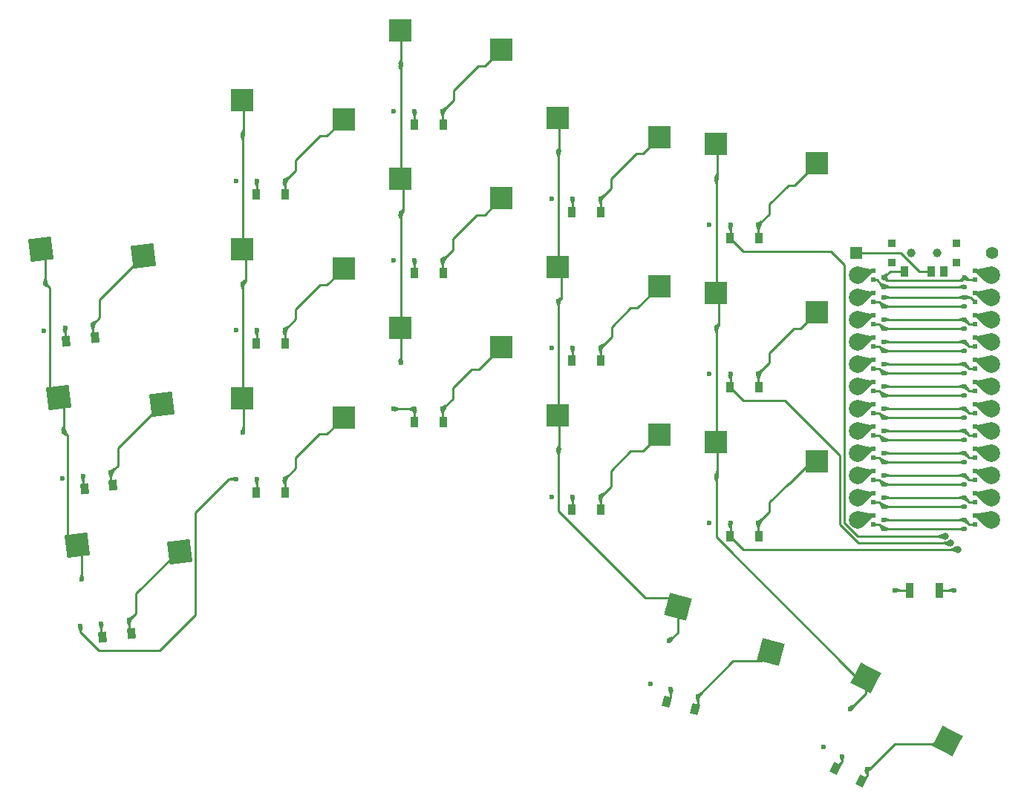
<source format=gbr>
%TF.GenerationSoftware,KiCad,Pcbnew,7.0.11*%
%TF.CreationDate,2024-03-07T19:05:48+13:00*%
%TF.ProjectId,socius-choc-v1,736f6369-7573-42d6-9368-6f632d76312e,v1.0.0*%
%TF.SameCoordinates,Original*%
%TF.FileFunction,Copper,L2,Bot*%
%TF.FilePolarity,Positive*%
%FSLAX46Y46*%
G04 Gerber Fmt 4.6, Leading zero omitted, Abs format (unit mm)*
G04 Created by KiCad (PCBNEW 7.0.11) date 2024-03-07 19:05:48*
%MOMM*%
%LPD*%
G01*
G04 APERTURE LIST*
G04 Aperture macros list*
%AMRotRect*
0 Rectangle, with rotation*
0 The origin of the aperture is its center*
0 $1 length*
0 $2 width*
0 $3 Rotation angle, in degrees counterclockwise*
0 Add horizontal line*
21,1,$1,$2,0,0,$3*%
G04 Aperture macros list end*
%TA.AperFunction,SMDPad,CuDef*%
%ADD10R,2.600000X2.600000*%
%TD*%
%TA.AperFunction,SMDPad,CuDef*%
%ADD11R,0.900000X1.700000*%
%TD*%
%TA.AperFunction,ComponentPad*%
%ADD12C,0.600000*%
%TD*%
%TA.AperFunction,SMDPad,CuDef*%
%ADD13RotRect,2.600000X2.600000X333.000000*%
%TD*%
%TA.AperFunction,SMDPad,CuDef*%
%ADD14RotRect,2.600000X2.600000X345.000000*%
%TD*%
%TA.AperFunction,SMDPad,CuDef*%
%ADD15R,0.900000X1.200000*%
%TD*%
%TA.AperFunction,SMDPad,CuDef*%
%ADD16RotRect,0.900000X1.200000X345.000000*%
%TD*%
%TA.AperFunction,SMDPad,CuDef*%
%ADD17R,0.900000X0.900000*%
%TD*%
%TA.AperFunction,WasherPad*%
%ADD18C,1.000000*%
%TD*%
%TA.AperFunction,SMDPad,CuDef*%
%ADD19R,0.900000X1.250000*%
%TD*%
%TA.AperFunction,ComponentPad*%
%ADD20C,2.000000*%
%TD*%
%TA.AperFunction,ConnectorPad*%
%ADD21R,0.600000X0.600000*%
%TD*%
%TA.AperFunction,ComponentPad*%
%ADD22R,1.400000X1.400000*%
%TD*%
%TA.AperFunction,ComponentPad*%
%ADD23C,1.400000*%
%TD*%
%TA.AperFunction,SMDPad,CuDef*%
%ADD24RotRect,0.900000X1.200000X7.000000*%
%TD*%
%TA.AperFunction,SMDPad,CuDef*%
%ADD25RotRect,2.600000X2.600000X7.000000*%
%TD*%
%TA.AperFunction,SMDPad,CuDef*%
%ADD26RotRect,0.900000X1.200000X333.000000*%
%TD*%
%TA.AperFunction,ViaPad*%
%ADD27C,0.800000*%
%TD*%
%TA.AperFunction,Conductor*%
%ADD28C,0.250000*%
%TD*%
G04 APERTURE END LIST*
D10*
%TO.P,S13,1*%
%TO.N,COL4*%
X228869752Y-142716967D03*
%TO.P,S13,2*%
%TO.N,inner_bottom*%
X240419752Y-144916967D03*
%TD*%
D11*
%TO.P,,1*%
%TO.N,GND*%
X254344752Y-159666967D03*
%TO.P,,2*%
%TO.N,RST*%
X250944752Y-159666967D03*
%TD*%
D12*
%TO.P,REF\u002A\u002A,1*%
%TO.N,GND*%
X256044752Y-159666967D03*
%TD*%
D13*
%TO.P,S17,1*%
%TO.N,COL4*%
X245970659Y-169635377D03*
%TO.P,S17,2*%
%TO.N,outer_sole*%
X255263005Y-176839182D03*
%TD*%
D12*
%TO.P,REF\u002A\u002A,1*%
%TO.N,RST*%
X249244752Y-159666967D03*
%TD*%
%TO.P,REF\u002A\u002A,1*%
%TO.N,ROW3*%
X221426946Y-170319246D03*
%TD*%
D10*
%TO.P,S10,1*%
%TO.N,COL3*%
X210869752Y-139716967D03*
%TO.P,S10,2*%
%TO.N,index_bottom*%
X222419752Y-141916967D03*
%TD*%
D12*
%TO.P,REF\u002A\u002A,1*%
%TO.N,inner_sole*%
X226836131Y-171768633D03*
%TD*%
D14*
%TO.P,S16,1*%
%TO.N,COL3*%
X224521318Y-161572076D03*
%TO.P,S16,2*%
%TO.N,inner_sole*%
X235108360Y-166686473D03*
%TD*%
D12*
%TO.P,REF\u002A\u002A,1*%
%TO.N,COL3*%
X223571428Y-165406894D03*
%TD*%
D15*
%TO.P,D13,1*%
%TO.N,ROW2*%
X230494752Y-153466967D03*
%TO.P,D13,2*%
%TO.N,inner_bottom*%
X233794752Y-153466967D03*
%TD*%
D12*
%TO.P,REF\u002A\u002A,1*%
%TO.N,COL4*%
X244244222Y-173188902D03*
%TD*%
%TO.P,REF\u002A\u002A,1*%
%TO.N,ROW3*%
X223745168Y-170940412D03*
%TD*%
D16*
%TO.P,D16,1*%
%TO.N,ROW3*%
X223308643Y-172376360D03*
%TO.P,D16,2*%
%TO.N,inner_sole*%
X226496199Y-173230462D03*
%TD*%
D10*
%TO.P,S7,1*%
%TO.N,COL2*%
X192869752Y-129716967D03*
%TO.P,S7,2*%
%TO.N,middle_bottom*%
X204419752Y-131916967D03*
%TD*%
D17*
%TO.P,T1,*%
%TO.N,*%
X248944752Y-120066967D03*
X248944752Y-122266967D03*
D18*
X251144752Y-121166967D03*
X254144752Y-121166967D03*
D17*
X256344752Y-120066967D03*
X256344752Y-122266967D03*
D19*
%TO.P,T1,1*%
%TO.N,RAW*%
X250394752Y-123241967D03*
%TO.P,T1,2*%
%TO.N,POSITIVE*%
X253394752Y-123241967D03*
%TO.P,T1,3*%
%TO.N,N/C*%
X254894752Y-123241967D03*
%TD*%
D10*
%TO.P,S6,1*%
%TO.N,COL1*%
X174869752Y-103716967D03*
%TO.P,S6,2*%
%TO.N,ring_top*%
X186419752Y-105916967D03*
%TD*%
D12*
%TO.P,REF\u002A\u002A,1*%
%TO.N,VCC*%
X248044752Y-131296967D03*
%TD*%
%TO.P,REF\u002A\u002A,1*%
%TO.N,COL4*%
X257244752Y-151616967D03*
%TD*%
%TO.P,REF\u002A\u002A,1*%
%TO.N,middle_bottom*%
X197744752Y-138966967D03*
%TD*%
D15*
%TO.P,D12,1*%
%TO.N,ROW0*%
X212494752Y-116466967D03*
%TO.P,D12,2*%
%TO.N,index_top*%
X215794752Y-116466967D03*
%TD*%
D12*
%TO.P,REF\u002A\u002A,1*%
%TO.N,SCK*%
X248044752Y-137426967D03*
%TD*%
%TO.P,REF\u002A\u002A,1*%
%TO.N,inner_home*%
X233744752Y-134966967D03*
%TD*%
%TO.P,REF\u002A\u002A,1*%
%TO.N,ring_top*%
X179744752Y-112966967D03*
%TD*%
%TO.P,REF\u002A\u002A,1*%
%TO.N,ROW2*%
X230544752Y-151966967D03*
%TD*%
%TO.P,REF\u002A\u002A,1*%
%TO.N,ROW3*%
X241125268Y-177548044D03*
%TD*%
%TO.P,REF\u002A\u002A,1*%
%TO.N,ROW2*%
X176544752Y-146966967D03*
%TD*%
%TO.P,REF\u002A\u002A,1*%
%TO.N,P0*%
X248044752Y-127266967D03*
%TD*%
%TO.P,REF\u002A\u002A,1*%
%TO.N,inner_bottom*%
X233744752Y-151966967D03*
%TD*%
%TO.P,REF\u002A\u002A,1*%
%TO.N,ROW0*%
X212544752Y-114966967D03*
%TD*%
%TO.P,REF\u002A\u002A,1*%
%TO.N,SCK*%
X257244752Y-137426967D03*
%TD*%
%TO.P,REF\u002A\u002A,1*%
%TO.N,GND*%
X257244752Y-132346967D03*
%TD*%
%TO.P,REF\u002A\u002A,1*%
%TO.N,P21*%
X248044752Y-133836967D03*
%TD*%
%TO.P,REF\u002A\u002A,1*%
%TO.N,P19*%
X257244752Y-138916967D03*
%TD*%
D15*
%TO.P,D11,1*%
%TO.N,ROW1*%
X212494752Y-133466967D03*
%TO.P,D11,2*%
%TO.N,index_home*%
X215794752Y-133466967D03*
%TD*%
D12*
%TO.P,REF\u002A\u002A,1*%
%TO.N,COL1*%
X248044752Y-143996967D03*
%TD*%
%TO.P,REF\u002A\u002A,1*%
%TO.N,ROW1*%
X156742316Y-146597109D03*
%TD*%
%TO.P,REF\u002A\u002A,1*%
%TO.N,ROW1*%
X230544752Y-134966967D03*
%TD*%
%TO.P,REF\u002A\u002A,1*%
%TO.N,pinky_top*%
X157846685Y-129333842D03*
%TD*%
%TO.P,REF\u002A\u002A,1*%
%TO.N,P20*%
X248044752Y-136376967D03*
%TD*%
%TO.P,REF\u002A\u002A,1*%
%TO.N,ROW0*%
X154670537Y-129723824D03*
%TD*%
%TO.P,REF\u002A\u002A,1*%
%TO.N,middle_top*%
X197744752Y-104966967D03*
%TD*%
D10*
%TO.P,S9,1*%
%TO.N,COL2*%
X192869752Y-95716967D03*
%TO.P,S9,2*%
%TO.N,middle_top*%
X204419752Y-97916967D03*
%TD*%
%TO.P,S11,1*%
%TO.N,COL3*%
X210869752Y-122716967D03*
%TO.P,S11,2*%
%TO.N,index_home*%
X222419752Y-124916967D03*
%TD*%
D12*
%TO.P,REF\u002A\u002A,1*%
%TO.N,COL1*%
X257244752Y-143996967D03*
%TD*%
%TO.P,REF\u002A\u002A,1*%
%TO.N,ROW2*%
X212544752Y-148966967D03*
%TD*%
%TO.P,REF\u002A\u002A,1*%
%TO.N,ring_bottom*%
X179744752Y-146966967D03*
%TD*%
%TO.P,REF\u002A\u002A,1*%
%TO.N,GND*%
X257244752Y-129806967D03*
%TD*%
%TO.P,REF\u002A\u002A,1*%
%TO.N,COL1*%
X174944752Y-107666967D03*
%TD*%
D15*
%TO.P,D4,1*%
%TO.N,ROW2*%
X176494752Y-148466967D03*
%TO.P,D4,2*%
%TO.N,ring_bottom*%
X179794752Y-148466967D03*
%TD*%
D12*
%TO.P,REF\u002A\u002A,1*%
%TO.N,middle_home*%
X197744752Y-121966967D03*
%TD*%
D20*
%TO.P,MCU1,24*%
%TO.N,ROW3*%
X245024752Y-151636967D03*
%TO.P,MCU1,23*%
%TO.N,ROW2*%
X245024752Y-149096967D03*
%TO.P,MCU1,22*%
%TO.N,ROW1*%
X245024752Y-146556967D03*
%TO.P,MCU1,21*%
%TO.N,ROW0*%
X245024752Y-144016967D03*
%TO.P,MCU1,20*%
%TO.N,P5*%
X245024752Y-141476967D03*
%TO.P,MCU1,19*%
%TO.N,P4*%
X245024752Y-138936967D03*
%TO.P,MCU1,18*%
%TO.N,SCK*%
X245024752Y-136396967D03*
%TO.P,MCU1,17*%
%TO.N,MOSI*%
X245024752Y-133856967D03*
%TO.P,MCU1,16*%
%TO.N,GND*%
X245024752Y-131316967D03*
%TO.P,MCU1,15*%
X245024752Y-128776967D03*
%TO.P,MCU1,14*%
%TO.N,P0*%
X245024752Y-126236967D03*
%TO.P,MCU1,13*%
%TO.N,CS*%
X245024752Y-123696967D03*
%TO.P,MCU1,12*%
%TO.N,COL4*%
X260264752Y-151636967D03*
%TO.P,MCU1,11*%
%TO.N,COL3*%
X260264752Y-149096967D03*
%TO.P,MCU1,10*%
%TO.N,COL2*%
X260264752Y-146556967D03*
%TO.P,MCU1,9*%
%TO.N,COL1*%
X260264752Y-144016967D03*
%TO.P,MCU1,8*%
%TO.N,COL0*%
X260264752Y-141476967D03*
%TO.P,MCU1,7*%
%TO.N,P19*%
X260264752Y-138936967D03*
%TO.P,MCU1,6*%
%TO.N,P20*%
X260264752Y-136396967D03*
%TO.P,MCU1,5*%
%TO.N,P21*%
X260264752Y-133856967D03*
%TO.P,MCU1,4*%
%TO.N,VCC*%
X260264752Y-131316967D03*
%TO.P,MCU1,3*%
%TO.N,RST*%
X260264752Y-128776967D03*
%TO.P,MCU1,2*%
%TO.N,GND*%
X260264752Y-126236967D03*
%TO.P,MCU1,1*%
%TO.N,RAW*%
X260264752Y-123696967D03*
D21*
%TO.P,MCU1,*%
%TO.N,ROW3*%
X246844752Y-152096967D03*
%TO.N,COL4*%
X258444752Y-152096967D03*
%TO.N,ROW3*%
X246844752Y-151096967D03*
%TO.N,COL4*%
X258444752Y-151096967D03*
%TO.N,ROW2*%
X246844752Y-149596967D03*
%TO.N,COL3*%
X258444752Y-149596967D03*
%TO.N,ROW2*%
X246844752Y-148596967D03*
%TO.N,COL3*%
X258444752Y-148596967D03*
%TO.N,ROW1*%
X246844752Y-147056967D03*
%TO.N,COL2*%
X258444752Y-147056967D03*
%TO.N,ROW1*%
X246844752Y-146056967D03*
%TO.N,COL2*%
X258444752Y-146056967D03*
%TO.N,ROW0*%
X246844752Y-144516967D03*
%TO.N,COL1*%
X258444752Y-144516967D03*
%TO.N,ROW0*%
X246844752Y-143516967D03*
%TO.N,COL1*%
X258444752Y-143516967D03*
%TO.N,P5*%
X246844752Y-141976967D03*
%TO.N,COL0*%
X258444752Y-141976967D03*
%TO.N,P5*%
X246844752Y-140976967D03*
%TO.N,COL0*%
X258444752Y-140976967D03*
%TO.N,P4*%
X246844752Y-139436967D03*
%TO.N,P19*%
X258444752Y-139436967D03*
%TO.N,P4*%
X246844752Y-138436967D03*
%TO.N,P19*%
X258444752Y-138436967D03*
%TO.N,SCK*%
X246844752Y-136896967D03*
%TO.N,P20*%
X258444752Y-136896967D03*
%TO.N,SCK*%
X246844752Y-135896967D03*
%TO.N,P20*%
X258444752Y-135896967D03*
%TO.N,MOSI*%
X246844752Y-134356967D03*
%TO.N,P21*%
X258444752Y-134356967D03*
%TO.N,MOSI*%
X246844752Y-133356967D03*
%TO.N,P21*%
X258444752Y-133356967D03*
%TO.N,GND*%
X246844752Y-131816967D03*
%TO.N,VCC*%
X258444752Y-131816967D03*
%TO.N,GND*%
X246844752Y-130816967D03*
%TO.N,VCC*%
X258444752Y-130816967D03*
%TO.N,GND*%
X246844752Y-129276967D03*
%TO.N,RST*%
X258444752Y-129276967D03*
%TO.N,GND*%
X246844752Y-128276967D03*
%TO.N,RST*%
X258444752Y-128276967D03*
%TO.N,P0*%
X246844752Y-126736967D03*
%TO.N,GND*%
X258444752Y-126736967D03*
%TO.N,P0*%
X246844752Y-125736967D03*
%TO.N,GND*%
X258444752Y-125736967D03*
%TO.N,CS*%
X246844752Y-124196967D03*
%TO.N,RAW*%
X258444752Y-124196967D03*
%TO.N,CS*%
X246844752Y-123196967D03*
%TO.N,RAW*%
X258444752Y-123196967D03*
%TD*%
D12*
%TO.P,REF\u002A\u002A,1*%
%TO.N,COL3*%
X210944752Y-109666967D03*
%TD*%
%TO.P,REF\u002A\u002A,1*%
%TO.N,COL3*%
X210944752Y-126666967D03*
%TD*%
%TO.P,REF\u002A\u002A,1*%
%TO.N,COL1*%
X174944752Y-124666967D03*
%TD*%
%TO.P,REF\u002A\u002A,1*%
%TO.N,COL3*%
X210944752Y-143666967D03*
%TD*%
%TO.P,REF\u002A\u002A,1*%
%TO.N,ROW2*%
X194544752Y-138966967D03*
%TD*%
D10*
%TO.P,S15,1*%
%TO.N,COL4*%
X228869752Y-108716967D03*
%TO.P,S15,2*%
%TO.N,inner_top*%
X240419752Y-110916967D03*
%TD*%
D12*
%TO.P,REF\u002A\u002A,1*%
%TO.N,COL1*%
X174944752Y-141666967D03*
%TD*%
%TO.P,REF\u002A\u002A,1*%
%TO.N,pinky_home*%
X159918464Y-146207127D03*
%TD*%
%TO.P,REF\u002A\u002A,1*%
%TO.N,ROW3*%
X248044752Y-152666967D03*
%TD*%
D15*
%TO.P,D8,1*%
%TO.N,ROW1*%
X194494752Y-123466967D03*
%TO.P,D8,2*%
%TO.N,middle_home*%
X197794752Y-123466967D03*
%TD*%
D12*
%TO.P,REF\u002A\u002A,1*%
%TO.N,COL3*%
X257244752Y-149076967D03*
%TD*%
%TO.P,REF\u002A\u002A,1*%
%TO.N,RST*%
X248044752Y-128756967D03*
%TD*%
%TO.P,REF\u002A\u002A,1*%
%TO.N,P5*%
X257244752Y-142506967D03*
%TD*%
%TO.P,REF\u002A\u002A,1*%
%TO.N,COL0*%
X248044752Y-141456967D03*
%TD*%
%TO.P,REF\u002A\u002A,1*%
%TO.N,COL4*%
X228944752Y-112666967D03*
%TD*%
%TO.P,REF\u002A\u002A,1*%
%TO.N,COL2*%
X192944752Y-133666967D03*
%TD*%
%TO.P,REF\u002A\u002A,1*%
%TO.N,COL2*%
X192944752Y-116666967D03*
%TD*%
%TO.P,REF\u002A\u002A,1*%
%TO.N,ROW0*%
X248044752Y-145046967D03*
%TD*%
%TO.P,REF\u002A\u002A,1*%
%TO.N,COL0*%
X154508335Y-141531605D03*
%TD*%
D22*
%TO.P,,1*%
%TO.N,POSITIVE*%
X244894752Y-121166967D03*
D23*
%TO.P,,2*%
%TO.N,GND*%
X260394752Y-121166967D03*
%TD*%
D12*
%TO.P,REF\u002A\u002A,1*%
%TO.N,COL4*%
X228944752Y-146666967D03*
%TD*%
%TO.P,REF\u002A\u002A,1*%
%TO.N,index_bottom*%
X215744752Y-148966967D03*
%TD*%
D10*
%TO.P,S4,1*%
%TO.N,COL1*%
X174869752Y-137716967D03*
%TO.P,S4,2*%
%TO.N,ring_bottom*%
X186419752Y-139916967D03*
%TD*%
D12*
%TO.P,REF\u002A\u002A,1*%
%TO.N,MOSI*%
X248044752Y-134886967D03*
%TD*%
D15*
%TO.P,D7,1*%
%TO.N,ROW2*%
X194494752Y-140466967D03*
%TO.P,D7,2*%
%TO.N,middle_bottom*%
X197794752Y-140466967D03*
%TD*%
D12*
%TO.P,REF\u002A\u002A,1*%
%TO.N,ROW0*%
X194544752Y-104966967D03*
%TD*%
D24*
%TO.P,D3,1*%
%TO.N,ROW0*%
X154803714Y-131218736D03*
%TO.P,D3,2*%
%TO.N,pinky_top*%
X158079116Y-130816568D03*
%TD*%
%TO.P,D1,1*%
%TO.N,ROW2*%
X158947272Y-164965306D03*
%TO.P,D1,2*%
%TO.N,pinky_bottom*%
X162222674Y-164563138D03*
%TD*%
D10*
%TO.P,S5,1*%
%TO.N,COL1*%
X174869752Y-120716967D03*
%TO.P,S5,2*%
%TO.N,ring_home*%
X186419752Y-122916967D03*
%TD*%
D12*
%TO.P,REF\u002A\u002A,1*%
%TO.N,P0*%
X257244752Y-127266967D03*
%TD*%
%TO.P,REF\u002A\u002A,1*%
%TO.N,ROW1*%
X194544752Y-121966967D03*
%TD*%
D25*
%TO.P,S1,1*%
%TO.N,COL0*%
X156024289Y-154493472D03*
%TO.P,S1,2*%
%TO.N,pinky_bottom*%
X167756309Y-155269483D03*
%TD*%
D12*
%TO.P,REF\u002A\u002A,1*%
%TO.N,P19*%
X248044752Y-138916967D03*
%TD*%
%TO.P,REF\u002A\u002A,1*%
%TO.N,ROW3*%
X243263683Y-178637622D03*
%TD*%
%TO.P,REF\u002A\u002A,1*%
%TO.N,ROW0*%
X152288427Y-130016311D03*
%TD*%
%TO.P,REF\u002A\u002A,1*%
%TO.N,pinky_bottom*%
X161990243Y-163080411D03*
%TD*%
%TO.P,REF\u002A\u002A,1*%
%TO.N,COL0*%
X156580114Y-158404890D03*
%TD*%
%TO.P,REF\u002A\u002A,1*%
%TO.N,P4*%
X248044752Y-139966967D03*
%TD*%
%TO.P,REF\u002A\u002A,1*%
%TO.N,GND*%
X248044752Y-132346967D03*
%TD*%
%TO.P,REF\u002A\u002A,1*%
%TO.N,ring_home*%
X179744752Y-129966967D03*
%TD*%
%TO.P,REF\u002A\u002A,1*%
%TO.N,COL2*%
X192944752Y-99666967D03*
%TD*%
%TO.P,REF\u002A\u002A,1*%
%TO.N,ROW1*%
X154360205Y-146889595D03*
%TD*%
%TO.P,REF\u002A\u002A,1*%
%TO.N,GND*%
X257244752Y-126216967D03*
%TD*%
%TO.P,REF\u002A\u002A,1*%
%TO.N,ROW1*%
X248044752Y-147586967D03*
%TD*%
%TO.P,REF\u002A\u002A,1*%
%TO.N,ROW0*%
X174144752Y-112966967D03*
%TD*%
%TO.P,REF\u002A\u002A,1*%
%TO.N,COL0*%
X257244752Y-141456967D03*
%TD*%
%TO.P,REF\u002A\u002A,1*%
%TO.N,ROW1*%
X176544752Y-129966967D03*
%TD*%
%TO.P,REF\u002A\u002A,1*%
%TO.N,ROW2*%
X158814095Y-163470393D03*
%TD*%
%TO.P,REF\u002A\u002A,1*%
%TO.N,P5*%
X248044752Y-142506967D03*
%TD*%
D10*
%TO.P,S12,1*%
%TO.N,COL3*%
X210869752Y-105716967D03*
%TO.P,S12,2*%
%TO.N,index_top*%
X222419752Y-107916967D03*
%TD*%
D12*
%TO.P,REF\u002A\u002A,1*%
%TO.N,ROW2*%
X174144752Y-146966967D03*
%TD*%
%TO.P,REF\u002A\u002A,1*%
%TO.N,ROW2*%
X192144752Y-138966967D03*
%TD*%
D15*
%TO.P,D6,1*%
%TO.N,ROW0*%
X176494752Y-114466967D03*
%TO.P,D6,2*%
%TO.N,ring_top*%
X179794752Y-114466967D03*
%TD*%
D12*
%TO.P,REF\u002A\u002A,1*%
%TO.N,ROW1*%
X228144752Y-134966967D03*
%TD*%
D15*
%TO.P,D14,1*%
%TO.N,ROW1*%
X230494752Y-136466967D03*
%TO.P,D14,2*%
%TO.N,inner_home*%
X233794752Y-136466967D03*
%TD*%
D12*
%TO.P,REF\u002A\u002A,1*%
%TO.N,ROW0*%
X210144752Y-114966967D03*
%TD*%
D25*
%TO.P,S3,1*%
%TO.N,COL0*%
X151880731Y-120746903D03*
%TO.P,S3,2*%
%TO.N,pinky_top*%
X163612751Y-121522914D03*
%TD*%
D12*
%TO.P,REF\u002A\u002A,1*%
%TO.N,ROW0*%
X192144752Y-104966967D03*
%TD*%
%TO.P,REF\u002A\u002A,1*%
%TO.N,P21*%
X257244752Y-133836967D03*
%TD*%
%TO.P,REF\u002A\u002A,1*%
%TO.N,ROW0*%
X176544752Y-112966967D03*
%TD*%
D24*
%TO.P,D2,1*%
%TO.N,ROW1*%
X156875493Y-148092021D03*
%TO.P,D2,2*%
%TO.N,pinky_home*%
X160150895Y-147689853D03*
%TD*%
D12*
%TO.P,REF\u002A\u002A,1*%
%TO.N,inner_top*%
X233744752Y-117966967D03*
%TD*%
D15*
%TO.P,D9,1*%
%TO.N,ROW0*%
X194494752Y-106466967D03*
%TO.P,D9,2*%
%TO.N,middle_top*%
X197794752Y-106466967D03*
%TD*%
D12*
%TO.P,REF\u002A\u002A,1*%
%TO.N,CS*%
X248044752Y-125016967D03*
%TD*%
%TO.P,REF\u002A\u002A,1*%
%TO.N,ROW0*%
X228144752Y-117966967D03*
%TD*%
%TO.P,REF\u002A\u002A,1*%
%TO.N,ROW3*%
X257244752Y-152666967D03*
%TD*%
D26*
%TO.P,D17,1*%
%TO.N,ROW3*%
X242538147Y-179951432D03*
%TO.P,D17,2*%
%TO.N,outer_sole*%
X245478469Y-181449600D03*
%TD*%
D12*
%TO.P,REF\u002A\u002A,1*%
%TO.N,ROW1*%
X212544752Y-131966967D03*
%TD*%
%TO.P,REF\u002A\u002A,1*%
%TO.N,GND*%
X248044752Y-126216967D03*
%TD*%
%TO.P,REF\u002A\u002A,1*%
%TO.N,RAW*%
X248044752Y-123966967D03*
%TD*%
%TO.P,REF\u002A\u002A,1*%
%TO.N,COL4*%
X228944752Y-129666967D03*
%TD*%
%TO.P,REF\u002A\u002A,1*%
%TO.N,GND*%
X248044752Y-129806967D03*
%TD*%
%TO.P,REF\u002A\u002A,1*%
%TO.N,RST*%
X257244752Y-128756967D03*
%TD*%
%TO.P,REF\u002A\u002A,1*%
%TO.N,COL3*%
X248044752Y-149076967D03*
%TD*%
%TO.P,REF\u002A\u002A,1*%
%TO.N,index_top*%
X215744752Y-114966967D03*
%TD*%
%TO.P,REF\u002A\u002A,1*%
%TO.N,P20*%
X257244752Y-136376967D03*
%TD*%
%TO.P,REF\u002A\u002A,1*%
%TO.N,ROW2*%
X156431984Y-163762880D03*
%TD*%
%TO.P,REF\u002A\u002A,1*%
%TO.N,VCC*%
X257244752Y-131296967D03*
%TD*%
%TO.P,REF\u002A\u002A,1*%
%TO.N,CS*%
X257244752Y-125016967D03*
%TD*%
%TO.P,REF\u002A\u002A,1*%
%TO.N,COL0*%
X152436556Y-124658320D03*
%TD*%
D15*
%TO.P,D5,1*%
%TO.N,ROW1*%
X176494752Y-131466967D03*
%TO.P,D5,2*%
%TO.N,ring_home*%
X179794752Y-131466967D03*
%TD*%
D12*
%TO.P,REF\u002A\u002A,1*%
%TO.N,COL4*%
X248044752Y-151616967D03*
%TD*%
%TO.P,REF\u002A\u002A,1*%
%TO.N,COL2*%
X257244752Y-146536967D03*
%TD*%
D15*
%TO.P,D15,1*%
%TO.N,ROW0*%
X230494752Y-119466967D03*
%TO.P,D15,2*%
%TO.N,inner_top*%
X233794752Y-119466967D03*
%TD*%
D12*
%TO.P,REF\u002A\u002A,1*%
%TO.N,ROW1*%
X257244752Y-147586967D03*
%TD*%
%TO.P,REF\u002A\u002A,1*%
%TO.N,RAW*%
X257244752Y-123966967D03*
%TD*%
D25*
%TO.P,S2,1*%
%TO.N,COL0*%
X153952510Y-137620187D03*
%TO.P,S2,2*%
%TO.N,pinky_home*%
X165684530Y-138396198D03*
%TD*%
D12*
%TO.P,REF\u002A\u002A,1*%
%TO.N,P4*%
X257244752Y-139966967D03*
%TD*%
%TO.P,REF\u002A\u002A,1*%
%TO.N,MOSI*%
X257244752Y-134886967D03*
%TD*%
D15*
%TO.P,D10,1*%
%TO.N,ROW2*%
X212494752Y-150466967D03*
%TO.P,D10,2*%
%TO.N,index_bottom*%
X215794752Y-150466967D03*
%TD*%
D10*
%TO.P,S14,1*%
%TO.N,COL4*%
X228869752Y-125716967D03*
%TO.P,S14,2*%
%TO.N,inner_home*%
X240419752Y-127916967D03*
%TD*%
D12*
%TO.P,REF\u002A\u002A,1*%
%TO.N,ROW2*%
X210144752Y-148966967D03*
%TD*%
%TO.P,REF\u002A\u002A,1*%
%TO.N,index_home*%
X215744752Y-131966967D03*
%TD*%
%TO.P,REF\u002A\u002A,1*%
%TO.N,ROW0*%
X230544752Y-117966967D03*
%TD*%
D10*
%TO.P,S8,1*%
%TO.N,COL2*%
X192869752Y-112716967D03*
%TO.P,S8,2*%
%TO.N,middle_home*%
X204419752Y-114916967D03*
%TD*%
D12*
%TO.P,REF\u002A\u002A,1*%
%TO.N,ROW2*%
X257244752Y-150126967D03*
%TD*%
%TO.P,REF\u002A\u002A,1*%
%TO.N,ROW2*%
X228144752Y-151966967D03*
%TD*%
%TO.P,REF\u002A\u002A,1*%
%TO.N,ROW1*%
X210144752Y-131966967D03*
%TD*%
%TO.P,REF\u002A\u002A,1*%
%TO.N,COL2*%
X248044752Y-146536967D03*
%TD*%
%TO.P,REF\u002A\u002A,1*%
%TO.N,ROW0*%
X257244752Y-145046967D03*
%TD*%
%TO.P,REF\u002A\u002A,1*%
%TO.N,ROW2*%
X248044752Y-150126967D03*
%TD*%
%TO.P,REF\u002A\u002A,1*%
%TO.N,ROW1*%
X192144752Y-121966967D03*
%TD*%
%TO.P,REF\u002A\u002A,1*%
%TO.N,ROW1*%
X174144752Y-129966967D03*
%TD*%
%TO.P,REF\u002A\u002A,1*%
%TO.N,outer_sole*%
X246114904Y-180090391D03*
%TD*%
D27*
%TO.N,ROW0*%
X255000000Y-153500000D03*
%TO.N,ROW1*%
X255630814Y-154275937D03*
%TO.N,ROW2*%
X256500000Y-155000000D03*
%TD*%
D28*
%TO.N,ROW0*%
X242000000Y-121000000D02*
X232027785Y-121000000D01*
X255000000Y-153500000D02*
X245013952Y-153500000D01*
X243500000Y-122500000D02*
X242000000Y-121000000D01*
X245013952Y-153500000D02*
X243500000Y-151986048D01*
X232027785Y-121000000D02*
X230494752Y-119466967D01*
X243500000Y-151986048D02*
X243500000Y-122500000D01*
%TO.N,ROW1*%
X236744752Y-137991967D02*
X232019752Y-137991967D01*
X245102556Y-154225000D02*
X243000000Y-152122444D01*
X232019752Y-137991967D02*
X230494752Y-136466967D01*
X255630814Y-154275937D02*
X255579877Y-154225000D01*
X255579877Y-154225000D02*
X245102556Y-154225000D01*
X243000000Y-152122444D02*
X243000000Y-144247215D01*
X243000000Y-144247215D02*
X236744752Y-137991967D01*
%TO.N,ROW2*%
X256500000Y-155000000D02*
X232027785Y-155000000D01*
X232027785Y-155000000D02*
X230494752Y-153466967D01*
X169530049Y-150769969D02*
X169530049Y-162469951D01*
X165500000Y-166500000D02*
X158500000Y-166500000D01*
X169530049Y-162469951D02*
X165500000Y-166500000D01*
X173333051Y-146966967D02*
X169530049Y-150769969D01*
X156431984Y-164431984D02*
X156431984Y-163762880D01*
X174144752Y-146966967D02*
X173333051Y-146966967D01*
X158500000Y-166500000D02*
X156431984Y-164431984D01*
X194544752Y-138966967D02*
X192144752Y-138966967D01*
%TO.N,ROW3*%
X223745168Y-171939835D02*
X223308643Y-172376360D01*
X223745168Y-170940412D02*
X223745168Y-171939835D01*
%TO.N,GND*%
X254344752Y-159666967D02*
X256044752Y-159666967D01*
%TO.N,RST*%
X249244752Y-159666967D02*
X250944752Y-159666967D01*
%TO.N,COL4*%
X245970659Y-171462465D02*
X244244222Y-173188902D01*
X245970659Y-169635377D02*
X245970659Y-171462465D01*
X228944752Y-153616967D02*
X244963162Y-169635377D01*
X244963162Y-169635377D02*
X245970659Y-169635377D01*
X228944752Y-146666967D02*
X228944752Y-153616967D01*
%TO.N,inner_bottom*%
X233744752Y-153416967D02*
X233794752Y-153466967D01*
X233744752Y-151966967D02*
X233744752Y-153416967D01*
%TO.N,inner_sole*%
X226836131Y-172890530D02*
X226496199Y-173230462D01*
X235108360Y-166686473D02*
X234046914Y-167747919D01*
X230856845Y-167747919D02*
X226836131Y-171768633D01*
X234046914Y-167747919D02*
X230856845Y-167747919D01*
X226836131Y-171768633D02*
X226836131Y-172890530D01*
%TO.N,ROW2*%
X230544752Y-151966967D02*
X230544752Y-153416967D01*
X230544752Y-153416967D02*
X230494752Y-153466967D01*
%TO.N,COL3*%
X224521318Y-164457004D02*
X223571428Y-165406894D01*
X224521318Y-161572076D02*
X224521318Y-164457004D01*
X220838415Y-160510630D02*
X223459872Y-160510630D01*
X223459872Y-160510630D02*
X224521318Y-161572076D01*
X210944752Y-150616967D02*
X220838415Y-160510630D01*
%TO.N,COL0*%
X152913427Y-125135191D02*
X152913427Y-136581104D01*
X154985205Y-142008475D02*
X154985205Y-153454388D01*
X152913427Y-136581104D02*
X153952510Y-137620187D01*
X154508335Y-138176012D02*
X154508335Y-141531605D01*
X152436556Y-121302728D02*
X152436556Y-124658320D01*
X258444752Y-140976967D02*
X259462120Y-140976967D01*
X258444752Y-141976967D02*
X257764752Y-141976967D01*
X151880731Y-120746903D02*
X152436556Y-121302728D01*
X154985205Y-153454388D02*
X156024289Y-154493472D01*
X156024289Y-154493472D02*
X156580114Y-155049297D01*
X153952510Y-137620187D02*
X154508335Y-138176012D01*
X257764752Y-141976967D02*
X257244752Y-141456967D01*
X154508335Y-141531605D02*
X154985205Y-142008475D01*
X156580114Y-155049297D02*
X156580114Y-158404890D01*
X152436556Y-124658320D02*
X152913427Y-125135191D01*
X259462120Y-140976967D02*
X259613436Y-140825651D01*
X248044752Y-141456967D02*
X257244752Y-141456967D01*
%TO.N,pinky_bottom*%
X167556493Y-155269483D02*
X162775000Y-160050976D01*
X167756309Y-155269483D02*
X167556493Y-155269483D01*
X161990243Y-163080411D02*
X161990243Y-164330707D01*
X161990243Y-164330707D02*
X162222674Y-164563138D01*
X162775000Y-160050976D02*
X162775000Y-162295654D01*
X162775000Y-162295654D02*
X161990243Y-163080411D01*
%TO.N,pinky_home*%
X160703221Y-143377507D02*
X160703221Y-145422370D01*
X159918464Y-146207127D02*
X159918464Y-147457422D01*
X160703221Y-145422370D02*
X159918464Y-146207127D01*
X159918464Y-147457422D02*
X160150895Y-147689853D01*
X165684530Y-138396198D02*
X160703221Y-143377507D01*
%TO.N,pinky_top*%
X163612751Y-121522914D02*
X158631442Y-126504223D01*
X158631442Y-126504223D02*
X158631442Y-128549085D01*
X157846685Y-130584137D02*
X158079116Y-130816568D01*
X158631442Y-128549085D02*
X157846685Y-129333842D01*
X157846685Y-129333842D02*
X157846685Y-130584137D01*
%TO.N,COL1*%
X258444752Y-144516967D02*
X257764752Y-144516967D01*
X175019752Y-107591967D02*
X174944752Y-107666967D01*
X175019752Y-137866967D02*
X175019752Y-141591967D01*
X248044752Y-143996967D02*
X257244752Y-143996967D01*
X174869752Y-137716967D02*
X175019752Y-137866967D01*
X174944752Y-107666967D02*
X174944752Y-120641967D01*
X174944752Y-137641967D02*
X174869752Y-137716967D01*
X258444752Y-143516967D02*
X259462120Y-143516967D01*
X175244752Y-124366967D02*
X174944752Y-124666967D01*
X174869752Y-120716967D02*
X175244752Y-121091967D01*
X259462120Y-143516967D02*
X259613436Y-143365651D01*
X174869752Y-103716967D02*
X175019752Y-103866967D01*
X175019752Y-141591967D02*
X174944752Y-141666967D01*
X175244752Y-121091967D02*
X175244752Y-124366967D01*
X174944752Y-124666967D02*
X174944752Y-137641967D01*
X175019752Y-103866967D02*
X175019752Y-107591967D01*
X174944752Y-120641967D02*
X174869752Y-120716967D01*
X257764752Y-144516967D02*
X257244752Y-143996967D01*
%TO.N,ring_bottom*%
X184544752Y-141791967D02*
X183708033Y-141791967D01*
X181000000Y-145711719D02*
X179744752Y-146966967D01*
X186419752Y-139916967D02*
X184544752Y-141791967D01*
X181000000Y-144500000D02*
X181000000Y-145711719D01*
X179744752Y-148416967D02*
X179794752Y-148466967D01*
X183708033Y-141791967D02*
X181000000Y-144500000D01*
X179744752Y-146966967D02*
X179744752Y-148416967D01*
%TO.N,ring_home*%
X184544752Y-124791967D02*
X183786068Y-124791967D01*
X179744752Y-129966967D02*
X179744752Y-131416967D01*
X183786068Y-124791967D02*
X181000000Y-127578035D01*
X186419752Y-122916967D02*
X184544752Y-124791967D01*
X181000000Y-128711719D02*
X179744752Y-129966967D01*
X179744752Y-131416967D02*
X179794752Y-131466967D01*
X181000000Y-127578035D02*
X181000000Y-128711719D01*
%TO.N,ring_top*%
X179744752Y-112966967D02*
X179744752Y-114416967D01*
X181000000Y-110578035D02*
X181000000Y-111711719D01*
X186419752Y-105916967D02*
X184544752Y-107791967D01*
X179744752Y-114416967D02*
X179794752Y-114466967D01*
X184544752Y-107791967D02*
X183786068Y-107791967D01*
X183786068Y-107791967D02*
X181000000Y-110578035D01*
X181000000Y-111711719D02*
X179744752Y-112966967D01*
%TO.N,COL2*%
X248044752Y-146536967D02*
X257244752Y-146536967D01*
X192869752Y-112716967D02*
X193244752Y-113091967D01*
X193019752Y-95866967D02*
X193019752Y-99591967D01*
X192869752Y-129716967D02*
X193019752Y-129866967D01*
X192944752Y-112641967D02*
X192869752Y-112716967D01*
X193019752Y-129866967D02*
X193019752Y-133591967D01*
X258444752Y-146056967D02*
X259462120Y-146056967D01*
X193019752Y-133591967D02*
X192944752Y-133666967D01*
X258444752Y-147056967D02*
X257764752Y-147056967D01*
X193244752Y-113091967D02*
X193244752Y-116366967D01*
X192944752Y-99666967D02*
X192944752Y-112641967D01*
X257764752Y-147056967D02*
X257244752Y-146536967D01*
X193244752Y-116366967D02*
X192944752Y-116666967D01*
X192869752Y-95716967D02*
X193019752Y-95866967D01*
X193019752Y-99591967D02*
X192944752Y-99666967D01*
X259462120Y-146056967D02*
X259613436Y-145905651D01*
X192944752Y-116666967D02*
X192944752Y-129641967D01*
X192944752Y-129641967D02*
X192869752Y-129716967D01*
%TO.N,middle_bottom*%
X204419752Y-131916967D02*
X201895652Y-134441067D01*
X201058933Y-134441067D02*
X198919752Y-136580248D01*
X197744752Y-138966967D02*
X197744752Y-140416967D01*
X201895652Y-134441067D02*
X201058933Y-134441067D01*
X198919752Y-137791967D02*
X197744752Y-138966967D01*
X197744752Y-140416967D02*
X197794752Y-140466967D01*
X198919752Y-136580248D02*
X198919752Y-137791967D01*
%TO.N,middle_home*%
X197744752Y-123416967D02*
X197794752Y-123466967D01*
X198919752Y-120791967D02*
X197744752Y-121966967D01*
X198919752Y-119500000D02*
X198919752Y-120791967D01*
X204419752Y-114916967D02*
X202544752Y-116791967D01*
X197744752Y-121966967D02*
X197744752Y-123416967D01*
X201627785Y-116791967D02*
X198919752Y-119500000D01*
X202544752Y-116791967D02*
X201627785Y-116791967D01*
%TO.N,middle_top*%
X204419752Y-97916967D02*
X202544752Y-99791967D01*
X197744752Y-106416967D02*
X197794752Y-106466967D01*
X201786068Y-99791967D02*
X199000000Y-102578035D01*
X199000000Y-102578035D02*
X199000000Y-103711719D01*
X199000000Y-103711719D02*
X197744752Y-104966967D01*
X197744752Y-104966967D02*
X197744752Y-106416967D01*
X202544752Y-99791967D02*
X201786068Y-99791967D01*
%TO.N,COL3*%
X258444752Y-149596967D02*
X257764752Y-149596967D01*
X210944752Y-109666967D02*
X210944752Y-122641967D01*
X211019752Y-143591967D02*
X210944752Y-143666967D01*
X259462120Y-148596967D02*
X259613436Y-148445651D01*
X211244752Y-123091967D02*
X211244752Y-126366967D01*
X248044752Y-149076967D02*
X257244752Y-149076967D01*
X211019752Y-109591967D02*
X210944752Y-109666967D01*
X210869752Y-105716967D02*
X211019752Y-105866967D01*
X211019752Y-139866967D02*
X211019752Y-143591967D01*
X211019752Y-105866967D02*
X211019752Y-109591967D01*
X210944752Y-122641967D02*
X210869752Y-122716967D01*
X210944752Y-139641967D02*
X210869752Y-139716967D01*
X210869752Y-122716967D02*
X211244752Y-123091967D01*
X211244752Y-126366967D02*
X210944752Y-126666967D01*
X257764752Y-149596967D02*
X257244752Y-149076967D01*
X210869752Y-139716967D02*
X211019752Y-139866967D01*
X210944752Y-126666967D02*
X210944752Y-139641967D01*
X210944752Y-143666967D02*
X210944752Y-150616967D01*
X258444752Y-148596967D02*
X259462120Y-148596967D01*
%TO.N,index_bottom*%
X216919752Y-146000000D02*
X216919752Y-147791967D01*
X215744752Y-150416967D02*
X215794752Y-150466967D01*
X216919752Y-147791967D02*
X215744752Y-148966967D01*
X220544752Y-143791967D02*
X219127785Y-143791967D01*
X219127785Y-143791967D02*
X216919752Y-146000000D01*
X222419752Y-141916967D02*
X220544752Y-143791967D01*
X215744752Y-148966967D02*
X215744752Y-150416967D01*
%TO.N,index_home*%
X217000000Y-129578035D02*
X217000000Y-130711719D01*
X215744752Y-133416967D02*
X215794752Y-133466967D01*
X219136968Y-127441067D02*
X217000000Y-129578035D01*
X222419752Y-124916967D02*
X219895652Y-127441067D01*
X215744752Y-131966967D02*
X215744752Y-133416967D01*
X217000000Y-130711719D02*
X215744752Y-131966967D01*
X219895652Y-127441067D02*
X219136968Y-127441067D01*
%TO.N,index_top*%
X220544752Y-109791967D02*
X219786068Y-109791967D01*
X216919752Y-113791967D02*
X215744752Y-114966967D01*
X216919752Y-112658283D02*
X216919752Y-113791967D01*
X215744752Y-116416967D02*
X215794752Y-116466967D01*
X222419752Y-107916967D02*
X220544752Y-109791967D01*
X219786068Y-109791967D02*
X216919752Y-112658283D01*
X215744752Y-114966967D02*
X215744752Y-116416967D01*
%TO.N,COL4*%
X228944752Y-129666967D02*
X228944752Y-142641967D01*
X228944752Y-125641967D02*
X228869752Y-125716967D01*
X228944752Y-112666967D02*
X228944752Y-125641967D01*
X229244752Y-126091967D02*
X229244752Y-129366967D01*
X258444752Y-151096967D02*
X259502120Y-151096967D01*
X258444752Y-152096967D02*
X257724752Y-152096967D01*
X229244752Y-129366967D02*
X228944752Y-129666967D01*
X229019752Y-112591967D02*
X228944752Y-112666967D01*
X229019752Y-142866967D02*
X229019752Y-146591967D01*
X228869752Y-108716967D02*
X229019752Y-108866967D01*
X229019752Y-108866967D02*
X229019752Y-112591967D01*
X228944752Y-142641967D02*
X228869752Y-142716967D01*
X259502120Y-151096967D02*
X259613436Y-150985651D01*
X228869752Y-142716967D02*
X229019752Y-142866967D01*
X229019752Y-146591967D02*
X228944752Y-146666967D01*
X248044752Y-151616967D02*
X257244752Y-151616967D01*
X228869752Y-125716967D02*
X229244752Y-126091967D01*
X257724752Y-152096967D02*
X257244752Y-151616967D01*
%TO.N,inner_bottom*%
X239796402Y-144916967D02*
X237272302Y-147441067D01*
X235000000Y-150711719D02*
X233744752Y-151966967D01*
X237272302Y-147441067D02*
X237136968Y-147441067D01*
X240419752Y-144916967D02*
X239796402Y-144916967D01*
X235000000Y-149578035D02*
X235000000Y-150711719D01*
X237136968Y-147441067D02*
X235000000Y-149578035D01*
%TO.N,inner_home*%
X233744752Y-134966967D02*
X233744752Y-136416967D01*
X235000000Y-133711719D02*
X233744752Y-134966967D01*
X235000000Y-132578035D02*
X235000000Y-133711719D01*
X237786068Y-129791967D02*
X235000000Y-132578035D01*
X240419752Y-127916967D02*
X238544752Y-129791967D01*
X238544752Y-129791967D02*
X237786068Y-129791967D01*
X233744752Y-136416967D02*
X233794752Y-136466967D01*
%TO.N,inner_top*%
X235000000Y-115578035D02*
X235000000Y-116711719D01*
X237136968Y-113441067D02*
X235000000Y-115578035D01*
X237895652Y-113441067D02*
X237136968Y-113441067D01*
X240419752Y-110916967D02*
X237895652Y-113441067D01*
X233744752Y-119416967D02*
X233794752Y-119466967D01*
X233744752Y-117966967D02*
X233744752Y-119416967D01*
X235000000Y-116711719D02*
X233744752Y-117966967D01*
%TO.N,outer_sole*%
X246114904Y-180090391D02*
X246114904Y-180813165D01*
X254874824Y-177227363D02*
X249308227Y-177227363D01*
X255263005Y-176839182D02*
X254874824Y-177227363D01*
X246445199Y-180090391D02*
X246114904Y-180090391D01*
X249308227Y-177227363D02*
X246445199Y-180090391D01*
X246114904Y-180813165D02*
X245478469Y-181449600D01*
%TO.N,ROW2*%
X246844752Y-149596967D02*
X247514752Y-149596967D01*
X176544752Y-146966967D02*
X176544752Y-148416967D01*
X257244752Y-150126967D02*
X248044752Y-150126967D01*
X176544752Y-148416967D02*
X176494752Y-148466967D01*
X158814095Y-164832129D02*
X158947272Y-164965306D01*
X212544752Y-150416967D02*
X212494752Y-150466967D01*
X247514752Y-149596967D02*
X248044752Y-150126967D01*
X158814095Y-163470393D02*
X158814095Y-164832129D01*
X246844752Y-148596967D02*
X245827384Y-148596967D01*
X212544752Y-148966967D02*
X212544752Y-150416967D01*
X245827384Y-148596967D02*
X245676068Y-148445651D01*
X194544752Y-138966967D02*
X194544752Y-140416967D01*
X194544752Y-140416967D02*
X194494752Y-140466967D01*
%TO.N,ROW1*%
X194544752Y-121966967D02*
X194544752Y-123416967D01*
X176544752Y-129966967D02*
X176544752Y-131416967D01*
X247514752Y-147056967D02*
X248044752Y-147586967D01*
X156742316Y-146597109D02*
X156742316Y-147958844D01*
X230544752Y-136416967D02*
X230494752Y-136466967D01*
X176544752Y-131416967D02*
X176494752Y-131466967D01*
X230544752Y-134966967D02*
X230544752Y-136416967D01*
X212544752Y-131966967D02*
X212544752Y-133416967D01*
X245827384Y-146056967D02*
X245676068Y-145905651D01*
X156742316Y-147958844D02*
X156875493Y-148092021D01*
X194544752Y-123416967D02*
X194494752Y-123466967D01*
X212544752Y-133416967D02*
X212494752Y-133466967D01*
X246844752Y-147056967D02*
X247514752Y-147056967D01*
X246844752Y-146056967D02*
X245827384Y-146056967D01*
X257244752Y-147586967D02*
X248044752Y-147586967D01*
%TO.N,ROW0*%
X176544752Y-114416967D02*
X176494752Y-114466967D01*
X245827384Y-143516967D02*
X245676068Y-143365651D01*
X154670537Y-131085559D02*
X154803714Y-131218736D01*
X230544752Y-119416967D02*
X230494752Y-119466967D01*
X257244752Y-145046967D02*
X248044752Y-145046967D01*
X194544752Y-104966967D02*
X194544752Y-106416967D01*
X230544752Y-117966967D02*
X230544752Y-119416967D01*
X247514752Y-144516967D02*
X248044752Y-145046967D01*
X212544752Y-116416967D02*
X212494752Y-116466967D01*
X154670537Y-129723824D02*
X154670537Y-131085559D01*
X246844752Y-143516967D02*
X245827384Y-143516967D01*
X176544752Y-112966967D02*
X176544752Y-114416967D01*
X212544752Y-114966967D02*
X212544752Y-116416967D01*
X194544752Y-106416967D02*
X194494752Y-106466967D01*
X246844752Y-144516967D02*
X247514752Y-144516967D01*
%TO.N,ROW3*%
X243263683Y-178637622D02*
X243263683Y-179225896D01*
X246844752Y-152096967D02*
X247474752Y-152096967D01*
X246844752Y-151096967D02*
X245787384Y-151096967D01*
X243263683Y-179225896D02*
X242538147Y-179951432D01*
X247474752Y-152096967D02*
X248044752Y-152666967D01*
X245787384Y-151096967D02*
X245676068Y-150985651D01*
X257244752Y-152666967D02*
X248044752Y-152666967D01*
%TO.N,RAW*%
X255733033Y-124266967D02*
X255743901Y-124277835D01*
X255743901Y-124277835D02*
X256933884Y-124277835D01*
X248344752Y-124266967D02*
X255733033Y-124266967D01*
X258444752Y-124196967D02*
X257474752Y-124196967D01*
X248044752Y-123966967D02*
X248344752Y-124266967D01*
X257474752Y-124196967D02*
X257244752Y-123966967D01*
X258444752Y-123196967D02*
X259462120Y-123196967D01*
X248769752Y-123241967D02*
X248044752Y-123966967D01*
X250394752Y-123241967D02*
X248769752Y-123241967D01*
X259462120Y-123196967D02*
X259613436Y-123045651D01*
X256933884Y-124277835D02*
X257244752Y-123966967D01*
%TO.N,GND*%
X257924752Y-126216967D02*
X258444752Y-126736967D01*
X245827384Y-130816967D02*
X245676068Y-130665651D01*
X248044752Y-132346967D02*
X257244752Y-132346967D01*
X257244752Y-129806967D02*
X248044752Y-129806967D01*
X246844752Y-128276967D02*
X245827384Y-128276967D01*
X258444752Y-125736967D02*
X259462120Y-125736967D01*
X257244752Y-126216967D02*
X257924752Y-126216967D01*
X247514752Y-129276967D02*
X248044752Y-129806967D01*
X259462120Y-125736967D02*
X259613436Y-125585651D01*
X246844752Y-129276967D02*
X247514752Y-129276967D01*
X247514752Y-131816967D02*
X248044752Y-132346967D01*
X246844752Y-130816967D02*
X245827384Y-130816967D01*
X245827384Y-128276967D02*
X245676068Y-128125651D01*
X246844752Y-131816967D02*
X247514752Y-131816967D01*
X248044752Y-126216967D02*
X257244752Y-126216967D01*
%TO.N,RST*%
X258444752Y-129276967D02*
X257764752Y-129276967D01*
X258444752Y-128276967D02*
X259462120Y-128276967D01*
X257764752Y-129276967D02*
X257244752Y-128756967D01*
X259462120Y-128276967D02*
X259613436Y-128125651D01*
X248044752Y-128756967D02*
X257244752Y-128756967D01*
%TO.N,VCC*%
X258444752Y-131816967D02*
X257764752Y-131816967D01*
X259462120Y-130816967D02*
X259613436Y-130665651D01*
X257764752Y-131816967D02*
X257244752Y-131296967D01*
X258444752Y-130816967D02*
X259462120Y-130816967D01*
X257244752Y-131296967D02*
X248044752Y-131296967D01*
%TO.N,P21*%
X259462120Y-133356967D02*
X259613436Y-133205651D01*
X257244752Y-133836967D02*
X248044752Y-133836967D01*
X258444752Y-133356967D02*
X259462120Y-133356967D01*
X258444752Y-134356967D02*
X257764752Y-134356967D01*
X257764752Y-134356967D02*
X257244752Y-133836967D01*
%TO.N,P20*%
X258444752Y-136896967D02*
X257764752Y-136896967D01*
X257764752Y-136896967D02*
X257244752Y-136376967D01*
X257244752Y-136376967D02*
X248044752Y-136376967D01*
X258444752Y-135896967D02*
X259462120Y-135896967D01*
X259462120Y-135896967D02*
X259613436Y-135745651D01*
%TO.N,P19*%
X257244752Y-138916967D02*
X248044752Y-138916967D01*
X259462120Y-138436967D02*
X259613436Y-138285651D01*
X257764752Y-139436967D02*
X257244752Y-138916967D01*
X258444752Y-139436967D02*
X257764752Y-139436967D01*
X258444752Y-138436967D02*
X259462120Y-138436967D01*
%TO.N,CS*%
X246844752Y-123196967D02*
X245827384Y-123196967D01*
X245827384Y-123196967D02*
X245676068Y-123045651D01*
X247224752Y-124196967D02*
X248044752Y-125016967D01*
X246844752Y-124196967D02*
X247224752Y-124196967D01*
X248044752Y-125016967D02*
X257244752Y-125016967D01*
%TO.N,P0*%
X248044752Y-127266967D02*
X257244752Y-127266967D01*
X246844752Y-125736967D02*
X245827384Y-125736967D01*
X246844752Y-126736967D02*
X247514752Y-126736967D01*
X247514752Y-126736967D02*
X248044752Y-127266967D01*
X245827384Y-125736967D02*
X245676068Y-125585651D01*
%TO.N,MOSI*%
X245827384Y-133356967D02*
X245676068Y-133205651D01*
X247514752Y-134356967D02*
X248044752Y-134886967D01*
X246844752Y-134356967D02*
X247514752Y-134356967D01*
X246844752Y-133356967D02*
X245827384Y-133356967D01*
X248044752Y-134886967D02*
X257244752Y-134886967D01*
%TO.N,SCK*%
X245827384Y-135896967D02*
X245676068Y-135745651D01*
X248044752Y-137426967D02*
X257244752Y-137426967D01*
X246844752Y-135896967D02*
X245827384Y-135896967D01*
X246844752Y-136896967D02*
X247514752Y-136896967D01*
X247514752Y-136896967D02*
X248044752Y-137426967D01*
%TO.N,P4*%
X246844752Y-139436967D02*
X247514752Y-139436967D01*
X248044752Y-139966967D02*
X257244752Y-139966967D01*
X246844752Y-138436967D02*
X245827384Y-138436967D01*
X247514752Y-139436967D02*
X248044752Y-139966967D01*
X245827384Y-138436967D02*
X245676068Y-138285651D01*
%TO.N,P5*%
X246844752Y-140976967D02*
X245827384Y-140976967D01*
X246844752Y-141976967D02*
X247514752Y-141976967D01*
X247514752Y-141976967D02*
X248044752Y-142506967D01*
X245827384Y-140976967D02*
X245676068Y-140825651D01*
X257244752Y-142506967D02*
X248044752Y-142506967D01*
%TO.N,POSITIVE*%
X249978026Y-121166967D02*
X244894752Y-121166967D01*
X253394752Y-123241967D02*
X252053026Y-123241967D01*
X252053026Y-123241967D02*
X249978026Y-121166967D01*
%TD*%
%TA.AperFunction,Conductor*%
%TO.N,ROW0*%
G36*
X254845294Y-153134728D02*
G01*
X254851280Y-153140890D01*
X254999123Y-153495498D01*
X254999144Y-153504452D01*
X254999123Y-153504502D01*
X254851280Y-153859109D01*
X254844933Y-153865427D01*
X254836344Y-153865551D01*
X254207563Y-153627858D01*
X254201036Y-153621727D01*
X254200000Y-153616914D01*
X254200000Y-153383085D01*
X254203427Y-153374812D01*
X254207563Y-153372141D01*
X254836345Y-153134448D01*
X254845294Y-153134728D01*
G37*
%TD.AperFunction*%
%TD*%
%TA.AperFunction,Conductor*%
%TO.N,ROW1*%
G36*
X255476524Y-153910336D02*
G01*
X255481814Y-153916156D01*
X255629937Y-154271435D01*
X255629958Y-154280389D01*
X255629937Y-154280439D01*
X255482424Y-154634255D01*
X255476077Y-154640573D01*
X255467123Y-154640552D01*
X255466712Y-154640371D01*
X255291949Y-154559276D01*
X254847721Y-154353143D01*
X254841659Y-154346552D01*
X254840946Y-154342530D01*
X254840946Y-154108671D01*
X254844373Y-154100398D01*
X254849239Y-154097478D01*
X254873547Y-154090087D01*
X254878469Y-154089682D01*
X255000000Y-154105682D01*
X255156762Y-154085044D01*
X255252322Y-154045461D01*
X255302832Y-154024540D01*
X255302833Y-154024539D01*
X255302841Y-154024536D01*
X255428282Y-153928282D01*
X255432862Y-153922311D01*
X255438737Y-153918243D01*
X255467613Y-153909464D01*
X255476524Y-153910336D01*
G37*
%TD.AperFunction*%
%TD*%
%TA.AperFunction,Conductor*%
%TO.N,ROW2*%
G36*
X256345294Y-154634728D02*
G01*
X256351280Y-154640890D01*
X256499123Y-154995498D01*
X256499144Y-155004452D01*
X256499123Y-155004502D01*
X256351280Y-155359109D01*
X256344933Y-155365427D01*
X256336344Y-155365551D01*
X255707563Y-155127858D01*
X255701036Y-155121727D01*
X255700000Y-155116914D01*
X255700000Y-154883085D01*
X255703427Y-154874812D01*
X255707560Y-154872142D01*
X255708838Y-154871658D01*
X255711442Y-154871004D01*
X255787576Y-154860981D01*
X255883136Y-154821398D01*
X255933646Y-154800477D01*
X255933647Y-154800476D01*
X255933655Y-154800473D01*
X255967743Y-154774316D01*
X255970704Y-154772668D01*
X256336345Y-154634448D01*
X256345294Y-154634728D01*
G37*
%TD.AperFunction*%
%TD*%
%TA.AperFunction,Conductor*%
%TO.N,ROW2*%
G36*
X156699302Y-163873571D02*
G01*
X156705613Y-163879922D01*
X156705954Y-163887867D01*
X156559555Y-164354681D01*
X156553809Y-164361550D01*
X156548391Y-164362880D01*
X156315577Y-164362880D01*
X156307304Y-164359453D01*
X156304413Y-164354681D01*
X156158013Y-163887867D01*
X156158807Y-163878948D01*
X156164663Y-163873572D01*
X156427474Y-163763763D01*
X156436428Y-163763737D01*
X156699302Y-163873571D01*
G37*
%TD.AperFunction*%
%TD*%
%TA.AperFunction,Conductor*%
%TO.N,ROW2*%
G36*
X174028683Y-146693790D02*
G01*
X174034061Y-146699649D01*
X174143867Y-146962456D01*
X174143894Y-146971411D01*
X174143867Y-146971478D01*
X174034061Y-147234284D01*
X174027709Y-147240596D01*
X174019764Y-147240937D01*
X173552951Y-147094538D01*
X173546082Y-147088792D01*
X173544752Y-147083374D01*
X173544752Y-146850559D01*
X173548179Y-146842286D01*
X173552948Y-146839396D01*
X174019765Y-146692996D01*
X174028683Y-146693790D01*
G37*
%TD.AperFunction*%
%TD*%
%TA.AperFunction,Conductor*%
%TO.N,ROW2*%
G36*
X194428683Y-138693790D02*
G01*
X194434061Y-138699649D01*
X194543867Y-138962456D01*
X194543894Y-138971411D01*
X194543867Y-138971478D01*
X194434061Y-139234284D01*
X194427709Y-139240596D01*
X194419764Y-139240937D01*
X193952951Y-139094538D01*
X193946082Y-139088792D01*
X193944752Y-139083374D01*
X193944752Y-138850559D01*
X193948179Y-138842286D01*
X193952948Y-138839396D01*
X194419765Y-138692996D01*
X194428683Y-138693790D01*
G37*
%TD.AperFunction*%
%TD*%
%TA.AperFunction,Conductor*%
%TO.N,ROW2*%
G36*
X192736554Y-138839396D02*
G01*
X192743422Y-138845141D01*
X192744752Y-138850559D01*
X192744752Y-139083374D01*
X192741325Y-139091647D01*
X192736553Y-139094538D01*
X192269739Y-139240937D01*
X192260820Y-139240143D01*
X192255443Y-139234285D01*
X192145635Y-138971476D01*
X192145609Y-138962523D01*
X192145614Y-138962509D01*
X192255443Y-138699647D01*
X192261794Y-138693337D01*
X192269738Y-138692996D01*
X192736554Y-138839396D01*
G37*
%TD.AperFunction*%
%TD*%
%TA.AperFunction,Conductor*%
%TO.N,ROW3*%
G36*
X224012486Y-171051103D02*
G01*
X224018797Y-171057454D01*
X224019138Y-171065399D01*
X223872739Y-171532213D01*
X223866993Y-171539082D01*
X223861575Y-171540412D01*
X223628761Y-171540412D01*
X223620488Y-171536985D01*
X223617597Y-171532213D01*
X223471197Y-171065399D01*
X223471991Y-171056480D01*
X223477847Y-171051104D01*
X223740658Y-170941295D01*
X223749612Y-170941269D01*
X224012486Y-171051103D01*
G37*
%TD.AperFunction*%
%TD*%
%TA.AperFunction,Conductor*%
%TO.N,GND*%
G36*
X255928683Y-159393790D02*
G01*
X255934061Y-159399649D01*
X256043867Y-159662456D01*
X256043894Y-159671411D01*
X256043867Y-159671478D01*
X255934061Y-159934284D01*
X255927709Y-159940596D01*
X255919764Y-159940937D01*
X255452951Y-159794538D01*
X255446082Y-159788792D01*
X255444752Y-159783374D01*
X255444752Y-159550559D01*
X255448179Y-159542286D01*
X255452948Y-159539396D01*
X255919765Y-159392996D01*
X255928683Y-159393790D01*
G37*
%TD.AperFunction*%
%TD*%
%TA.AperFunction,Conductor*%
%TO.N,RST*%
G36*
X249836554Y-159539396D02*
G01*
X249843422Y-159545141D01*
X249844752Y-159550559D01*
X249844752Y-159783374D01*
X249841325Y-159791647D01*
X249836553Y-159794538D01*
X249369739Y-159940937D01*
X249360820Y-159940143D01*
X249355443Y-159934285D01*
X249245635Y-159671476D01*
X249245609Y-159662523D01*
X249245614Y-159662509D01*
X249355443Y-159399647D01*
X249361794Y-159393337D01*
X249369738Y-159392996D01*
X249836554Y-159539396D01*
G37*
%TD.AperFunction*%
%TD*%
%TA.AperFunction,Conductor*%
%TO.N,COL4*%
G36*
X244586172Y-172682325D02*
G01*
X244750798Y-172846951D01*
X244754225Y-172855224D01*
X244752895Y-172860642D01*
X244526328Y-173294248D01*
X244519459Y-173299994D01*
X244511514Y-173299653D01*
X244248037Y-173191465D01*
X244241685Y-173185153D01*
X244241658Y-173185086D01*
X244133470Y-172921609D01*
X244133497Y-172912654D01*
X244138873Y-172906796D01*
X244572484Y-172680227D01*
X244581400Y-172679434D01*
X244586172Y-172682325D01*
G37*
%TD.AperFunction*%
%TD*%
%TA.AperFunction,Conductor*%
%TO.N,COL4*%
G36*
X229212070Y-146777658D02*
G01*
X229218381Y-146784009D01*
X229218722Y-146791954D01*
X229072323Y-147258768D01*
X229066577Y-147265637D01*
X229061159Y-147266967D01*
X228828345Y-147266967D01*
X228820072Y-147263540D01*
X228817181Y-147258768D01*
X228670781Y-146791954D01*
X228671575Y-146783035D01*
X228677431Y-146777659D01*
X228940242Y-146667850D01*
X228949196Y-146667824D01*
X229212070Y-146777658D01*
G37*
%TD.AperFunction*%
%TD*%
%TA.AperFunction,Conductor*%
%TO.N,inner_bottom*%
G36*
X234012070Y-152077658D02*
G01*
X234018381Y-152084009D01*
X234018722Y-152091954D01*
X233872323Y-152558768D01*
X233866577Y-152565637D01*
X233861159Y-152566967D01*
X233628345Y-152566967D01*
X233620072Y-152563540D01*
X233617181Y-152558768D01*
X233470781Y-152091954D01*
X233471575Y-152083035D01*
X233477431Y-152077659D01*
X233740242Y-151967850D01*
X233749196Y-151967824D01*
X234012070Y-152077658D01*
G37*
%TD.AperFunction*%
%TD*%
%TA.AperFunction,Conductor*%
%TO.N,inner_sole*%
G36*
X227178081Y-171262056D02*
G01*
X227342707Y-171426682D01*
X227346134Y-171434955D01*
X227344804Y-171440373D01*
X227118237Y-171873979D01*
X227111368Y-171879725D01*
X227103423Y-171879384D01*
X226839946Y-171771196D01*
X226833594Y-171764884D01*
X226833567Y-171764817D01*
X226725379Y-171501340D01*
X226725406Y-171492385D01*
X226730782Y-171486527D01*
X227164393Y-171259958D01*
X227173309Y-171259165D01*
X227178081Y-171262056D01*
G37*
%TD.AperFunction*%
%TD*%
%TA.AperFunction,Conductor*%
%TO.N,inner_sole*%
G36*
X227103449Y-171879324D02*
G01*
X227109760Y-171885675D01*
X227110101Y-171893620D01*
X226963702Y-172360434D01*
X226957956Y-172367303D01*
X226952538Y-172368633D01*
X226719724Y-172368633D01*
X226711451Y-172365206D01*
X226708560Y-172360434D01*
X226562160Y-171893620D01*
X226562954Y-171884701D01*
X226568810Y-171879325D01*
X226831621Y-171769516D01*
X226840575Y-171769490D01*
X227103449Y-171879324D01*
G37*
%TD.AperFunction*%
%TD*%
%TA.AperFunction,Conductor*%
%TO.N,ROW2*%
G36*
X230812070Y-152077658D02*
G01*
X230818381Y-152084009D01*
X230818722Y-152091954D01*
X230672323Y-152558768D01*
X230666577Y-152565637D01*
X230661159Y-152566967D01*
X230428345Y-152566967D01*
X230420072Y-152563540D01*
X230417181Y-152558768D01*
X230270781Y-152091954D01*
X230271575Y-152083035D01*
X230277431Y-152077659D01*
X230540242Y-151967850D01*
X230549196Y-151967824D01*
X230812070Y-152077658D01*
G37*
%TD.AperFunction*%
%TD*%
%TA.AperFunction,Conductor*%
%TO.N,COL3*%
G36*
X223913378Y-164900317D02*
G01*
X224078004Y-165064943D01*
X224081431Y-165073216D01*
X224080101Y-165078634D01*
X223853534Y-165512240D01*
X223846665Y-165517986D01*
X223838720Y-165517645D01*
X223575243Y-165409457D01*
X223568891Y-165403145D01*
X223568864Y-165403078D01*
X223460676Y-165139601D01*
X223460703Y-165130646D01*
X223466079Y-165124788D01*
X223899690Y-164898219D01*
X223908606Y-164897426D01*
X223913378Y-164900317D01*
G37*
%TD.AperFunction*%
%TD*%
%TA.AperFunction,Conductor*%
%TO.N,COL0*%
G36*
X154633015Y-140935032D02*
G01*
X154635906Y-140939804D01*
X154782305Y-141406617D01*
X154781511Y-141415536D01*
X154775652Y-141420914D01*
X154512846Y-141530720D01*
X154503891Y-141530747D01*
X154503824Y-141530720D01*
X154241017Y-141420914D01*
X154234705Y-141414562D01*
X154234364Y-141406618D01*
X154380764Y-140939804D01*
X154386510Y-140932935D01*
X154391928Y-140931605D01*
X154624742Y-140931605D01*
X154633015Y-140935032D01*
G37*
%TD.AperFunction*%
%TD*%
%TA.AperFunction,Conductor*%
%TO.N,COL0*%
G36*
X152561236Y-124061747D02*
G01*
X152564127Y-124066519D01*
X152710526Y-124533332D01*
X152709732Y-124542251D01*
X152703873Y-124547629D01*
X152441067Y-124657435D01*
X152432112Y-124657462D01*
X152432045Y-124657435D01*
X152169238Y-124547629D01*
X152162926Y-124541277D01*
X152162585Y-124533333D01*
X152308985Y-124066519D01*
X152314731Y-124059650D01*
X152320149Y-124058320D01*
X152552963Y-124058320D01*
X152561236Y-124061747D01*
G37*
%TD.AperFunction*%
%TD*%
%TA.AperFunction,Conductor*%
%TO.N,COL0*%
G36*
X259881391Y-140556728D02*
G01*
X259885780Y-140562025D01*
X259954851Y-140728343D01*
X259954860Y-140737297D01*
X259948533Y-140743635D01*
X259947910Y-140743873D01*
X259916937Y-140754711D01*
X259916934Y-140754712D01*
X259916933Y-140754713D01*
X259797817Y-140829558D01*
X259764932Y-140850222D01*
X259638007Y-140977147D01*
X259542496Y-141129151D01*
X259483209Y-141298586D01*
X259483209Y-141298587D01*
X259463111Y-141476963D01*
X259463111Y-141476970D01*
X259483209Y-141655346D01*
X259483209Y-141655347D01*
X259542496Y-141824782D01*
X259542497Y-141824784D01*
X259542498Y-141824786D01*
X259638004Y-141976782D01*
X259638007Y-141976786D01*
X259693293Y-142032071D01*
X259696720Y-142040344D01*
X259693293Y-142048617D01*
X259693287Y-142048623D01*
X259565802Y-142175928D01*
X259557527Y-142179349D01*
X259549379Y-142176037D01*
X259401317Y-142032071D01*
X258830417Y-141476963D01*
X258448296Y-141105412D01*
X258444753Y-141097188D01*
X258444752Y-141097024D01*
X258444752Y-140861484D01*
X258448179Y-140853211D01*
X258454068Y-140850029D01*
X259872594Y-140555057D01*
X259881391Y-140556728D01*
G37*
%TD.AperFunction*%
%TD*%
%TA.AperFunction,Conductor*%
%TO.N,COL0*%
G36*
X257520999Y-141346242D02*
G01*
X257526857Y-141351619D01*
X257726726Y-141734131D01*
X257753425Y-141785226D01*
X257754219Y-141794145D01*
X257751328Y-141798917D01*
X257586702Y-141963543D01*
X257578429Y-141966970D01*
X257573012Y-141965640D01*
X257139404Y-141739072D01*
X257133659Y-141732204D01*
X257133999Y-141724260D01*
X257242188Y-141460781D01*
X257248498Y-141454431D01*
X257512045Y-141346215D01*
X257520999Y-141346242D01*
G37*
%TD.AperFunction*%
%TD*%
%TA.AperFunction,Conductor*%
%TO.N,COL0*%
G36*
X154784582Y-141420880D02*
G01*
X154790440Y-141426257D01*
X154990309Y-141808769D01*
X155017008Y-141859864D01*
X155017802Y-141868783D01*
X155014911Y-141873555D01*
X154850285Y-142038181D01*
X154842012Y-142041608D01*
X154836595Y-142040278D01*
X154402987Y-141813710D01*
X154397242Y-141806842D01*
X154397582Y-141798898D01*
X154505771Y-141535419D01*
X154512081Y-141529069D01*
X154775628Y-141420853D01*
X154784582Y-141420880D01*
G37*
%TD.AperFunction*%
%TD*%
%TA.AperFunction,Conductor*%
%TO.N,COL0*%
G36*
X156704794Y-157808317D02*
G01*
X156707685Y-157813089D01*
X156854084Y-158279902D01*
X156853290Y-158288821D01*
X156847431Y-158294199D01*
X156584625Y-158404005D01*
X156575670Y-158404032D01*
X156575603Y-158404005D01*
X156312796Y-158294199D01*
X156306484Y-158287847D01*
X156306143Y-158279903D01*
X156452543Y-157813089D01*
X156458289Y-157806220D01*
X156463707Y-157804890D01*
X156696521Y-157804890D01*
X156704794Y-157808317D01*
G37*
%TD.AperFunction*%
%TD*%
%TA.AperFunction,Conductor*%
%TO.N,COL0*%
G36*
X152712803Y-124547595D02*
G01*
X152718661Y-124552972D01*
X152918530Y-124935484D01*
X152945229Y-124986579D01*
X152946023Y-124995498D01*
X152943132Y-125000270D01*
X152778506Y-125164896D01*
X152770233Y-125168323D01*
X152764816Y-125166993D01*
X152331208Y-124940425D01*
X152325463Y-124933557D01*
X152325803Y-124925613D01*
X152433992Y-124662134D01*
X152440302Y-124655784D01*
X152703849Y-124547568D01*
X152712803Y-124547595D01*
G37*
%TD.AperFunction*%
%TD*%
%TA.AperFunction,Conductor*%
%TO.N,COL0*%
G36*
X248636554Y-141329396D02*
G01*
X248643422Y-141335141D01*
X248644752Y-141340559D01*
X248644752Y-141573374D01*
X248641325Y-141581647D01*
X248636553Y-141584538D01*
X248169739Y-141730937D01*
X248160820Y-141730143D01*
X248155443Y-141724285D01*
X248045635Y-141461476D01*
X248045609Y-141452523D01*
X248045614Y-141452509D01*
X248155443Y-141189647D01*
X248161794Y-141183337D01*
X248169738Y-141182996D01*
X248636554Y-141329396D01*
G37*
%TD.AperFunction*%
%TD*%
%TA.AperFunction,Conductor*%
%TO.N,COL0*%
G36*
X257128683Y-141183790D02*
G01*
X257134061Y-141189649D01*
X257243867Y-141452456D01*
X257243894Y-141461411D01*
X257243867Y-141461478D01*
X257134061Y-141724284D01*
X257127709Y-141730596D01*
X257119764Y-141730937D01*
X256652951Y-141584538D01*
X256646082Y-141578792D01*
X256644752Y-141573374D01*
X256644752Y-141340559D01*
X256648179Y-141332286D01*
X256652948Y-141329396D01*
X257119765Y-141182996D01*
X257128683Y-141183790D01*
G37*
%TD.AperFunction*%
%TD*%
%TA.AperFunction,Conductor*%
%TO.N,pinky_bottom*%
G36*
X162257561Y-163191102D02*
G01*
X162263872Y-163197453D01*
X162264213Y-163205398D01*
X162117814Y-163672212D01*
X162112068Y-163679081D01*
X162106650Y-163680411D01*
X161873836Y-163680411D01*
X161865563Y-163676984D01*
X161862672Y-163672212D01*
X161716272Y-163205398D01*
X161717066Y-163196479D01*
X161722922Y-163191103D01*
X161985733Y-163081294D01*
X161994687Y-163081268D01*
X162257561Y-163191102D01*
G37*
%TD.AperFunction*%
%TD*%
%TA.AperFunction,Conductor*%
%TO.N,pinky_bottom*%
G36*
X162332193Y-162573834D02*
G01*
X162496819Y-162738460D01*
X162500246Y-162746733D01*
X162498916Y-162752151D01*
X162272349Y-163185757D01*
X162265480Y-163191503D01*
X162257535Y-163191162D01*
X161994058Y-163082974D01*
X161987706Y-163076662D01*
X161987679Y-163076595D01*
X161879491Y-162813118D01*
X161879518Y-162804163D01*
X161884894Y-162798305D01*
X162318505Y-162571736D01*
X162327421Y-162570943D01*
X162332193Y-162573834D01*
G37*
%TD.AperFunction*%
%TD*%
%TA.AperFunction,Conductor*%
%TO.N,pinky_home*%
G36*
X160185782Y-146317818D02*
G01*
X160192093Y-146324169D01*
X160192434Y-146332114D01*
X160046035Y-146798928D01*
X160040289Y-146805797D01*
X160034871Y-146807127D01*
X159802057Y-146807127D01*
X159793784Y-146803700D01*
X159790893Y-146798928D01*
X159644493Y-146332114D01*
X159645287Y-146323195D01*
X159651143Y-146317819D01*
X159913954Y-146208010D01*
X159922908Y-146207984D01*
X160185782Y-146317818D01*
G37*
%TD.AperFunction*%
%TD*%
%TA.AperFunction,Conductor*%
%TO.N,pinky_home*%
G36*
X160260414Y-145700550D02*
G01*
X160425040Y-145865176D01*
X160428467Y-145873449D01*
X160427137Y-145878867D01*
X160200570Y-146312473D01*
X160193701Y-146318219D01*
X160185756Y-146317878D01*
X159922279Y-146209690D01*
X159915927Y-146203378D01*
X159915900Y-146203311D01*
X159807712Y-145939834D01*
X159807739Y-145930879D01*
X159813115Y-145925021D01*
X160246726Y-145698452D01*
X160255642Y-145697659D01*
X160260414Y-145700550D01*
G37*
%TD.AperFunction*%
%TD*%
%TA.AperFunction,Conductor*%
%TO.N,pinky_top*%
G36*
X158188635Y-128827265D02*
G01*
X158353261Y-128991891D01*
X158356688Y-129000164D01*
X158355358Y-129005582D01*
X158128791Y-129439188D01*
X158121922Y-129444934D01*
X158113977Y-129444593D01*
X157850500Y-129336405D01*
X157844148Y-129330093D01*
X157844121Y-129330026D01*
X157735933Y-129066549D01*
X157735960Y-129057594D01*
X157741336Y-129051736D01*
X158174947Y-128825167D01*
X158183863Y-128824374D01*
X158188635Y-128827265D01*
G37*
%TD.AperFunction*%
%TD*%
%TA.AperFunction,Conductor*%
%TO.N,pinky_top*%
G36*
X158114003Y-129444533D02*
G01*
X158120314Y-129450884D01*
X158120655Y-129458829D01*
X157974256Y-129925643D01*
X157968510Y-129932512D01*
X157963092Y-129933842D01*
X157730278Y-129933842D01*
X157722005Y-129930415D01*
X157719114Y-129925643D01*
X157572714Y-129458829D01*
X157573508Y-129449910D01*
X157579364Y-129444534D01*
X157842175Y-129334725D01*
X157851129Y-129334699D01*
X158114003Y-129444533D01*
G37*
%TD.AperFunction*%
%TD*%
%TA.AperFunction,Conductor*%
%TO.N,COL1*%
G36*
X175143155Y-141085312D02*
G01*
X175146415Y-141091614D01*
X175242423Y-141653342D01*
X175240439Y-141662074D01*
X175232861Y-141666846D01*
X175230929Y-141667013D01*
X174947119Y-141667959D01*
X174942569Y-141667055D01*
X174942468Y-141667013D01*
X174896568Y-141647835D01*
X174678984Y-141556923D01*
X174672672Y-141550571D01*
X174672699Y-141541616D01*
X174672940Y-141541081D01*
X174842437Y-141190187D01*
X174891559Y-141088496D01*
X174898243Y-141082537D01*
X174902094Y-141081885D01*
X175134882Y-141081885D01*
X175143155Y-141085312D01*
G37*
%TD.AperFunction*%
%TD*%
%TA.AperFunction,Conductor*%
%TO.N,COL1*%
G36*
X248636554Y-143869396D02*
G01*
X248643422Y-143875141D01*
X248644752Y-143880559D01*
X248644752Y-144113374D01*
X248641325Y-144121647D01*
X248636553Y-144124538D01*
X248169739Y-144270937D01*
X248160820Y-144270143D01*
X248155443Y-144264285D01*
X248045635Y-144001476D01*
X248045609Y-143992523D01*
X248045614Y-143992509D01*
X248155443Y-143729647D01*
X248161794Y-143723337D01*
X248169738Y-143722996D01*
X248636554Y-143869396D01*
G37*
%TD.AperFunction*%
%TD*%
%TA.AperFunction,Conductor*%
%TO.N,COL1*%
G36*
X257128683Y-143723790D02*
G01*
X257134061Y-143729649D01*
X257243867Y-143992456D01*
X257243894Y-144001411D01*
X257243867Y-144001478D01*
X257134061Y-144264284D01*
X257127709Y-144270596D01*
X257119764Y-144270937D01*
X256652951Y-144124538D01*
X256646082Y-144118792D01*
X256644752Y-144113374D01*
X256644752Y-143880559D01*
X256648179Y-143872286D01*
X256652948Y-143869396D01*
X257119765Y-143722996D01*
X257128683Y-143723790D01*
G37*
%TD.AperFunction*%
%TD*%
%TA.AperFunction,Conductor*%
%TO.N,COL1*%
G36*
X175212070Y-107777658D02*
G01*
X175218381Y-107784009D01*
X175218722Y-107791954D01*
X175072323Y-108258768D01*
X175066577Y-108265637D01*
X175061159Y-108266967D01*
X174828345Y-108266967D01*
X174820072Y-108263540D01*
X174817181Y-108258768D01*
X174670781Y-107791954D01*
X174671575Y-107783035D01*
X174677431Y-107777659D01*
X174940242Y-107667850D01*
X174949196Y-107667824D01*
X175212070Y-107777658D01*
G37*
%TD.AperFunction*%
%TD*%
%TA.AperFunction,Conductor*%
%TO.N,COL1*%
G36*
X259881391Y-143096728D02*
G01*
X259885780Y-143102025D01*
X259954851Y-143268343D01*
X259954860Y-143277297D01*
X259948533Y-143283635D01*
X259947910Y-143283873D01*
X259916937Y-143294711D01*
X259916934Y-143294712D01*
X259916933Y-143294713D01*
X259797817Y-143369558D01*
X259764932Y-143390222D01*
X259638007Y-143517147D01*
X259542496Y-143669151D01*
X259483209Y-143838586D01*
X259483209Y-143838587D01*
X259463111Y-144016963D01*
X259463111Y-144016970D01*
X259483209Y-144195346D01*
X259483209Y-144195347D01*
X259542496Y-144364782D01*
X259542497Y-144364784D01*
X259542498Y-144364786D01*
X259638004Y-144516782D01*
X259638007Y-144516786D01*
X259693293Y-144572071D01*
X259696720Y-144580344D01*
X259693293Y-144588617D01*
X259693287Y-144588623D01*
X259565802Y-144715928D01*
X259557527Y-144719349D01*
X259549379Y-144716037D01*
X259401317Y-144572071D01*
X258830417Y-144016963D01*
X258448296Y-143645412D01*
X258444753Y-143637188D01*
X258444752Y-143637024D01*
X258444752Y-143401484D01*
X258448179Y-143393211D01*
X258454068Y-143390029D01*
X259872594Y-143095057D01*
X259881391Y-143096728D01*
G37*
%TD.AperFunction*%
%TD*%
%TA.AperFunction,Conductor*%
%TO.N,COL1*%
G36*
X175363035Y-124194658D02*
G01*
X175366462Y-124202931D01*
X175366112Y-124205770D01*
X175298559Y-124475613D01*
X175225200Y-124768653D01*
X175219866Y-124775847D01*
X175211009Y-124777162D01*
X175209406Y-124776635D01*
X174946937Y-124668864D01*
X174943088Y-124666295D01*
X174742564Y-124464825D01*
X174739157Y-124456543D01*
X174742603Y-124448278D01*
X174744265Y-124446905D01*
X175116772Y-124193259D01*
X175123357Y-124191231D01*
X175354762Y-124191231D01*
X175363035Y-124194658D01*
G37*
%TD.AperFunction*%
%TD*%
%TA.AperFunction,Conductor*%
%TO.N,COL1*%
G36*
X175212070Y-124777658D02*
G01*
X175218381Y-124784009D01*
X175218722Y-124791954D01*
X175072323Y-125258768D01*
X175066577Y-125265637D01*
X175061159Y-125266967D01*
X174828345Y-125266967D01*
X174820072Y-125263540D01*
X174817181Y-125258768D01*
X174670781Y-124791954D01*
X174671575Y-124783035D01*
X174677431Y-124777659D01*
X174940242Y-124667850D01*
X174949196Y-124667824D01*
X175212070Y-124777658D01*
G37*
%TD.AperFunction*%
%TD*%
%TA.AperFunction,Conductor*%
%TO.N,COL1*%
G36*
X175143155Y-107085312D02*
G01*
X175146415Y-107091614D01*
X175242423Y-107653342D01*
X175240439Y-107662074D01*
X175232861Y-107666846D01*
X175230929Y-107667013D01*
X174947119Y-107667959D01*
X174942569Y-107667055D01*
X174942468Y-107667013D01*
X174896568Y-107647835D01*
X174678984Y-107556923D01*
X174672672Y-107550571D01*
X174672699Y-107541616D01*
X174672940Y-107541081D01*
X174842437Y-107190187D01*
X174891559Y-107088496D01*
X174898243Y-107082537D01*
X174902094Y-107081885D01*
X175134882Y-107081885D01*
X175143155Y-107085312D01*
G37*
%TD.AperFunction*%
%TD*%
%TA.AperFunction,Conductor*%
%TO.N,COL1*%
G36*
X257520999Y-143886242D02*
G01*
X257526857Y-143891619D01*
X257726726Y-144274131D01*
X257753425Y-144325226D01*
X257754219Y-144334145D01*
X257751328Y-144338917D01*
X257586702Y-144503543D01*
X257578429Y-144506970D01*
X257573012Y-144505640D01*
X257139404Y-144279072D01*
X257133659Y-144272204D01*
X257133999Y-144264260D01*
X257242188Y-144000781D01*
X257248498Y-143994431D01*
X257512045Y-143886215D01*
X257520999Y-143886242D01*
G37*
%TD.AperFunction*%
%TD*%
%TA.AperFunction,Conductor*%
%TO.N,ring_bottom*%
G36*
X180086702Y-146460390D02*
G01*
X180251328Y-146625016D01*
X180254755Y-146633289D01*
X180253425Y-146638707D01*
X180026858Y-147072313D01*
X180019989Y-147078059D01*
X180012044Y-147077718D01*
X179748567Y-146969530D01*
X179742215Y-146963218D01*
X179742188Y-146963151D01*
X179634000Y-146699674D01*
X179634027Y-146690719D01*
X179639403Y-146684861D01*
X180073014Y-146458292D01*
X180081930Y-146457499D01*
X180086702Y-146460390D01*
G37*
%TD.AperFunction*%
%TD*%
%TA.AperFunction,Conductor*%
%TO.N,ring_bottom*%
G36*
X180012070Y-147077658D02*
G01*
X180018381Y-147084009D01*
X180018722Y-147091954D01*
X179872323Y-147558768D01*
X179866577Y-147565637D01*
X179861159Y-147566967D01*
X179628345Y-147566967D01*
X179620072Y-147563540D01*
X179617181Y-147558768D01*
X179470781Y-147091954D01*
X179471575Y-147083035D01*
X179477431Y-147077659D01*
X179740242Y-146967850D01*
X179749196Y-146967824D01*
X180012070Y-147077658D01*
G37*
%TD.AperFunction*%
%TD*%
%TA.AperFunction,Conductor*%
%TO.N,ring_home*%
G36*
X180012070Y-130077658D02*
G01*
X180018381Y-130084009D01*
X180018722Y-130091954D01*
X179872323Y-130558768D01*
X179866577Y-130565637D01*
X179861159Y-130566967D01*
X179628345Y-130566967D01*
X179620072Y-130563540D01*
X179617181Y-130558768D01*
X179470781Y-130091954D01*
X179471575Y-130083035D01*
X179477431Y-130077659D01*
X179740242Y-129967850D01*
X179749196Y-129967824D01*
X180012070Y-130077658D01*
G37*
%TD.AperFunction*%
%TD*%
%TA.AperFunction,Conductor*%
%TO.N,ring_home*%
G36*
X180086702Y-129460390D02*
G01*
X180251328Y-129625016D01*
X180254755Y-129633289D01*
X180253425Y-129638707D01*
X180026858Y-130072313D01*
X180019989Y-130078059D01*
X180012044Y-130077718D01*
X179748567Y-129969530D01*
X179742215Y-129963218D01*
X179742188Y-129963151D01*
X179634000Y-129699674D01*
X179634027Y-129690719D01*
X179639403Y-129684861D01*
X180073014Y-129458292D01*
X180081930Y-129457499D01*
X180086702Y-129460390D01*
G37*
%TD.AperFunction*%
%TD*%
%TA.AperFunction,Conductor*%
%TO.N,ring_top*%
G36*
X180012070Y-113077658D02*
G01*
X180018381Y-113084009D01*
X180018722Y-113091954D01*
X179872323Y-113558768D01*
X179866577Y-113565637D01*
X179861159Y-113566967D01*
X179628345Y-113566967D01*
X179620072Y-113563540D01*
X179617181Y-113558768D01*
X179470781Y-113091954D01*
X179471575Y-113083035D01*
X179477431Y-113077659D01*
X179740242Y-112967850D01*
X179749196Y-112967824D01*
X180012070Y-113077658D01*
G37*
%TD.AperFunction*%
%TD*%
%TA.AperFunction,Conductor*%
%TO.N,ring_top*%
G36*
X180086702Y-112460390D02*
G01*
X180251328Y-112625016D01*
X180254755Y-112633289D01*
X180253425Y-112638707D01*
X180026858Y-113072313D01*
X180019989Y-113078059D01*
X180012044Y-113077718D01*
X179748567Y-112969530D01*
X179742215Y-112963218D01*
X179742188Y-112963151D01*
X179634000Y-112699674D01*
X179634027Y-112690719D01*
X179639403Y-112684861D01*
X180073014Y-112458292D01*
X180081930Y-112457499D01*
X180086702Y-112460390D01*
G37*
%TD.AperFunction*%
%TD*%
%TA.AperFunction,Conductor*%
%TO.N,COL2*%
G36*
X257128683Y-146263790D02*
G01*
X257134061Y-146269649D01*
X257243867Y-146532456D01*
X257243894Y-146541411D01*
X257243867Y-146541478D01*
X257134061Y-146804284D01*
X257127709Y-146810596D01*
X257119764Y-146810937D01*
X256652951Y-146664538D01*
X256646082Y-146658792D01*
X256644752Y-146653374D01*
X256644752Y-146420559D01*
X256648179Y-146412286D01*
X256652948Y-146409396D01*
X257119765Y-146262996D01*
X257128683Y-146263790D01*
G37*
%TD.AperFunction*%
%TD*%
%TA.AperFunction,Conductor*%
%TO.N,COL2*%
G36*
X248636554Y-146409396D02*
G01*
X248643422Y-146415141D01*
X248644752Y-146420559D01*
X248644752Y-146653374D01*
X248641325Y-146661647D01*
X248636553Y-146664538D01*
X248169739Y-146810937D01*
X248160820Y-146810143D01*
X248155443Y-146804285D01*
X248045635Y-146541476D01*
X248045609Y-146532523D01*
X248045614Y-146532509D01*
X248155443Y-146269647D01*
X248161794Y-146263337D01*
X248169738Y-146262996D01*
X248636554Y-146409396D01*
G37*
%TD.AperFunction*%
%TD*%
%TA.AperFunction,Conductor*%
%TO.N,COL2*%
G36*
X193143155Y-99085312D02*
G01*
X193146415Y-99091614D01*
X193242423Y-99653342D01*
X193240439Y-99662074D01*
X193232861Y-99666846D01*
X193230929Y-99667013D01*
X192947119Y-99667959D01*
X192942569Y-99667055D01*
X192942468Y-99667013D01*
X192896568Y-99647835D01*
X192678984Y-99556923D01*
X192672672Y-99550571D01*
X192672699Y-99541616D01*
X192672940Y-99541081D01*
X192842437Y-99190187D01*
X192891559Y-99088496D01*
X192898243Y-99082537D01*
X192902094Y-99081885D01*
X193134882Y-99081885D01*
X193143155Y-99085312D01*
G37*
%TD.AperFunction*%
%TD*%
%TA.AperFunction,Conductor*%
%TO.N,COL2*%
G36*
X193143155Y-133085312D02*
G01*
X193146415Y-133091614D01*
X193242423Y-133653342D01*
X193240439Y-133662074D01*
X193232861Y-133666846D01*
X193230929Y-133667013D01*
X192947119Y-133667959D01*
X192942569Y-133667055D01*
X192942468Y-133667013D01*
X192896568Y-133647835D01*
X192678984Y-133556923D01*
X192672672Y-133550571D01*
X192672699Y-133541616D01*
X192672940Y-133541081D01*
X192842437Y-133190187D01*
X192891559Y-133088496D01*
X192898243Y-133082537D01*
X192902094Y-133081885D01*
X193134882Y-133081885D01*
X193143155Y-133085312D01*
G37*
%TD.AperFunction*%
%TD*%
%TA.AperFunction,Conductor*%
%TO.N,COL2*%
G36*
X259881391Y-145636728D02*
G01*
X259885780Y-145642025D01*
X259954851Y-145808343D01*
X259954860Y-145817297D01*
X259948533Y-145823635D01*
X259947910Y-145823873D01*
X259916937Y-145834711D01*
X259916934Y-145834712D01*
X259916933Y-145834713D01*
X259797817Y-145909558D01*
X259764932Y-145930222D01*
X259638007Y-146057147D01*
X259542496Y-146209151D01*
X259483209Y-146378586D01*
X259483209Y-146378587D01*
X259463111Y-146556963D01*
X259463111Y-146556970D01*
X259483209Y-146735346D01*
X259483209Y-146735347D01*
X259542496Y-146904782D01*
X259542497Y-146904784D01*
X259542498Y-146904786D01*
X259638004Y-147056782D01*
X259638007Y-147056786D01*
X259693293Y-147112071D01*
X259696720Y-147120344D01*
X259693293Y-147128617D01*
X259693287Y-147128623D01*
X259565802Y-147255928D01*
X259557527Y-147259349D01*
X259549379Y-147256037D01*
X259401317Y-147112071D01*
X258830417Y-146556963D01*
X258448296Y-146185412D01*
X258444753Y-146177188D01*
X258444752Y-146177024D01*
X258444752Y-145941484D01*
X258448179Y-145933211D01*
X258454068Y-145930029D01*
X259872594Y-145635057D01*
X259881391Y-145636728D01*
G37*
%TD.AperFunction*%
%TD*%
%TA.AperFunction,Conductor*%
%TO.N,COL2*%
G36*
X193212070Y-99777658D02*
G01*
X193218381Y-99784009D01*
X193218722Y-99791954D01*
X193072323Y-100258768D01*
X193066577Y-100265637D01*
X193061159Y-100266967D01*
X192828345Y-100266967D01*
X192820072Y-100263540D01*
X192817181Y-100258768D01*
X192670781Y-99791954D01*
X192671575Y-99783035D01*
X192677431Y-99777659D01*
X192940242Y-99667850D01*
X192949196Y-99667824D01*
X193212070Y-99777658D01*
G37*
%TD.AperFunction*%
%TD*%
%TA.AperFunction,Conductor*%
%TO.N,COL2*%
G36*
X257520999Y-146426242D02*
G01*
X257526857Y-146431619D01*
X257726726Y-146814131D01*
X257753425Y-146865226D01*
X257754219Y-146874145D01*
X257751328Y-146878917D01*
X257586702Y-147043543D01*
X257578429Y-147046970D01*
X257573012Y-147045640D01*
X257139404Y-146819072D01*
X257133659Y-146812204D01*
X257133999Y-146804260D01*
X257242188Y-146540781D01*
X257248498Y-146534431D01*
X257512045Y-146426215D01*
X257520999Y-146426242D01*
G37*
%TD.AperFunction*%
%TD*%
%TA.AperFunction,Conductor*%
%TO.N,COL2*%
G36*
X193363035Y-116194658D02*
G01*
X193366462Y-116202931D01*
X193366112Y-116205770D01*
X193298559Y-116475613D01*
X193225200Y-116768653D01*
X193219866Y-116775847D01*
X193211009Y-116777162D01*
X193209406Y-116776635D01*
X192946937Y-116668864D01*
X192943088Y-116666295D01*
X192742564Y-116464825D01*
X192739157Y-116456543D01*
X192742603Y-116448278D01*
X192744265Y-116446905D01*
X193116772Y-116193259D01*
X193123357Y-116191231D01*
X193354762Y-116191231D01*
X193363035Y-116194658D01*
G37*
%TD.AperFunction*%
%TD*%
%TA.AperFunction,Conductor*%
%TO.N,COL2*%
G36*
X193212070Y-116777658D02*
G01*
X193218381Y-116784009D01*
X193218722Y-116791954D01*
X193072323Y-117258768D01*
X193066577Y-117265637D01*
X193061159Y-117266967D01*
X192828345Y-117266967D01*
X192820072Y-117263540D01*
X192817181Y-117258768D01*
X192670781Y-116791954D01*
X192671575Y-116783035D01*
X192677431Y-116777659D01*
X192940242Y-116667850D01*
X192949196Y-116667824D01*
X193212070Y-116777658D01*
G37*
%TD.AperFunction*%
%TD*%
%TA.AperFunction,Conductor*%
%TO.N,middle_bottom*%
G36*
X198012070Y-139077658D02*
G01*
X198018381Y-139084009D01*
X198018722Y-139091954D01*
X197872323Y-139558768D01*
X197866577Y-139565637D01*
X197861159Y-139566967D01*
X197628345Y-139566967D01*
X197620072Y-139563540D01*
X197617181Y-139558768D01*
X197470781Y-139091954D01*
X197471575Y-139083035D01*
X197477431Y-139077659D01*
X197740242Y-138967850D01*
X197749196Y-138967824D01*
X198012070Y-139077658D01*
G37*
%TD.AperFunction*%
%TD*%
%TA.AperFunction,Conductor*%
%TO.N,middle_bottom*%
G36*
X198086702Y-138460390D02*
G01*
X198251328Y-138625016D01*
X198254755Y-138633289D01*
X198253425Y-138638707D01*
X198026858Y-139072313D01*
X198019989Y-139078059D01*
X198012044Y-139077718D01*
X197748567Y-138969530D01*
X197742215Y-138963218D01*
X197742188Y-138963151D01*
X197634000Y-138699674D01*
X197634027Y-138690719D01*
X197639403Y-138684861D01*
X198073014Y-138458292D01*
X198081930Y-138457499D01*
X198086702Y-138460390D01*
G37*
%TD.AperFunction*%
%TD*%
%TA.AperFunction,Conductor*%
%TO.N,middle_home*%
G36*
X198086702Y-121460390D02*
G01*
X198251328Y-121625016D01*
X198254755Y-121633289D01*
X198253425Y-121638707D01*
X198026858Y-122072313D01*
X198019989Y-122078059D01*
X198012044Y-122077718D01*
X197748567Y-121969530D01*
X197742215Y-121963218D01*
X197742188Y-121963151D01*
X197634000Y-121699674D01*
X197634027Y-121690719D01*
X197639403Y-121684861D01*
X198073014Y-121458292D01*
X198081930Y-121457499D01*
X198086702Y-121460390D01*
G37*
%TD.AperFunction*%
%TD*%
%TA.AperFunction,Conductor*%
%TO.N,middle_home*%
G36*
X198012070Y-122077658D02*
G01*
X198018381Y-122084009D01*
X198018722Y-122091954D01*
X197872323Y-122558768D01*
X197866577Y-122565637D01*
X197861159Y-122566967D01*
X197628345Y-122566967D01*
X197620072Y-122563540D01*
X197617181Y-122558768D01*
X197470781Y-122091954D01*
X197471575Y-122083035D01*
X197477431Y-122077659D01*
X197740242Y-121967850D01*
X197749196Y-121967824D01*
X198012070Y-122077658D01*
G37*
%TD.AperFunction*%
%TD*%
%TA.AperFunction,Conductor*%
%TO.N,middle_top*%
G36*
X198086702Y-104460390D02*
G01*
X198251328Y-104625016D01*
X198254755Y-104633289D01*
X198253425Y-104638707D01*
X198026858Y-105072313D01*
X198019989Y-105078059D01*
X198012044Y-105077718D01*
X197748567Y-104969530D01*
X197742215Y-104963218D01*
X197742188Y-104963151D01*
X197634000Y-104699674D01*
X197634027Y-104690719D01*
X197639403Y-104684861D01*
X198073014Y-104458292D01*
X198081930Y-104457499D01*
X198086702Y-104460390D01*
G37*
%TD.AperFunction*%
%TD*%
%TA.AperFunction,Conductor*%
%TO.N,middle_top*%
G36*
X198012070Y-105077658D02*
G01*
X198018381Y-105084009D01*
X198018722Y-105091954D01*
X197872323Y-105558768D01*
X197866577Y-105565637D01*
X197861159Y-105566967D01*
X197628345Y-105566967D01*
X197620072Y-105563540D01*
X197617181Y-105558768D01*
X197470781Y-105091954D01*
X197471575Y-105083035D01*
X197477431Y-105077659D01*
X197740242Y-104967850D01*
X197749196Y-104967824D01*
X198012070Y-105077658D01*
G37*
%TD.AperFunction*%
%TD*%
%TA.AperFunction,Conductor*%
%TO.N,COL3*%
G36*
X211212070Y-109777658D02*
G01*
X211218381Y-109784009D01*
X211218722Y-109791954D01*
X211072323Y-110258768D01*
X211066577Y-110265637D01*
X211061159Y-110266967D01*
X210828345Y-110266967D01*
X210820072Y-110263540D01*
X210817181Y-110258768D01*
X210670781Y-109791954D01*
X210671575Y-109783035D01*
X210677431Y-109777659D01*
X210940242Y-109667850D01*
X210949196Y-109667824D01*
X211212070Y-109777658D01*
G37*
%TD.AperFunction*%
%TD*%
%TA.AperFunction,Conductor*%
%TO.N,COL3*%
G36*
X257128683Y-148803790D02*
G01*
X257134061Y-148809649D01*
X257243867Y-149072456D01*
X257243894Y-149081411D01*
X257243867Y-149081478D01*
X257134061Y-149344284D01*
X257127709Y-149350596D01*
X257119764Y-149350937D01*
X256652951Y-149204538D01*
X256646082Y-149198792D01*
X256644752Y-149193374D01*
X256644752Y-148960559D01*
X256648179Y-148952286D01*
X256652948Y-148949396D01*
X257119765Y-148802996D01*
X257128683Y-148803790D01*
G37*
%TD.AperFunction*%
%TD*%
%TA.AperFunction,Conductor*%
%TO.N,COL3*%
G36*
X248636554Y-148949396D02*
G01*
X248643422Y-148955141D01*
X248644752Y-148960559D01*
X248644752Y-149193374D01*
X248641325Y-149201647D01*
X248636553Y-149204538D01*
X248169739Y-149350937D01*
X248160820Y-149350143D01*
X248155443Y-149344285D01*
X248045635Y-149081476D01*
X248045609Y-149072523D01*
X248045614Y-149072509D01*
X248155443Y-148809647D01*
X248161794Y-148803337D01*
X248169738Y-148802996D01*
X248636554Y-148949396D01*
G37*
%TD.AperFunction*%
%TD*%
%TA.AperFunction,Conductor*%
%TO.N,COL3*%
G36*
X211143155Y-143085312D02*
G01*
X211146415Y-143091614D01*
X211242423Y-143653342D01*
X211240439Y-143662074D01*
X211232861Y-143666846D01*
X211230929Y-143667013D01*
X210947119Y-143667959D01*
X210942569Y-143667055D01*
X210942468Y-143667013D01*
X210896568Y-143647835D01*
X210678984Y-143556923D01*
X210672672Y-143550571D01*
X210672699Y-143541616D01*
X210672940Y-143541081D01*
X210842437Y-143190187D01*
X210891559Y-143088496D01*
X210898243Y-143082537D01*
X210902094Y-143081885D01*
X211134882Y-143081885D01*
X211143155Y-143085312D01*
G37*
%TD.AperFunction*%
%TD*%
%TA.AperFunction,Conductor*%
%TO.N,COL3*%
G36*
X211143155Y-109085312D02*
G01*
X211146415Y-109091614D01*
X211242423Y-109653342D01*
X211240439Y-109662074D01*
X211232861Y-109666846D01*
X211230929Y-109667013D01*
X210947119Y-109667959D01*
X210942569Y-109667055D01*
X210942468Y-109667013D01*
X210896568Y-109647835D01*
X210678984Y-109556923D01*
X210672672Y-109550571D01*
X210672699Y-109541616D01*
X210672940Y-109541081D01*
X210842437Y-109190187D01*
X210891559Y-109088496D01*
X210898243Y-109082537D01*
X210902094Y-109081885D01*
X211134882Y-109081885D01*
X211143155Y-109085312D01*
G37*
%TD.AperFunction*%
%TD*%
%TA.AperFunction,Conductor*%
%TO.N,COL3*%
G36*
X211363035Y-126194658D02*
G01*
X211366462Y-126202931D01*
X211366112Y-126205770D01*
X211298559Y-126475613D01*
X211225200Y-126768653D01*
X211219866Y-126775847D01*
X211211009Y-126777162D01*
X211209406Y-126776635D01*
X210946937Y-126668864D01*
X210943088Y-126666295D01*
X210742564Y-126464825D01*
X210739157Y-126456543D01*
X210742603Y-126448278D01*
X210744265Y-126446905D01*
X211116772Y-126193259D01*
X211123357Y-126191231D01*
X211354762Y-126191231D01*
X211363035Y-126194658D01*
G37*
%TD.AperFunction*%
%TD*%
%TA.AperFunction,Conductor*%
%TO.N,COL3*%
G36*
X257520999Y-148966242D02*
G01*
X257526857Y-148971619D01*
X257726726Y-149354131D01*
X257753425Y-149405226D01*
X257754219Y-149414145D01*
X257751328Y-149418917D01*
X257586702Y-149583543D01*
X257578429Y-149586970D01*
X257573012Y-149585640D01*
X257139404Y-149359072D01*
X257133659Y-149352204D01*
X257133999Y-149344260D01*
X257242188Y-149080781D01*
X257248498Y-149074431D01*
X257512045Y-148966215D01*
X257520999Y-148966242D01*
G37*
%TD.AperFunction*%
%TD*%
%TA.AperFunction,Conductor*%
%TO.N,COL3*%
G36*
X211212070Y-126777658D02*
G01*
X211218381Y-126784009D01*
X211218722Y-126791954D01*
X211072323Y-127258768D01*
X211066577Y-127265637D01*
X211061159Y-127266967D01*
X210828345Y-127266967D01*
X210820072Y-127263540D01*
X210817181Y-127258768D01*
X210670781Y-126791954D01*
X210671575Y-126783035D01*
X210677431Y-126777659D01*
X210940242Y-126667850D01*
X210949196Y-126667824D01*
X211212070Y-126777658D01*
G37*
%TD.AperFunction*%
%TD*%
%TA.AperFunction,Conductor*%
%TO.N,COL3*%
G36*
X211212070Y-143777658D02*
G01*
X211218381Y-143784009D01*
X211218722Y-143791954D01*
X211072323Y-144258768D01*
X211066577Y-144265637D01*
X211061159Y-144266967D01*
X210828345Y-144266967D01*
X210820072Y-144263540D01*
X210817181Y-144258768D01*
X210670781Y-143791954D01*
X210671575Y-143783035D01*
X210677431Y-143777659D01*
X210940242Y-143667850D01*
X210949196Y-143667824D01*
X211212070Y-143777658D01*
G37*
%TD.AperFunction*%
%TD*%
%TA.AperFunction,Conductor*%
%TO.N,COL3*%
G36*
X259881391Y-148176728D02*
G01*
X259885780Y-148182025D01*
X259954851Y-148348343D01*
X259954860Y-148357297D01*
X259948533Y-148363635D01*
X259947910Y-148363873D01*
X259916937Y-148374711D01*
X259916934Y-148374712D01*
X259916933Y-148374713D01*
X259797817Y-148449558D01*
X259764932Y-148470222D01*
X259638007Y-148597147D01*
X259542496Y-148749151D01*
X259483209Y-148918586D01*
X259483209Y-148918587D01*
X259463111Y-149096963D01*
X259463111Y-149096970D01*
X259483209Y-149275346D01*
X259483209Y-149275347D01*
X259542496Y-149444782D01*
X259542497Y-149444784D01*
X259542498Y-149444786D01*
X259638004Y-149596782D01*
X259638007Y-149596786D01*
X259693293Y-149652071D01*
X259696720Y-149660344D01*
X259693293Y-149668617D01*
X259693287Y-149668623D01*
X259565802Y-149795928D01*
X259557527Y-149799349D01*
X259549379Y-149796037D01*
X259401317Y-149652071D01*
X258830417Y-149096963D01*
X258448296Y-148725412D01*
X258444753Y-148717188D01*
X258444752Y-148717024D01*
X258444752Y-148481484D01*
X258448179Y-148473211D01*
X258454068Y-148470029D01*
X259872594Y-148175057D01*
X259881391Y-148176728D01*
G37*
%TD.AperFunction*%
%TD*%
%TA.AperFunction,Conductor*%
%TO.N,index_bottom*%
G36*
X216086702Y-148460390D02*
G01*
X216251328Y-148625016D01*
X216254755Y-148633289D01*
X216253425Y-148638707D01*
X216026858Y-149072313D01*
X216019989Y-149078059D01*
X216012044Y-149077718D01*
X215748567Y-148969530D01*
X215742215Y-148963218D01*
X215742188Y-148963151D01*
X215634000Y-148699674D01*
X215634027Y-148690719D01*
X215639403Y-148684861D01*
X216073014Y-148458292D01*
X216081930Y-148457499D01*
X216086702Y-148460390D01*
G37*
%TD.AperFunction*%
%TD*%
%TA.AperFunction,Conductor*%
%TO.N,index_bottom*%
G36*
X216012070Y-149077658D02*
G01*
X216018381Y-149084009D01*
X216018722Y-149091954D01*
X215872323Y-149558768D01*
X215866577Y-149565637D01*
X215861159Y-149566967D01*
X215628345Y-149566967D01*
X215620072Y-149563540D01*
X215617181Y-149558768D01*
X215470781Y-149091954D01*
X215471575Y-149083035D01*
X215477431Y-149077659D01*
X215740242Y-148967850D01*
X215749196Y-148967824D01*
X216012070Y-149077658D01*
G37*
%TD.AperFunction*%
%TD*%
%TA.AperFunction,Conductor*%
%TO.N,index_home*%
G36*
X216012070Y-132077658D02*
G01*
X216018381Y-132084009D01*
X216018722Y-132091954D01*
X215872323Y-132558768D01*
X215866577Y-132565637D01*
X215861159Y-132566967D01*
X215628345Y-132566967D01*
X215620072Y-132563540D01*
X215617181Y-132558768D01*
X215470781Y-132091954D01*
X215471575Y-132083035D01*
X215477431Y-132077659D01*
X215740242Y-131967850D01*
X215749196Y-131967824D01*
X216012070Y-132077658D01*
G37*
%TD.AperFunction*%
%TD*%
%TA.AperFunction,Conductor*%
%TO.N,index_home*%
G36*
X216086702Y-131460390D02*
G01*
X216251328Y-131625016D01*
X216254755Y-131633289D01*
X216253425Y-131638707D01*
X216026858Y-132072313D01*
X216019989Y-132078059D01*
X216012044Y-132077718D01*
X215748567Y-131969530D01*
X215742215Y-131963218D01*
X215742188Y-131963151D01*
X215634000Y-131699674D01*
X215634027Y-131690719D01*
X215639403Y-131684861D01*
X216073014Y-131458292D01*
X216081930Y-131457499D01*
X216086702Y-131460390D01*
G37*
%TD.AperFunction*%
%TD*%
%TA.AperFunction,Conductor*%
%TO.N,index_top*%
G36*
X216086702Y-114460390D02*
G01*
X216251328Y-114625016D01*
X216254755Y-114633289D01*
X216253425Y-114638707D01*
X216026858Y-115072313D01*
X216019989Y-115078059D01*
X216012044Y-115077718D01*
X215748567Y-114969530D01*
X215742215Y-114963218D01*
X215742188Y-114963151D01*
X215634000Y-114699674D01*
X215634027Y-114690719D01*
X215639403Y-114684861D01*
X216073014Y-114458292D01*
X216081930Y-114457499D01*
X216086702Y-114460390D01*
G37*
%TD.AperFunction*%
%TD*%
%TA.AperFunction,Conductor*%
%TO.N,index_top*%
G36*
X216012070Y-115077658D02*
G01*
X216018381Y-115084009D01*
X216018722Y-115091954D01*
X215872323Y-115558768D01*
X215866577Y-115565637D01*
X215861159Y-115566967D01*
X215628345Y-115566967D01*
X215620072Y-115563540D01*
X215617181Y-115558768D01*
X215470781Y-115091954D01*
X215471575Y-115083035D01*
X215477431Y-115077659D01*
X215740242Y-114967850D01*
X215749196Y-114967824D01*
X216012070Y-115077658D01*
G37*
%TD.AperFunction*%
%TD*%
%TA.AperFunction,Conductor*%
%TO.N,COL4*%
G36*
X229212070Y-129777658D02*
G01*
X229218381Y-129784009D01*
X229218722Y-129791954D01*
X229072323Y-130258768D01*
X229066577Y-130265637D01*
X229061159Y-130266967D01*
X228828345Y-130266967D01*
X228820072Y-130263540D01*
X228817181Y-130258768D01*
X228670781Y-129791954D01*
X228671575Y-129783035D01*
X228677431Y-129777659D01*
X228940242Y-129667850D01*
X228949196Y-129667824D01*
X229212070Y-129777658D01*
G37*
%TD.AperFunction*%
%TD*%
%TA.AperFunction,Conductor*%
%TO.N,COL4*%
G36*
X229212070Y-112777658D02*
G01*
X229218381Y-112784009D01*
X229218722Y-112791954D01*
X229072323Y-113258768D01*
X229066577Y-113265637D01*
X229061159Y-113266967D01*
X228828345Y-113266967D01*
X228820072Y-113263540D01*
X228817181Y-113258768D01*
X228670781Y-112791954D01*
X228671575Y-112783035D01*
X228677431Y-112777659D01*
X228940242Y-112667850D01*
X228949196Y-112667824D01*
X229212070Y-112777658D01*
G37*
%TD.AperFunction*%
%TD*%
%TA.AperFunction,Conductor*%
%TO.N,COL4*%
G36*
X260259704Y-150641380D02*
G01*
X260264572Y-150648896D01*
X260264766Y-150651003D01*
X260264943Y-150828655D01*
X260261524Y-150836932D01*
X260253255Y-150840367D01*
X260220010Y-150840367D01*
X260086372Y-150855424D01*
X260086371Y-150855424D01*
X259916936Y-150914711D01*
X259764932Y-151010222D01*
X259638007Y-151137147D01*
X259542496Y-151289151D01*
X259483209Y-151458586D01*
X259483209Y-151458587D01*
X259463111Y-151636963D01*
X259463111Y-151636970D01*
X259483209Y-151815346D01*
X259483209Y-151815347D01*
X259542496Y-151984782D01*
X259542497Y-151984784D01*
X259542498Y-151984786D01*
X259638004Y-152136782D01*
X259638007Y-152136786D01*
X259693293Y-152192071D01*
X259696720Y-152200344D01*
X259693293Y-152208617D01*
X259693287Y-152208623D01*
X259565956Y-152335774D01*
X259557681Y-152339195D01*
X259549410Y-152335762D01*
X258857119Y-151636963D01*
X258449376Y-151225386D01*
X258445988Y-151217152D01*
X258445988Y-150981708D01*
X258449415Y-150973435D01*
X258455568Y-150970202D01*
X260250948Y-150639509D01*
X260259704Y-150641380D01*
G37*
%TD.AperFunction*%
%TD*%
%TA.AperFunction,Conductor*%
%TO.N,COL4*%
G36*
X229363035Y-129194658D02*
G01*
X229366462Y-129202931D01*
X229366112Y-129205770D01*
X229298559Y-129475613D01*
X229225200Y-129768653D01*
X229219866Y-129775847D01*
X229211009Y-129777162D01*
X229209406Y-129776635D01*
X228946937Y-129668864D01*
X228943088Y-129666295D01*
X228742564Y-129464825D01*
X228739157Y-129456543D01*
X228742603Y-129448278D01*
X228744265Y-129446905D01*
X229116772Y-129193259D01*
X229123357Y-129191231D01*
X229354762Y-129191231D01*
X229363035Y-129194658D01*
G37*
%TD.AperFunction*%
%TD*%
%TA.AperFunction,Conductor*%
%TO.N,COL4*%
G36*
X229143155Y-146085312D02*
G01*
X229146415Y-146091614D01*
X229242423Y-146653342D01*
X229240439Y-146662074D01*
X229232861Y-146666846D01*
X229230929Y-146667013D01*
X228947119Y-146667959D01*
X228942569Y-146667055D01*
X228942468Y-146667013D01*
X228896568Y-146647835D01*
X228678984Y-146556923D01*
X228672672Y-146550571D01*
X228672699Y-146541616D01*
X228672940Y-146541081D01*
X228842437Y-146190187D01*
X228891559Y-146088496D01*
X228898243Y-146082537D01*
X228902094Y-146081885D01*
X229134882Y-146081885D01*
X229143155Y-146085312D01*
G37*
%TD.AperFunction*%
%TD*%
%TA.AperFunction,Conductor*%
%TO.N,COL4*%
G36*
X229143155Y-112085312D02*
G01*
X229146415Y-112091614D01*
X229242423Y-112653342D01*
X229240439Y-112662074D01*
X229232861Y-112666846D01*
X229230929Y-112667013D01*
X228947119Y-112667959D01*
X228942569Y-112667055D01*
X228942468Y-112667013D01*
X228896568Y-112647835D01*
X228678984Y-112556923D01*
X228672672Y-112550571D01*
X228672699Y-112541616D01*
X228672940Y-112541081D01*
X228842437Y-112190187D01*
X228891559Y-112088496D01*
X228898243Y-112082537D01*
X228902094Y-112081885D01*
X229134882Y-112081885D01*
X229143155Y-112085312D01*
G37*
%TD.AperFunction*%
%TD*%
%TA.AperFunction,Conductor*%
%TO.N,COL4*%
G36*
X257128683Y-151343790D02*
G01*
X257134061Y-151349649D01*
X257243867Y-151612456D01*
X257243894Y-151621411D01*
X257243867Y-151621478D01*
X257134061Y-151884284D01*
X257127709Y-151890596D01*
X257119764Y-151890937D01*
X256652951Y-151744538D01*
X256646082Y-151738792D01*
X256644752Y-151733374D01*
X256644752Y-151500559D01*
X256648179Y-151492286D01*
X256652948Y-151489396D01*
X257119765Y-151342996D01*
X257128683Y-151343790D01*
G37*
%TD.AperFunction*%
%TD*%
%TA.AperFunction,Conductor*%
%TO.N,COL4*%
G36*
X248636554Y-151489396D02*
G01*
X248643422Y-151495141D01*
X248644752Y-151500559D01*
X248644752Y-151733374D01*
X248641325Y-151741647D01*
X248636553Y-151744538D01*
X248169739Y-151890937D01*
X248160820Y-151890143D01*
X248155443Y-151884285D01*
X248045635Y-151621476D01*
X248045609Y-151612523D01*
X248045614Y-151612509D01*
X248155443Y-151349647D01*
X248161794Y-151343337D01*
X248169738Y-151342996D01*
X248636554Y-151489396D01*
G37*
%TD.AperFunction*%
%TD*%
%TA.AperFunction,Conductor*%
%TO.N,COL4*%
G36*
X257520999Y-151506242D02*
G01*
X257526857Y-151511619D01*
X257726726Y-151894131D01*
X257753425Y-151945226D01*
X257754219Y-151954145D01*
X257751328Y-151958917D01*
X257586702Y-152123543D01*
X257578429Y-152126970D01*
X257573012Y-152125640D01*
X257139404Y-151899072D01*
X257133659Y-151892204D01*
X257133999Y-151884260D01*
X257242188Y-151620781D01*
X257248498Y-151614431D01*
X257512045Y-151506215D01*
X257520999Y-151506242D01*
G37*
%TD.AperFunction*%
%TD*%
%TA.AperFunction,Conductor*%
%TO.N,inner_bottom*%
G36*
X234086702Y-151460390D02*
G01*
X234251328Y-151625016D01*
X234254755Y-151633289D01*
X234253425Y-151638707D01*
X234026858Y-152072313D01*
X234019989Y-152078059D01*
X234012044Y-152077718D01*
X233748567Y-151969530D01*
X233742215Y-151963218D01*
X233742188Y-151963151D01*
X233634000Y-151699674D01*
X233634027Y-151690719D01*
X233639403Y-151684861D01*
X234073014Y-151458292D01*
X234081930Y-151457499D01*
X234086702Y-151460390D01*
G37*
%TD.AperFunction*%
%TD*%
%TA.AperFunction,Conductor*%
%TO.N,inner_home*%
G36*
X234012070Y-135077658D02*
G01*
X234018381Y-135084009D01*
X234018722Y-135091954D01*
X233872323Y-135558768D01*
X233866577Y-135565637D01*
X233861159Y-135566967D01*
X233628345Y-135566967D01*
X233620072Y-135563540D01*
X233617181Y-135558768D01*
X233470781Y-135091954D01*
X233471575Y-135083035D01*
X233477431Y-135077659D01*
X233740242Y-134967850D01*
X233749196Y-134967824D01*
X234012070Y-135077658D01*
G37*
%TD.AperFunction*%
%TD*%
%TA.AperFunction,Conductor*%
%TO.N,inner_home*%
G36*
X234086702Y-134460390D02*
G01*
X234251328Y-134625016D01*
X234254755Y-134633289D01*
X234253425Y-134638707D01*
X234026858Y-135072313D01*
X234019989Y-135078059D01*
X234012044Y-135077718D01*
X233748567Y-134969530D01*
X233742215Y-134963218D01*
X233742188Y-134963151D01*
X233634000Y-134699674D01*
X233634027Y-134690719D01*
X233639403Y-134684861D01*
X234073014Y-134458292D01*
X234081930Y-134457499D01*
X234086702Y-134460390D01*
G37*
%TD.AperFunction*%
%TD*%
%TA.AperFunction,Conductor*%
%TO.N,inner_top*%
G36*
X234012070Y-118077658D02*
G01*
X234018381Y-118084009D01*
X234018722Y-118091954D01*
X233872323Y-118558768D01*
X233866577Y-118565637D01*
X233861159Y-118566967D01*
X233628345Y-118566967D01*
X233620072Y-118563540D01*
X233617181Y-118558768D01*
X233470781Y-118091954D01*
X233471575Y-118083035D01*
X233477431Y-118077659D01*
X233740242Y-117967850D01*
X233749196Y-117967824D01*
X234012070Y-118077658D01*
G37*
%TD.AperFunction*%
%TD*%
%TA.AperFunction,Conductor*%
%TO.N,inner_top*%
G36*
X234086702Y-117460390D02*
G01*
X234251328Y-117625016D01*
X234254755Y-117633289D01*
X234253425Y-117638707D01*
X234026858Y-118072313D01*
X234019989Y-118078059D01*
X234012044Y-118077718D01*
X233748567Y-117969530D01*
X233742215Y-117963218D01*
X233742188Y-117963151D01*
X233634000Y-117699674D01*
X233634027Y-117690719D01*
X233639403Y-117684861D01*
X234073014Y-117458292D01*
X234081930Y-117457499D01*
X234086702Y-117460390D01*
G37*
%TD.AperFunction*%
%TD*%
%TA.AperFunction,Conductor*%
%TO.N,outer_sole*%
G36*
X246382222Y-180201082D02*
G01*
X246388533Y-180207433D01*
X246388874Y-180215378D01*
X246242475Y-180682192D01*
X246236729Y-180689061D01*
X246231311Y-180690391D01*
X245998497Y-180690391D01*
X245990224Y-180686964D01*
X245987333Y-180682192D01*
X245840933Y-180215378D01*
X245841727Y-180206459D01*
X245847583Y-180201083D01*
X246110394Y-180091274D01*
X246119348Y-180091248D01*
X246382222Y-180201082D01*
G37*
%TD.AperFunction*%
%TD*%
%TA.AperFunction,Conductor*%
%TO.N,outer_sole*%
G36*
X246127131Y-179790981D02*
G01*
X246543008Y-179811075D01*
X246550714Y-179814487D01*
X246715005Y-179978778D01*
X246718432Y-179987051D01*
X246715005Y-179995324D01*
X246713994Y-179996225D01*
X246335177Y-180296078D01*
X246326563Y-180298526D01*
X246319669Y-180295205D01*
X246117662Y-180094540D01*
X246114208Y-180086278D01*
X246114208Y-180086211D01*
X246114442Y-179987051D01*
X246114875Y-179802639D01*
X246118321Y-179794375D01*
X246126603Y-179790968D01*
X246127131Y-179790981D01*
G37*
%TD.AperFunction*%
%TD*%
%TA.AperFunction,Conductor*%
%TO.N,ROW2*%
G36*
X176812070Y-147077658D02*
G01*
X176818381Y-147084009D01*
X176818722Y-147091954D01*
X176672323Y-147558768D01*
X176666577Y-147565637D01*
X176661159Y-147566967D01*
X176428345Y-147566967D01*
X176420072Y-147563540D01*
X176417181Y-147558768D01*
X176270781Y-147091954D01*
X176271575Y-147083035D01*
X176277431Y-147077659D01*
X176540242Y-146967850D01*
X176549196Y-146967824D01*
X176812070Y-147077658D01*
G37*
%TD.AperFunction*%
%TD*%
%TA.AperFunction,Conductor*%
%TO.N,ROW2*%
G36*
X257128683Y-149853790D02*
G01*
X257134061Y-149859649D01*
X257243867Y-150122456D01*
X257243894Y-150131411D01*
X257243867Y-150131478D01*
X257134061Y-150394284D01*
X257127709Y-150400596D01*
X257119764Y-150400937D01*
X256652951Y-150254538D01*
X256646082Y-150248792D01*
X256644752Y-150243374D01*
X256644752Y-150010559D01*
X256648179Y-150002286D01*
X256652948Y-149999396D01*
X257119765Y-149852996D01*
X257128683Y-149853790D01*
G37*
%TD.AperFunction*%
%TD*%
%TA.AperFunction,Conductor*%
%TO.N,ROW2*%
G36*
X248636554Y-149999396D02*
G01*
X248643422Y-150005141D01*
X248644752Y-150010559D01*
X248644752Y-150243374D01*
X248641325Y-150251647D01*
X248636553Y-150254538D01*
X248169739Y-150400937D01*
X248160820Y-150400143D01*
X248155443Y-150394285D01*
X248045635Y-150131476D01*
X248045609Y-150122523D01*
X248045614Y-150122509D01*
X248155443Y-149859647D01*
X248161794Y-149853337D01*
X248169738Y-149852996D01*
X248636554Y-149999396D01*
G37*
%TD.AperFunction*%
%TD*%
%TA.AperFunction,Conductor*%
%TO.N,ROW2*%
G36*
X247716488Y-149618292D02*
G01*
X248150098Y-149844860D01*
X248155844Y-149851729D01*
X248155503Y-149859674D01*
X248047315Y-150123151D01*
X248041003Y-150129503D01*
X248040936Y-150129530D01*
X247777459Y-150237718D01*
X247768504Y-150237691D01*
X247762645Y-150232313D01*
X247536077Y-149798704D01*
X247535284Y-149789788D01*
X247538173Y-149785018D01*
X247702802Y-149620389D01*
X247711074Y-149616963D01*
X247716488Y-149618292D01*
G37*
%TD.AperFunction*%
%TD*%
%TA.AperFunction,Conductor*%
%TO.N,ROW2*%
G36*
X159081413Y-163581084D02*
G01*
X159087724Y-163587435D01*
X159088065Y-163595380D01*
X158941666Y-164062194D01*
X158935920Y-164069063D01*
X158930502Y-164070393D01*
X158697688Y-164070393D01*
X158689415Y-164066966D01*
X158686524Y-164062194D01*
X158540124Y-163595380D01*
X158540918Y-163586461D01*
X158546774Y-163581085D01*
X158809585Y-163471276D01*
X158818539Y-163471250D01*
X159081413Y-163581084D01*
G37*
%TD.AperFunction*%
%TD*%
%TA.AperFunction,Conductor*%
%TO.N,ROW2*%
G36*
X246835434Y-148470029D02*
G01*
X246842836Y-148475068D01*
X246844752Y-148481484D01*
X246844752Y-148717024D01*
X246841325Y-148725297D01*
X246841208Y-148725412D01*
X245740124Y-149796037D01*
X245731804Y-149799348D01*
X245723701Y-149795928D01*
X245596216Y-149668623D01*
X245592783Y-149660352D01*
X245596203Y-149652078D01*
X245651500Y-149596782D01*
X245747006Y-149444786D01*
X245806294Y-149275349D01*
X245826393Y-149096967D01*
X245806294Y-148918585D01*
X245747006Y-148749148D01*
X245651500Y-148597152D01*
X245651497Y-148597149D01*
X245651496Y-148597147D01*
X245524571Y-148470222D01*
X245524568Y-148470220D01*
X245524567Y-148470219D01*
X245372571Y-148374713D01*
X245372569Y-148374712D01*
X245372567Y-148374711D01*
X245341592Y-148363873D01*
X245334915Y-148357906D01*
X245334413Y-148348966D01*
X245334639Y-148348373D01*
X245403723Y-148182023D01*
X245410060Y-148175698D01*
X245416909Y-148175057D01*
X246835434Y-148470029D01*
G37*
%TD.AperFunction*%
%TD*%
%TA.AperFunction,Conductor*%
%TO.N,ROW2*%
G36*
X212812070Y-149077658D02*
G01*
X212818381Y-149084009D01*
X212818722Y-149091954D01*
X212672323Y-149558768D01*
X212666577Y-149565637D01*
X212661159Y-149566967D01*
X212428345Y-149566967D01*
X212420072Y-149563540D01*
X212417181Y-149558768D01*
X212270781Y-149091954D01*
X212271575Y-149083035D01*
X212277431Y-149077659D01*
X212540242Y-148967850D01*
X212549196Y-148967824D01*
X212812070Y-149077658D01*
G37*
%TD.AperFunction*%
%TD*%
%TA.AperFunction,Conductor*%
%TO.N,ROW2*%
G36*
X194812070Y-139077658D02*
G01*
X194818381Y-139084009D01*
X194818722Y-139091954D01*
X194672323Y-139558768D01*
X194666577Y-139565637D01*
X194661159Y-139566967D01*
X194428345Y-139566967D01*
X194420072Y-139563540D01*
X194417181Y-139558768D01*
X194270781Y-139091954D01*
X194271575Y-139083035D01*
X194277431Y-139077659D01*
X194540242Y-138967850D01*
X194549196Y-138967824D01*
X194812070Y-139077658D01*
G37*
%TD.AperFunction*%
%TD*%
%TA.AperFunction,Conductor*%
%TO.N,ROW1*%
G36*
X194812070Y-122077658D02*
G01*
X194818381Y-122084009D01*
X194818722Y-122091954D01*
X194672323Y-122558768D01*
X194666577Y-122565637D01*
X194661159Y-122566967D01*
X194428345Y-122566967D01*
X194420072Y-122563540D01*
X194417181Y-122558768D01*
X194270781Y-122091954D01*
X194271575Y-122083035D01*
X194277431Y-122077659D01*
X194540242Y-121967850D01*
X194549196Y-121967824D01*
X194812070Y-122077658D01*
G37*
%TD.AperFunction*%
%TD*%
%TA.AperFunction,Conductor*%
%TO.N,ROW1*%
G36*
X176812070Y-130077658D02*
G01*
X176818381Y-130084009D01*
X176818722Y-130091954D01*
X176672323Y-130558768D01*
X176666577Y-130565637D01*
X176661159Y-130566967D01*
X176428345Y-130566967D01*
X176420072Y-130563540D01*
X176417181Y-130558768D01*
X176270781Y-130091954D01*
X176271575Y-130083035D01*
X176277431Y-130077659D01*
X176540242Y-129967850D01*
X176549196Y-129967824D01*
X176812070Y-130077658D01*
G37*
%TD.AperFunction*%
%TD*%
%TA.AperFunction,Conductor*%
%TO.N,ROW1*%
G36*
X247716488Y-147078292D02*
G01*
X248150098Y-147304860D01*
X248155844Y-147311729D01*
X248155503Y-147319674D01*
X248047315Y-147583151D01*
X248041003Y-147589503D01*
X248040936Y-147589530D01*
X247777459Y-147697718D01*
X247768504Y-147697691D01*
X247762645Y-147692313D01*
X247536077Y-147258704D01*
X247535284Y-147249788D01*
X247538173Y-147245018D01*
X247702802Y-147080389D01*
X247711074Y-147076963D01*
X247716488Y-147078292D01*
G37*
%TD.AperFunction*%
%TD*%
%TA.AperFunction,Conductor*%
%TO.N,ROW1*%
G36*
X157009634Y-146707800D02*
G01*
X157015945Y-146714151D01*
X157016286Y-146722096D01*
X156869887Y-147188910D01*
X156864141Y-147195779D01*
X156858723Y-147197109D01*
X156625909Y-147197109D01*
X156617636Y-147193682D01*
X156614745Y-147188910D01*
X156468345Y-146722096D01*
X156469139Y-146713177D01*
X156474995Y-146707801D01*
X156737806Y-146597992D01*
X156746760Y-146597966D01*
X157009634Y-146707800D01*
G37*
%TD.AperFunction*%
%TD*%
%TA.AperFunction,Conductor*%
%TO.N,ROW1*%
G36*
X230812070Y-135077658D02*
G01*
X230818381Y-135084009D01*
X230818722Y-135091954D01*
X230672323Y-135558768D01*
X230666577Y-135565637D01*
X230661159Y-135566967D01*
X230428345Y-135566967D01*
X230420072Y-135563540D01*
X230417181Y-135558768D01*
X230270781Y-135091954D01*
X230271575Y-135083035D01*
X230277431Y-135077659D01*
X230540242Y-134967850D01*
X230549196Y-134967824D01*
X230812070Y-135077658D01*
G37*
%TD.AperFunction*%
%TD*%
%TA.AperFunction,Conductor*%
%TO.N,ROW1*%
G36*
X212812070Y-132077658D02*
G01*
X212818381Y-132084009D01*
X212818722Y-132091954D01*
X212672323Y-132558768D01*
X212666577Y-132565637D01*
X212661159Y-132566967D01*
X212428345Y-132566967D01*
X212420072Y-132563540D01*
X212417181Y-132558768D01*
X212270781Y-132091954D01*
X212271575Y-132083035D01*
X212277431Y-132077659D01*
X212540242Y-131967850D01*
X212549196Y-131967824D01*
X212812070Y-132077658D01*
G37*
%TD.AperFunction*%
%TD*%
%TA.AperFunction,Conductor*%
%TO.N,ROW1*%
G36*
X246835434Y-145930029D02*
G01*
X246842836Y-145935068D01*
X246844752Y-145941484D01*
X246844752Y-146177024D01*
X246841325Y-146185297D01*
X246841208Y-146185412D01*
X245740124Y-147256037D01*
X245731804Y-147259348D01*
X245723701Y-147255928D01*
X245596216Y-147128623D01*
X245592783Y-147120352D01*
X245596203Y-147112078D01*
X245651500Y-147056782D01*
X245747006Y-146904786D01*
X245806294Y-146735349D01*
X245826393Y-146556967D01*
X245806294Y-146378585D01*
X245747006Y-146209148D01*
X245651500Y-146057152D01*
X245651497Y-146057149D01*
X245651496Y-146057147D01*
X245524571Y-145930222D01*
X245524568Y-145930220D01*
X245524567Y-145930219D01*
X245372571Y-145834713D01*
X245372569Y-145834712D01*
X245372567Y-145834711D01*
X245341592Y-145823873D01*
X245334915Y-145817906D01*
X245334413Y-145808966D01*
X245334639Y-145808373D01*
X245403723Y-145642023D01*
X245410060Y-145635698D01*
X245416909Y-145635057D01*
X246835434Y-145930029D01*
G37*
%TD.AperFunction*%
%TD*%
%TA.AperFunction,Conductor*%
%TO.N,ROW1*%
G36*
X248636554Y-147459396D02*
G01*
X248643422Y-147465141D01*
X248644752Y-147470559D01*
X248644752Y-147703374D01*
X248641325Y-147711647D01*
X248636553Y-147714538D01*
X248169739Y-147860937D01*
X248160820Y-147860143D01*
X248155443Y-147854285D01*
X248045635Y-147591476D01*
X248045609Y-147582523D01*
X248045614Y-147582509D01*
X248155443Y-147319647D01*
X248161794Y-147313337D01*
X248169738Y-147312996D01*
X248636554Y-147459396D01*
G37*
%TD.AperFunction*%
%TD*%
%TA.AperFunction,Conductor*%
%TO.N,ROW1*%
G36*
X257128683Y-147313790D02*
G01*
X257134061Y-147319649D01*
X257243867Y-147582456D01*
X257243894Y-147591411D01*
X257243867Y-147591478D01*
X257134061Y-147854284D01*
X257127709Y-147860596D01*
X257119764Y-147860937D01*
X256652951Y-147714538D01*
X256646082Y-147708792D01*
X256644752Y-147703374D01*
X256644752Y-147470559D01*
X256648179Y-147462286D01*
X256652948Y-147459396D01*
X257119765Y-147312996D01*
X257128683Y-147313790D01*
G37*
%TD.AperFunction*%
%TD*%
%TA.AperFunction,Conductor*%
%TO.N,ROW0*%
G36*
X248636554Y-144919396D02*
G01*
X248643422Y-144925141D01*
X248644752Y-144930559D01*
X248644752Y-145163374D01*
X248641325Y-145171647D01*
X248636553Y-145174538D01*
X248169739Y-145320937D01*
X248160820Y-145320143D01*
X248155443Y-145314285D01*
X248045635Y-145051476D01*
X248045609Y-145042523D01*
X248045614Y-145042509D01*
X248155443Y-144779647D01*
X248161794Y-144773337D01*
X248169738Y-144772996D01*
X248636554Y-144919396D01*
G37*
%TD.AperFunction*%
%TD*%
%TA.AperFunction,Conductor*%
%TO.N,ROW0*%
G36*
X257128683Y-144773790D02*
G01*
X257134061Y-144779649D01*
X257243867Y-145042456D01*
X257243894Y-145051411D01*
X257243867Y-145051478D01*
X257134061Y-145314284D01*
X257127709Y-145320596D01*
X257119764Y-145320937D01*
X256652951Y-145174538D01*
X256646082Y-145168792D01*
X256644752Y-145163374D01*
X256644752Y-144930559D01*
X256648179Y-144922286D01*
X256652948Y-144919396D01*
X257119765Y-144772996D01*
X257128683Y-144773790D01*
G37*
%TD.AperFunction*%
%TD*%
%TA.AperFunction,Conductor*%
%TO.N,ROW0*%
G36*
X194812070Y-105077658D02*
G01*
X194818381Y-105084009D01*
X194818722Y-105091954D01*
X194672323Y-105558768D01*
X194666577Y-105565637D01*
X194661159Y-105566967D01*
X194428345Y-105566967D01*
X194420072Y-105563540D01*
X194417181Y-105558768D01*
X194270781Y-105091954D01*
X194271575Y-105083035D01*
X194277431Y-105077659D01*
X194540242Y-104967850D01*
X194549196Y-104967824D01*
X194812070Y-105077658D01*
G37*
%TD.AperFunction*%
%TD*%
%TA.AperFunction,Conductor*%
%TO.N,ROW0*%
G36*
X230812070Y-118077658D02*
G01*
X230818381Y-118084009D01*
X230818722Y-118091954D01*
X230672323Y-118558768D01*
X230666577Y-118565637D01*
X230661159Y-118566967D01*
X230428345Y-118566967D01*
X230420072Y-118563540D01*
X230417181Y-118558768D01*
X230270781Y-118091954D01*
X230271575Y-118083035D01*
X230277431Y-118077659D01*
X230540242Y-117967850D01*
X230549196Y-117967824D01*
X230812070Y-118077658D01*
G37*
%TD.AperFunction*%
%TD*%
%TA.AperFunction,Conductor*%
%TO.N,ROW0*%
G36*
X247716488Y-144538292D02*
G01*
X248150098Y-144764860D01*
X248155844Y-144771729D01*
X248155503Y-144779674D01*
X248047315Y-145043151D01*
X248041003Y-145049503D01*
X248040936Y-145049530D01*
X247777459Y-145157718D01*
X247768504Y-145157691D01*
X247762645Y-145152313D01*
X247536077Y-144718704D01*
X247535284Y-144709788D01*
X247538173Y-144705018D01*
X247702802Y-144540389D01*
X247711074Y-144536963D01*
X247716488Y-144538292D01*
G37*
%TD.AperFunction*%
%TD*%
%TA.AperFunction,Conductor*%
%TO.N,ROW0*%
G36*
X154937855Y-129834515D02*
G01*
X154944166Y-129840866D01*
X154944507Y-129848811D01*
X154798108Y-130315625D01*
X154792362Y-130322494D01*
X154786944Y-130323824D01*
X154554130Y-130323824D01*
X154545857Y-130320397D01*
X154542966Y-130315625D01*
X154396566Y-129848811D01*
X154397360Y-129839892D01*
X154403216Y-129834516D01*
X154666027Y-129724707D01*
X154674981Y-129724681D01*
X154937855Y-129834515D01*
G37*
%TD.AperFunction*%
%TD*%
%TA.AperFunction,Conductor*%
%TO.N,ROW0*%
G36*
X246835434Y-143390029D02*
G01*
X246842836Y-143395068D01*
X246844752Y-143401484D01*
X246844752Y-143637024D01*
X246841325Y-143645297D01*
X246841208Y-143645412D01*
X245740124Y-144716037D01*
X245731804Y-144719348D01*
X245723701Y-144715928D01*
X245596216Y-144588623D01*
X245592783Y-144580352D01*
X245596203Y-144572078D01*
X245651500Y-144516782D01*
X245747006Y-144364786D01*
X245806294Y-144195349D01*
X245826393Y-144016967D01*
X245806294Y-143838585D01*
X245747006Y-143669148D01*
X245651500Y-143517152D01*
X245651497Y-143517149D01*
X245651496Y-143517147D01*
X245524571Y-143390222D01*
X245524568Y-143390220D01*
X245524567Y-143390219D01*
X245372571Y-143294713D01*
X245372569Y-143294712D01*
X245372567Y-143294711D01*
X245341592Y-143283873D01*
X245334915Y-143277906D01*
X245334413Y-143268966D01*
X245334639Y-143268373D01*
X245403723Y-143102023D01*
X245410060Y-143095698D01*
X245416909Y-143095057D01*
X246835434Y-143390029D01*
G37*
%TD.AperFunction*%
%TD*%
%TA.AperFunction,Conductor*%
%TO.N,ROW0*%
G36*
X176812070Y-113077658D02*
G01*
X176818381Y-113084009D01*
X176818722Y-113091954D01*
X176672323Y-113558768D01*
X176666577Y-113565637D01*
X176661159Y-113566967D01*
X176428345Y-113566967D01*
X176420072Y-113563540D01*
X176417181Y-113558768D01*
X176270781Y-113091954D01*
X176271575Y-113083035D01*
X176277431Y-113077659D01*
X176540242Y-112967850D01*
X176549196Y-112967824D01*
X176812070Y-113077658D01*
G37*
%TD.AperFunction*%
%TD*%
%TA.AperFunction,Conductor*%
%TO.N,ROW0*%
G36*
X212812070Y-115077658D02*
G01*
X212818381Y-115084009D01*
X212818722Y-115091954D01*
X212672323Y-115558768D01*
X212666577Y-115565637D01*
X212661159Y-115566967D01*
X212428345Y-115566967D01*
X212420072Y-115563540D01*
X212417181Y-115558768D01*
X212270781Y-115091954D01*
X212271575Y-115083035D01*
X212277431Y-115077659D01*
X212540242Y-114967850D01*
X212549196Y-114967824D01*
X212812070Y-115077658D01*
G37*
%TD.AperFunction*%
%TD*%
%TA.AperFunction,Conductor*%
%TO.N,ROW3*%
G36*
X243530712Y-178748192D02*
G01*
X243537023Y-178754543D01*
X243537258Y-178762809D01*
X243349887Y-179304901D01*
X243343946Y-179311601D01*
X243335007Y-179312137D01*
X243330556Y-179309352D01*
X243168489Y-179147285D01*
X243166128Y-179143891D01*
X242991578Y-178763453D01*
X242991243Y-178754505D01*
X242997333Y-178747940D01*
X242997708Y-178747775D01*
X243259889Y-178638785D01*
X243268842Y-178638775D01*
X243530712Y-178748192D01*
G37*
%TD.AperFunction*%
%TD*%
%TA.AperFunction,Conductor*%
%TO.N,ROW3*%
G36*
X245038549Y-150639508D02*
G01*
X246833935Y-150970202D01*
X246841451Y-150975070D01*
X246843516Y-150981708D01*
X246843516Y-151217152D01*
X246840128Y-151225386D01*
X245740126Y-152335729D01*
X245731869Y-152339195D01*
X245723580Y-152335807D01*
X245723547Y-152335774D01*
X245596216Y-152208623D01*
X245592783Y-152200352D01*
X245596203Y-152192078D01*
X245651500Y-152136782D01*
X245747006Y-151984786D01*
X245806294Y-151815349D01*
X245826393Y-151636967D01*
X245806294Y-151458585D01*
X245747006Y-151289148D01*
X245651500Y-151137152D01*
X245651497Y-151137149D01*
X245651496Y-151137147D01*
X245524571Y-151010222D01*
X245524568Y-151010220D01*
X245524567Y-151010219D01*
X245372571Y-150914713D01*
X245372569Y-150914712D01*
X245372567Y-150914711D01*
X245203131Y-150855424D01*
X245069494Y-150840367D01*
X245069492Y-150840367D01*
X245036261Y-150840367D01*
X245027988Y-150836940D01*
X245024561Y-150828667D01*
X245024561Y-150828655D01*
X245024634Y-150754669D01*
X245024737Y-150651000D01*
X245028172Y-150642734D01*
X245036449Y-150639315D01*
X245038549Y-150639508D01*
G37*
%TD.AperFunction*%
%TD*%
%TA.AperFunction,Conductor*%
%TO.N,ROW3*%
G36*
X247716488Y-152158292D02*
G01*
X248150098Y-152384860D01*
X248155844Y-152391729D01*
X248155503Y-152399674D01*
X248047315Y-152663151D01*
X248041003Y-152669503D01*
X248040936Y-152669530D01*
X247777459Y-152777718D01*
X247768504Y-152777691D01*
X247762645Y-152772313D01*
X247536077Y-152338704D01*
X247535284Y-152329788D01*
X247538173Y-152325018D01*
X247702802Y-152160389D01*
X247711074Y-152156963D01*
X247716488Y-152158292D01*
G37*
%TD.AperFunction*%
%TD*%
%TA.AperFunction,Conductor*%
%TO.N,ROW3*%
G36*
X248636554Y-152539396D02*
G01*
X248643422Y-152545141D01*
X248644752Y-152550559D01*
X248644752Y-152783374D01*
X248641325Y-152791647D01*
X248636553Y-152794538D01*
X248169739Y-152940937D01*
X248160820Y-152940143D01*
X248155443Y-152934285D01*
X248045635Y-152671476D01*
X248045609Y-152662523D01*
X248045614Y-152662509D01*
X248155443Y-152399647D01*
X248161794Y-152393337D01*
X248169738Y-152392996D01*
X248636554Y-152539396D01*
G37*
%TD.AperFunction*%
%TD*%
%TA.AperFunction,Conductor*%
%TO.N,ROW3*%
G36*
X257128683Y-152393790D02*
G01*
X257134061Y-152399649D01*
X257243867Y-152662456D01*
X257243894Y-152671411D01*
X257243867Y-152671478D01*
X257134061Y-152934284D01*
X257127709Y-152940596D01*
X257119764Y-152940937D01*
X256652951Y-152794538D01*
X256646082Y-152788792D01*
X256644752Y-152783374D01*
X256644752Y-152550559D01*
X256648179Y-152542286D01*
X256652948Y-152539396D01*
X257119765Y-152392996D01*
X257128683Y-152393790D01*
G37*
%TD.AperFunction*%
%TD*%
%TA.AperFunction,Conductor*%
%TO.N,RAW*%
G36*
X248263440Y-123764818D02*
G01*
X248264818Y-123766487D01*
X248518459Y-124138987D01*
X248520488Y-124145572D01*
X248520488Y-124376976D01*
X248517061Y-124385249D01*
X248508788Y-124388676D01*
X248505947Y-124388326D01*
X247943065Y-124247415D01*
X247935871Y-124242081D01*
X247934556Y-124233224D01*
X247935080Y-124231629D01*
X248042856Y-123969148D01*
X248045421Y-123965305D01*
X248246893Y-123764778D01*
X248255175Y-123761372D01*
X248263440Y-123764818D01*
G37*
%TD.AperFunction*%
%TD*%
%TA.AperFunction,Conductor*%
%TO.N,RAW*%
G36*
X257464818Y-123763446D02*
G01*
X257465124Y-123763766D01*
X257746382Y-124068606D01*
X257749483Y-124076539D01*
X257749483Y-124308922D01*
X257746056Y-124317195D01*
X257737783Y-124320622D01*
X257736516Y-124320553D01*
X257255150Y-124268100D01*
X257247296Y-124263797D01*
X257244717Y-124256508D01*
X257243768Y-123971852D01*
X257247166Y-123963568D01*
X257448272Y-123763406D01*
X257456553Y-123760000D01*
X257464818Y-123763446D01*
G37*
%TD.AperFunction*%
%TD*%
%TA.AperFunction,Conductor*%
%TO.N,RAW*%
G36*
X259881391Y-122776728D02*
G01*
X259885780Y-122782025D01*
X259954851Y-122948343D01*
X259954860Y-122957297D01*
X259948533Y-122963635D01*
X259947910Y-122963873D01*
X259916937Y-122974711D01*
X259916934Y-122974712D01*
X259916933Y-122974713D01*
X259797817Y-123049558D01*
X259764932Y-123070222D01*
X259638007Y-123197147D01*
X259542496Y-123349151D01*
X259483209Y-123518586D01*
X259483209Y-123518587D01*
X259463111Y-123696963D01*
X259463111Y-123696970D01*
X259483209Y-123875346D01*
X259483209Y-123875347D01*
X259542496Y-124044782D01*
X259542497Y-124044784D01*
X259542498Y-124044786D01*
X259638004Y-124196782D01*
X259638007Y-124196786D01*
X259693293Y-124252071D01*
X259696720Y-124260344D01*
X259693293Y-124268617D01*
X259693287Y-124268623D01*
X259565802Y-124395928D01*
X259557527Y-124399349D01*
X259549379Y-124396037D01*
X259401317Y-124252071D01*
X258830417Y-123696963D01*
X258448296Y-123325412D01*
X258444753Y-123317188D01*
X258444752Y-123317024D01*
X258444752Y-123081484D01*
X258448179Y-123073211D01*
X258454068Y-123070029D01*
X259872594Y-122775057D01*
X259881391Y-122776728D01*
G37*
%TD.AperFunction*%
%TD*%
%TA.AperFunction,Conductor*%
%TO.N,RAW*%
G36*
X248386702Y-123460390D02*
G01*
X248551328Y-123625016D01*
X248554755Y-123633289D01*
X248553425Y-123638707D01*
X248326858Y-124072313D01*
X248319989Y-124078059D01*
X248312044Y-124077718D01*
X248048567Y-123969530D01*
X248042215Y-123963218D01*
X248042188Y-123963151D01*
X247934000Y-123699674D01*
X247934027Y-123690719D01*
X247939403Y-123684861D01*
X248373014Y-123458292D01*
X248381930Y-123457499D01*
X248386702Y-123460390D01*
G37*
%TD.AperFunction*%
%TD*%
%TA.AperFunction,Conductor*%
%TO.N,RAW*%
G36*
X256976596Y-123855880D02*
G01*
X257241246Y-123965107D01*
X257247585Y-123971430D01*
X257247604Y-123971477D01*
X257354518Y-124231861D01*
X257354491Y-124240816D01*
X257348139Y-124247128D01*
X257346753Y-124247598D01*
X256788275Y-124398838D01*
X256779394Y-124397693D01*
X256773924Y-124390603D01*
X256773517Y-124387545D01*
X256773517Y-124156282D01*
X256775386Y-124149938D01*
X256962303Y-123860348D01*
X256969668Y-123855257D01*
X256976596Y-123855880D01*
G37*
%TD.AperFunction*%
%TD*%
%TA.AperFunction,Conductor*%
%TO.N,GND*%
G36*
X257128683Y-132073790D02*
G01*
X257134061Y-132079649D01*
X257243867Y-132342456D01*
X257243894Y-132351411D01*
X257243867Y-132351478D01*
X257134061Y-132614284D01*
X257127709Y-132620596D01*
X257119764Y-132620937D01*
X256652951Y-132474538D01*
X256646082Y-132468792D01*
X256644752Y-132463374D01*
X256644752Y-132230559D01*
X256648179Y-132222286D01*
X256652948Y-132219396D01*
X257119765Y-132072996D01*
X257128683Y-132073790D01*
G37*
%TD.AperFunction*%
%TD*%
%TA.AperFunction,Conductor*%
%TO.N,GND*%
G36*
X248636554Y-132219396D02*
G01*
X248643422Y-132225141D01*
X248644752Y-132230559D01*
X248644752Y-132463374D01*
X248641325Y-132471647D01*
X248636553Y-132474538D01*
X248169739Y-132620937D01*
X248160820Y-132620143D01*
X248155443Y-132614285D01*
X248045635Y-132351476D01*
X248045609Y-132342523D01*
X248045614Y-132342509D01*
X248155443Y-132079647D01*
X248161794Y-132073337D01*
X248169738Y-132072996D01*
X248636554Y-132219396D01*
G37*
%TD.AperFunction*%
%TD*%
%TA.AperFunction,Conductor*%
%TO.N,GND*%
G36*
X257128683Y-129533790D02*
G01*
X257134061Y-129539649D01*
X257243867Y-129802456D01*
X257243894Y-129811411D01*
X257243867Y-129811478D01*
X257134061Y-130074284D01*
X257127709Y-130080596D01*
X257119764Y-130080937D01*
X256652951Y-129934538D01*
X256646082Y-129928792D01*
X256644752Y-129923374D01*
X256644752Y-129690559D01*
X256648179Y-129682286D01*
X256652948Y-129679396D01*
X257119765Y-129532996D01*
X257128683Y-129533790D01*
G37*
%TD.AperFunction*%
%TD*%
%TA.AperFunction,Conductor*%
%TO.N,GND*%
G36*
X248636554Y-129679396D02*
G01*
X248643422Y-129685141D01*
X248644752Y-129690559D01*
X248644752Y-129923374D01*
X248641325Y-129931647D01*
X248636553Y-129934538D01*
X248169739Y-130080937D01*
X248160820Y-130080143D01*
X248155443Y-130074285D01*
X248045635Y-129811476D01*
X248045609Y-129802523D01*
X248045614Y-129802509D01*
X248155443Y-129539647D01*
X248161794Y-129533337D01*
X248169738Y-129532996D01*
X248636554Y-129679396D01*
G37*
%TD.AperFunction*%
%TD*%
%TA.AperFunction,Conductor*%
%TO.N,GND*%
G36*
X246835434Y-128150029D02*
G01*
X246842836Y-128155068D01*
X246844752Y-128161484D01*
X246844752Y-128397024D01*
X246841325Y-128405297D01*
X246841208Y-128405412D01*
X245740124Y-129476037D01*
X245731804Y-129479348D01*
X245723701Y-129475928D01*
X245596216Y-129348623D01*
X245592783Y-129340352D01*
X245596203Y-129332078D01*
X245651500Y-129276782D01*
X245747006Y-129124786D01*
X245806294Y-128955349D01*
X245826393Y-128776967D01*
X245806294Y-128598585D01*
X245747006Y-128429148D01*
X245651500Y-128277152D01*
X245651497Y-128277149D01*
X245651496Y-128277147D01*
X245524571Y-128150222D01*
X245524568Y-128150220D01*
X245524567Y-128150219D01*
X245372571Y-128054713D01*
X245372569Y-128054712D01*
X245372567Y-128054711D01*
X245341592Y-128043873D01*
X245334915Y-128037906D01*
X245334413Y-128028966D01*
X245334639Y-128028373D01*
X245403723Y-127862023D01*
X245410060Y-127855698D01*
X245416909Y-127855057D01*
X246835434Y-128150029D01*
G37*
%TD.AperFunction*%
%TD*%
%TA.AperFunction,Conductor*%
%TO.N,GND*%
G36*
X259881391Y-125316728D02*
G01*
X259885780Y-125322025D01*
X259954851Y-125488343D01*
X259954860Y-125497297D01*
X259948533Y-125503635D01*
X259947910Y-125503873D01*
X259916937Y-125514711D01*
X259916934Y-125514712D01*
X259916933Y-125514713D01*
X259797817Y-125589558D01*
X259764932Y-125610222D01*
X259638007Y-125737147D01*
X259542496Y-125889151D01*
X259483209Y-126058586D01*
X259483209Y-126058587D01*
X259463111Y-126236963D01*
X259463111Y-126236970D01*
X259483209Y-126415346D01*
X259483209Y-126415347D01*
X259542496Y-126584782D01*
X259542497Y-126584784D01*
X259542498Y-126584786D01*
X259638004Y-126736782D01*
X259638007Y-126736786D01*
X259693293Y-126792071D01*
X259696720Y-126800344D01*
X259693293Y-126808617D01*
X259693287Y-126808623D01*
X259565802Y-126935928D01*
X259557527Y-126939349D01*
X259549379Y-126936037D01*
X259401317Y-126792071D01*
X258830417Y-126236963D01*
X258448296Y-125865412D01*
X258444753Y-125857188D01*
X258444752Y-125857024D01*
X258444752Y-125621484D01*
X258448179Y-125613211D01*
X258454068Y-125610029D01*
X259872594Y-125315057D01*
X259881391Y-125316728D01*
G37*
%TD.AperFunction*%
%TD*%
%TA.AperFunction,Conductor*%
%TO.N,GND*%
G36*
X257836554Y-126089396D02*
G01*
X257843422Y-126095141D01*
X257844752Y-126100559D01*
X257844752Y-126333374D01*
X257841325Y-126341647D01*
X257836553Y-126344538D01*
X257369739Y-126490937D01*
X257360820Y-126490143D01*
X257355443Y-126484285D01*
X257245635Y-126221476D01*
X257245609Y-126212523D01*
X257245614Y-126212509D01*
X257355443Y-125949647D01*
X257361794Y-125943337D01*
X257369738Y-125942996D01*
X257836554Y-126089396D01*
G37*
%TD.AperFunction*%
%TD*%
%TA.AperFunction,Conductor*%
%TO.N,GND*%
G36*
X247716488Y-129298292D02*
G01*
X248150098Y-129524860D01*
X248155844Y-129531729D01*
X248155503Y-129539674D01*
X248047315Y-129803151D01*
X248041003Y-129809503D01*
X248040936Y-129809530D01*
X247777459Y-129917718D01*
X247768504Y-129917691D01*
X247762645Y-129912313D01*
X247536077Y-129478704D01*
X247535284Y-129469788D01*
X247538173Y-129465018D01*
X247702802Y-129300389D01*
X247711074Y-129296963D01*
X247716488Y-129298292D01*
G37*
%TD.AperFunction*%
%TD*%
%TA.AperFunction,Conductor*%
%TO.N,GND*%
G36*
X247716488Y-131838292D02*
G01*
X248150098Y-132064860D01*
X248155844Y-132071729D01*
X248155503Y-132079674D01*
X248047315Y-132343151D01*
X248041003Y-132349503D01*
X248040936Y-132349530D01*
X247777459Y-132457718D01*
X247768504Y-132457691D01*
X247762645Y-132452313D01*
X247536077Y-132018704D01*
X247535284Y-132009788D01*
X247538173Y-132005018D01*
X247702802Y-131840389D01*
X247711074Y-131836963D01*
X247716488Y-131838292D01*
G37*
%TD.AperFunction*%
%TD*%
%TA.AperFunction,Conductor*%
%TO.N,GND*%
G36*
X246835434Y-130690029D02*
G01*
X246842836Y-130695068D01*
X246844752Y-130701484D01*
X246844752Y-130937024D01*
X246841325Y-130945297D01*
X246841208Y-130945412D01*
X245740124Y-132016037D01*
X245731804Y-132019348D01*
X245723701Y-132015928D01*
X245596216Y-131888623D01*
X245592783Y-131880352D01*
X245596203Y-131872078D01*
X245651500Y-131816782D01*
X245747006Y-131664786D01*
X245806294Y-131495349D01*
X245826393Y-131316967D01*
X245806294Y-131138585D01*
X245747006Y-130969148D01*
X245651500Y-130817152D01*
X245651497Y-130817149D01*
X245651496Y-130817147D01*
X245524571Y-130690222D01*
X245524568Y-130690220D01*
X245524567Y-130690219D01*
X245372571Y-130594713D01*
X245372569Y-130594712D01*
X245372567Y-130594711D01*
X245341592Y-130583873D01*
X245334915Y-130577906D01*
X245334413Y-130568966D01*
X245334639Y-130568373D01*
X245403723Y-130402023D01*
X245410060Y-130395698D01*
X245416909Y-130395057D01*
X246835434Y-130690029D01*
G37*
%TD.AperFunction*%
%TD*%
%TA.AperFunction,Conductor*%
%TO.N,GND*%
G36*
X257128683Y-125943790D02*
G01*
X257134061Y-125949649D01*
X257243867Y-126212456D01*
X257243894Y-126221411D01*
X257243867Y-126221478D01*
X257134061Y-126484284D01*
X257127709Y-126490596D01*
X257119764Y-126490937D01*
X256652951Y-126344538D01*
X256646082Y-126338792D01*
X256644752Y-126333374D01*
X256644752Y-126100559D01*
X256648179Y-126092286D01*
X256652948Y-126089396D01*
X257119765Y-125942996D01*
X257128683Y-125943790D01*
G37*
%TD.AperFunction*%
%TD*%
%TA.AperFunction,Conductor*%
%TO.N,GND*%
G36*
X248636554Y-126089396D02*
G01*
X248643422Y-126095141D01*
X248644752Y-126100559D01*
X248644752Y-126333374D01*
X248641325Y-126341647D01*
X248636553Y-126344538D01*
X248169739Y-126490937D01*
X248160820Y-126490143D01*
X248155443Y-126484285D01*
X248045635Y-126221476D01*
X248045609Y-126212523D01*
X248045614Y-126212509D01*
X248155443Y-125949647D01*
X248161794Y-125943337D01*
X248169738Y-125942996D01*
X248636554Y-126089396D01*
G37*
%TD.AperFunction*%
%TD*%
%TA.AperFunction,Conductor*%
%TO.N,RST*%
G36*
X259881391Y-127856728D02*
G01*
X259885780Y-127862025D01*
X259954851Y-128028343D01*
X259954860Y-128037297D01*
X259948533Y-128043635D01*
X259947910Y-128043873D01*
X259916937Y-128054711D01*
X259916934Y-128054712D01*
X259916933Y-128054713D01*
X259797817Y-128129558D01*
X259764932Y-128150222D01*
X259638007Y-128277147D01*
X259542496Y-128429151D01*
X259483209Y-128598586D01*
X259483209Y-128598587D01*
X259463111Y-128776963D01*
X259463111Y-128776970D01*
X259483209Y-128955346D01*
X259483209Y-128955347D01*
X259542496Y-129124782D01*
X259542497Y-129124784D01*
X259542498Y-129124786D01*
X259638004Y-129276782D01*
X259638007Y-129276786D01*
X259693293Y-129332071D01*
X259696720Y-129340344D01*
X259693293Y-129348617D01*
X259693287Y-129348623D01*
X259565802Y-129475928D01*
X259557527Y-129479349D01*
X259549379Y-129476037D01*
X259401317Y-129332071D01*
X258830417Y-128776963D01*
X258448296Y-128405412D01*
X258444753Y-128397188D01*
X258444752Y-128397024D01*
X258444752Y-128161484D01*
X258448179Y-128153211D01*
X258454068Y-128150029D01*
X259872594Y-127855057D01*
X259881391Y-127856728D01*
G37*
%TD.AperFunction*%
%TD*%
%TA.AperFunction,Conductor*%
%TO.N,RST*%
G36*
X257520999Y-128646242D02*
G01*
X257526857Y-128651619D01*
X257726726Y-129034131D01*
X257753425Y-129085226D01*
X257754219Y-129094145D01*
X257751328Y-129098917D01*
X257586702Y-129263543D01*
X257578429Y-129266970D01*
X257573012Y-129265640D01*
X257139404Y-129039072D01*
X257133659Y-129032204D01*
X257133999Y-129024260D01*
X257242188Y-128760781D01*
X257248498Y-128754431D01*
X257512045Y-128646215D01*
X257520999Y-128646242D01*
G37*
%TD.AperFunction*%
%TD*%
%TA.AperFunction,Conductor*%
%TO.N,RST*%
G36*
X248636554Y-128629396D02*
G01*
X248643422Y-128635141D01*
X248644752Y-128640559D01*
X248644752Y-128873374D01*
X248641325Y-128881647D01*
X248636553Y-128884538D01*
X248169739Y-129030937D01*
X248160820Y-129030143D01*
X248155443Y-129024285D01*
X248045635Y-128761476D01*
X248045609Y-128752523D01*
X248045614Y-128752509D01*
X248155443Y-128489647D01*
X248161794Y-128483337D01*
X248169738Y-128482996D01*
X248636554Y-128629396D01*
G37*
%TD.AperFunction*%
%TD*%
%TA.AperFunction,Conductor*%
%TO.N,RST*%
G36*
X257128683Y-128483790D02*
G01*
X257134061Y-128489649D01*
X257243867Y-128752456D01*
X257243894Y-128761411D01*
X257243867Y-128761478D01*
X257134061Y-129024284D01*
X257127709Y-129030596D01*
X257119764Y-129030937D01*
X256652951Y-128884538D01*
X256646082Y-128878792D01*
X256644752Y-128873374D01*
X256644752Y-128640559D01*
X256648179Y-128632286D01*
X256652948Y-128629396D01*
X257119765Y-128482996D01*
X257128683Y-128483790D01*
G37*
%TD.AperFunction*%
%TD*%
%TA.AperFunction,Conductor*%
%TO.N,VCC*%
G36*
X257520999Y-131186242D02*
G01*
X257526857Y-131191619D01*
X257726726Y-131574131D01*
X257753425Y-131625226D01*
X257754219Y-131634145D01*
X257751328Y-131638917D01*
X257586702Y-131803543D01*
X257578429Y-131806970D01*
X257573012Y-131805640D01*
X257139404Y-131579072D01*
X257133659Y-131572204D01*
X257133999Y-131564260D01*
X257242188Y-131300781D01*
X257248498Y-131294431D01*
X257512045Y-131186215D01*
X257520999Y-131186242D01*
G37*
%TD.AperFunction*%
%TD*%
%TA.AperFunction,Conductor*%
%TO.N,VCC*%
G36*
X259881391Y-130396728D02*
G01*
X259885780Y-130402025D01*
X259954851Y-130568343D01*
X259954860Y-130577297D01*
X259948533Y-130583635D01*
X259947910Y-130583873D01*
X259916937Y-130594711D01*
X259916934Y-130594712D01*
X259916933Y-130594713D01*
X259797817Y-130669558D01*
X259764932Y-130690222D01*
X259638007Y-130817147D01*
X259542496Y-130969151D01*
X259483209Y-131138586D01*
X259483209Y-131138587D01*
X259463111Y-131316963D01*
X259463111Y-131316970D01*
X259483209Y-131495346D01*
X259483209Y-131495347D01*
X259542496Y-131664782D01*
X259542497Y-131664784D01*
X259542498Y-131664786D01*
X259638004Y-131816782D01*
X259638007Y-131816786D01*
X259693293Y-131872071D01*
X259696720Y-131880344D01*
X259693293Y-131888617D01*
X259693287Y-131888623D01*
X259565802Y-132015928D01*
X259557527Y-132019349D01*
X259549379Y-132016037D01*
X259401317Y-131872071D01*
X258830417Y-131316963D01*
X258448296Y-130945412D01*
X258444753Y-130937188D01*
X258444752Y-130937024D01*
X258444752Y-130701484D01*
X258448179Y-130693211D01*
X258454068Y-130690029D01*
X259872594Y-130395057D01*
X259881391Y-130396728D01*
G37*
%TD.AperFunction*%
%TD*%
%TA.AperFunction,Conductor*%
%TO.N,VCC*%
G36*
X248636554Y-131169396D02*
G01*
X248643422Y-131175141D01*
X248644752Y-131180559D01*
X248644752Y-131413374D01*
X248641325Y-131421647D01*
X248636553Y-131424538D01*
X248169739Y-131570937D01*
X248160820Y-131570143D01*
X248155443Y-131564285D01*
X248045635Y-131301476D01*
X248045609Y-131292523D01*
X248045614Y-131292509D01*
X248155443Y-131029647D01*
X248161794Y-131023337D01*
X248169738Y-131022996D01*
X248636554Y-131169396D01*
G37*
%TD.AperFunction*%
%TD*%
%TA.AperFunction,Conductor*%
%TO.N,VCC*%
G36*
X257128683Y-131023790D02*
G01*
X257134061Y-131029649D01*
X257243867Y-131292456D01*
X257243894Y-131301411D01*
X257243867Y-131301478D01*
X257134061Y-131564284D01*
X257127709Y-131570596D01*
X257119764Y-131570937D01*
X256652951Y-131424538D01*
X256646082Y-131418792D01*
X256644752Y-131413374D01*
X256644752Y-131180559D01*
X256648179Y-131172286D01*
X256652948Y-131169396D01*
X257119765Y-131022996D01*
X257128683Y-131023790D01*
G37*
%TD.AperFunction*%
%TD*%
%TA.AperFunction,Conductor*%
%TO.N,P21*%
G36*
X248636554Y-133709396D02*
G01*
X248643422Y-133715141D01*
X248644752Y-133720559D01*
X248644752Y-133953374D01*
X248641325Y-133961647D01*
X248636553Y-133964538D01*
X248169739Y-134110937D01*
X248160820Y-134110143D01*
X248155443Y-134104285D01*
X248045635Y-133841476D01*
X248045609Y-133832523D01*
X248045614Y-133832509D01*
X248155443Y-133569647D01*
X248161794Y-133563337D01*
X248169738Y-133562996D01*
X248636554Y-133709396D01*
G37*
%TD.AperFunction*%
%TD*%
%TA.AperFunction,Conductor*%
%TO.N,P21*%
G36*
X257128683Y-133563790D02*
G01*
X257134061Y-133569649D01*
X257243867Y-133832456D01*
X257243894Y-133841411D01*
X257243867Y-133841478D01*
X257134061Y-134104284D01*
X257127709Y-134110596D01*
X257119764Y-134110937D01*
X256652951Y-133964538D01*
X256646082Y-133958792D01*
X256644752Y-133953374D01*
X256644752Y-133720559D01*
X256648179Y-133712286D01*
X256652948Y-133709396D01*
X257119765Y-133562996D01*
X257128683Y-133563790D01*
G37*
%TD.AperFunction*%
%TD*%
%TA.AperFunction,Conductor*%
%TO.N,P21*%
G36*
X259881391Y-132936728D02*
G01*
X259885780Y-132942025D01*
X259954851Y-133108343D01*
X259954860Y-133117297D01*
X259948533Y-133123635D01*
X259947910Y-133123873D01*
X259916937Y-133134711D01*
X259916934Y-133134712D01*
X259916933Y-133134713D01*
X259797817Y-133209558D01*
X259764932Y-133230222D01*
X259638007Y-133357147D01*
X259542496Y-133509151D01*
X259483209Y-133678586D01*
X259483209Y-133678587D01*
X259463111Y-133856963D01*
X259463111Y-133856970D01*
X259483209Y-134035346D01*
X259483209Y-134035347D01*
X259542496Y-134204782D01*
X259542497Y-134204784D01*
X259542498Y-134204786D01*
X259638004Y-134356782D01*
X259638007Y-134356786D01*
X259693293Y-134412071D01*
X259696720Y-134420344D01*
X259693293Y-134428617D01*
X259693287Y-134428623D01*
X259565802Y-134555928D01*
X259557527Y-134559349D01*
X259549379Y-134556037D01*
X259401317Y-134412071D01*
X258830417Y-133856963D01*
X258448296Y-133485412D01*
X258444753Y-133477188D01*
X258444752Y-133477024D01*
X258444752Y-133241484D01*
X258448179Y-133233211D01*
X258454068Y-133230029D01*
X259872594Y-132935057D01*
X259881391Y-132936728D01*
G37*
%TD.AperFunction*%
%TD*%
%TA.AperFunction,Conductor*%
%TO.N,P21*%
G36*
X257520999Y-133726242D02*
G01*
X257526857Y-133731619D01*
X257726726Y-134114131D01*
X257753425Y-134165226D01*
X257754219Y-134174145D01*
X257751328Y-134178917D01*
X257586702Y-134343543D01*
X257578429Y-134346970D01*
X257573012Y-134345640D01*
X257139404Y-134119072D01*
X257133659Y-134112204D01*
X257133999Y-134104260D01*
X257242188Y-133840781D01*
X257248498Y-133834431D01*
X257512045Y-133726215D01*
X257520999Y-133726242D01*
G37*
%TD.AperFunction*%
%TD*%
%TA.AperFunction,Conductor*%
%TO.N,P20*%
G36*
X257520999Y-136266242D02*
G01*
X257526857Y-136271619D01*
X257726726Y-136654131D01*
X257753425Y-136705226D01*
X257754219Y-136714145D01*
X257751328Y-136718917D01*
X257586702Y-136883543D01*
X257578429Y-136886970D01*
X257573012Y-136885640D01*
X257139404Y-136659072D01*
X257133659Y-136652204D01*
X257133999Y-136644260D01*
X257242188Y-136380781D01*
X257248498Y-136374431D01*
X257512045Y-136266215D01*
X257520999Y-136266242D01*
G37*
%TD.AperFunction*%
%TD*%
%TA.AperFunction,Conductor*%
%TO.N,P20*%
G36*
X248636554Y-136249396D02*
G01*
X248643422Y-136255141D01*
X248644752Y-136260559D01*
X248644752Y-136493374D01*
X248641325Y-136501647D01*
X248636553Y-136504538D01*
X248169739Y-136650937D01*
X248160820Y-136650143D01*
X248155443Y-136644285D01*
X248045635Y-136381476D01*
X248045609Y-136372523D01*
X248045614Y-136372509D01*
X248155443Y-136109647D01*
X248161794Y-136103337D01*
X248169738Y-136102996D01*
X248636554Y-136249396D01*
G37*
%TD.AperFunction*%
%TD*%
%TA.AperFunction,Conductor*%
%TO.N,P20*%
G36*
X257128683Y-136103790D02*
G01*
X257134061Y-136109649D01*
X257243867Y-136372456D01*
X257243894Y-136381411D01*
X257243867Y-136381478D01*
X257134061Y-136644284D01*
X257127709Y-136650596D01*
X257119764Y-136650937D01*
X256652951Y-136504538D01*
X256646082Y-136498792D01*
X256644752Y-136493374D01*
X256644752Y-136260559D01*
X256648179Y-136252286D01*
X256652948Y-136249396D01*
X257119765Y-136102996D01*
X257128683Y-136103790D01*
G37*
%TD.AperFunction*%
%TD*%
%TA.AperFunction,Conductor*%
%TO.N,P20*%
G36*
X259881391Y-135476728D02*
G01*
X259885780Y-135482025D01*
X259954851Y-135648343D01*
X259954860Y-135657297D01*
X259948533Y-135663635D01*
X259947910Y-135663873D01*
X259916937Y-135674711D01*
X259916934Y-135674712D01*
X259916933Y-135674713D01*
X259797817Y-135749558D01*
X259764932Y-135770222D01*
X259638007Y-135897147D01*
X259542496Y-136049151D01*
X259483209Y-136218586D01*
X259483209Y-136218587D01*
X259463111Y-136396963D01*
X259463111Y-136396970D01*
X259483209Y-136575346D01*
X259483209Y-136575347D01*
X259542496Y-136744782D01*
X259542497Y-136744784D01*
X259542498Y-136744786D01*
X259638004Y-136896782D01*
X259638007Y-136896786D01*
X259693293Y-136952071D01*
X259696720Y-136960344D01*
X259693293Y-136968617D01*
X259693287Y-136968623D01*
X259565802Y-137095928D01*
X259557527Y-137099349D01*
X259549379Y-137096037D01*
X259401317Y-136952071D01*
X258830417Y-136396963D01*
X258448296Y-136025412D01*
X258444753Y-136017188D01*
X258444752Y-136017024D01*
X258444752Y-135781484D01*
X258448179Y-135773211D01*
X258454068Y-135770029D01*
X259872594Y-135475057D01*
X259881391Y-135476728D01*
G37*
%TD.AperFunction*%
%TD*%
%TA.AperFunction,Conductor*%
%TO.N,P19*%
G36*
X257128683Y-138643790D02*
G01*
X257134061Y-138649649D01*
X257243867Y-138912456D01*
X257243894Y-138921411D01*
X257243867Y-138921478D01*
X257134061Y-139184284D01*
X257127709Y-139190596D01*
X257119764Y-139190937D01*
X256652951Y-139044538D01*
X256646082Y-139038792D01*
X256644752Y-139033374D01*
X256644752Y-138800559D01*
X256648179Y-138792286D01*
X256652948Y-138789396D01*
X257119765Y-138642996D01*
X257128683Y-138643790D01*
G37*
%TD.AperFunction*%
%TD*%
%TA.AperFunction,Conductor*%
%TO.N,P19*%
G36*
X248636554Y-138789396D02*
G01*
X248643422Y-138795141D01*
X248644752Y-138800559D01*
X248644752Y-139033374D01*
X248641325Y-139041647D01*
X248636553Y-139044538D01*
X248169739Y-139190937D01*
X248160820Y-139190143D01*
X248155443Y-139184285D01*
X248045635Y-138921476D01*
X248045609Y-138912523D01*
X248045614Y-138912509D01*
X248155443Y-138649647D01*
X248161794Y-138643337D01*
X248169738Y-138642996D01*
X248636554Y-138789396D01*
G37*
%TD.AperFunction*%
%TD*%
%TA.AperFunction,Conductor*%
%TO.N,P19*%
G36*
X257520999Y-138806242D02*
G01*
X257526857Y-138811619D01*
X257726726Y-139194131D01*
X257753425Y-139245226D01*
X257754219Y-139254145D01*
X257751328Y-139258917D01*
X257586702Y-139423543D01*
X257578429Y-139426970D01*
X257573012Y-139425640D01*
X257139404Y-139199072D01*
X257133659Y-139192204D01*
X257133999Y-139184260D01*
X257242188Y-138920781D01*
X257248498Y-138914431D01*
X257512045Y-138806215D01*
X257520999Y-138806242D01*
G37*
%TD.AperFunction*%
%TD*%
%TA.AperFunction,Conductor*%
%TO.N,P19*%
G36*
X259881391Y-138016728D02*
G01*
X259885780Y-138022025D01*
X259954851Y-138188343D01*
X259954860Y-138197297D01*
X259948533Y-138203635D01*
X259947910Y-138203873D01*
X259916937Y-138214711D01*
X259916934Y-138214712D01*
X259916933Y-138214713D01*
X259797817Y-138289558D01*
X259764932Y-138310222D01*
X259638007Y-138437147D01*
X259542496Y-138589151D01*
X259483209Y-138758586D01*
X259483209Y-138758587D01*
X259463111Y-138936963D01*
X259463111Y-138936970D01*
X259483209Y-139115346D01*
X259483209Y-139115347D01*
X259542496Y-139284782D01*
X259542497Y-139284784D01*
X259542498Y-139284786D01*
X259638004Y-139436782D01*
X259638007Y-139436786D01*
X259693293Y-139492071D01*
X259696720Y-139500344D01*
X259693293Y-139508617D01*
X259693287Y-139508623D01*
X259565802Y-139635928D01*
X259557527Y-139639349D01*
X259549379Y-139636037D01*
X259401317Y-139492071D01*
X258830417Y-138936963D01*
X258448296Y-138565412D01*
X258444753Y-138557188D01*
X258444752Y-138557024D01*
X258444752Y-138321484D01*
X258448179Y-138313211D01*
X258454068Y-138310029D01*
X259872594Y-138015057D01*
X259881391Y-138016728D01*
G37*
%TD.AperFunction*%
%TD*%
%TA.AperFunction,Conductor*%
%TO.N,CS*%
G36*
X246835434Y-123070029D02*
G01*
X246842836Y-123075068D01*
X246844752Y-123081484D01*
X246844752Y-123317024D01*
X246841325Y-123325297D01*
X246841208Y-123325412D01*
X245740124Y-124396037D01*
X245731804Y-124399348D01*
X245723701Y-124395928D01*
X245596216Y-124268623D01*
X245592783Y-124260352D01*
X245596203Y-124252078D01*
X245651500Y-124196782D01*
X245747006Y-124044786D01*
X245806294Y-123875349D01*
X245826393Y-123696967D01*
X245806294Y-123518585D01*
X245747006Y-123349148D01*
X245651500Y-123197152D01*
X245651497Y-123197149D01*
X245651496Y-123197147D01*
X245524571Y-123070222D01*
X245524568Y-123070220D01*
X245524567Y-123070219D01*
X245372571Y-122974713D01*
X245372569Y-122974712D01*
X245372567Y-122974711D01*
X245341592Y-122963873D01*
X245334915Y-122957906D01*
X245334413Y-122948966D01*
X245334639Y-122948373D01*
X245403723Y-122782023D01*
X245410060Y-122775698D01*
X245416909Y-122775057D01*
X246835434Y-123070029D01*
G37*
%TD.AperFunction*%
%TD*%
%TA.AperFunction,Conductor*%
%TO.N,CS*%
G36*
X247716488Y-124508292D02*
G01*
X248150098Y-124734860D01*
X248155844Y-124741729D01*
X248155503Y-124749674D01*
X248047315Y-125013151D01*
X248041003Y-125019503D01*
X248040936Y-125019530D01*
X247777459Y-125127718D01*
X247768504Y-125127691D01*
X247762645Y-125122313D01*
X247536077Y-124688704D01*
X247535284Y-124679788D01*
X247538173Y-124675018D01*
X247702802Y-124510389D01*
X247711074Y-124506963D01*
X247716488Y-124508292D01*
G37*
%TD.AperFunction*%
%TD*%
%TA.AperFunction,Conductor*%
%TO.N,CS*%
G36*
X248636554Y-124889396D02*
G01*
X248643422Y-124895141D01*
X248644752Y-124900559D01*
X248644752Y-125133374D01*
X248641325Y-125141647D01*
X248636553Y-125144538D01*
X248169739Y-125290937D01*
X248160820Y-125290143D01*
X248155443Y-125284285D01*
X248045635Y-125021476D01*
X248045609Y-125012523D01*
X248045614Y-125012509D01*
X248155443Y-124749647D01*
X248161794Y-124743337D01*
X248169738Y-124742996D01*
X248636554Y-124889396D01*
G37*
%TD.AperFunction*%
%TD*%
%TA.AperFunction,Conductor*%
%TO.N,CS*%
G36*
X257128683Y-124743790D02*
G01*
X257134061Y-124749649D01*
X257243867Y-125012456D01*
X257243894Y-125021411D01*
X257243867Y-125021478D01*
X257134061Y-125284284D01*
X257127709Y-125290596D01*
X257119764Y-125290937D01*
X256652951Y-125144538D01*
X256646082Y-125138792D01*
X256644752Y-125133374D01*
X256644752Y-124900559D01*
X256648179Y-124892286D01*
X256652948Y-124889396D01*
X257119765Y-124742996D01*
X257128683Y-124743790D01*
G37*
%TD.AperFunction*%
%TD*%
%TA.AperFunction,Conductor*%
%TO.N,P0*%
G36*
X248636554Y-127139396D02*
G01*
X248643422Y-127145141D01*
X248644752Y-127150559D01*
X248644752Y-127383374D01*
X248641325Y-127391647D01*
X248636553Y-127394538D01*
X248169739Y-127540937D01*
X248160820Y-127540143D01*
X248155443Y-127534285D01*
X248045635Y-127271476D01*
X248045609Y-127262523D01*
X248045614Y-127262509D01*
X248155443Y-126999647D01*
X248161794Y-126993337D01*
X248169738Y-126992996D01*
X248636554Y-127139396D01*
G37*
%TD.AperFunction*%
%TD*%
%TA.AperFunction,Conductor*%
%TO.N,P0*%
G36*
X257128683Y-126993790D02*
G01*
X257134061Y-126999649D01*
X257243867Y-127262456D01*
X257243894Y-127271411D01*
X257243867Y-127271478D01*
X257134061Y-127534284D01*
X257127709Y-127540596D01*
X257119764Y-127540937D01*
X256652951Y-127394538D01*
X256646082Y-127388792D01*
X256644752Y-127383374D01*
X256644752Y-127150559D01*
X256648179Y-127142286D01*
X256652948Y-127139396D01*
X257119765Y-126992996D01*
X257128683Y-126993790D01*
G37*
%TD.AperFunction*%
%TD*%
%TA.AperFunction,Conductor*%
%TO.N,P0*%
G36*
X246835434Y-125610029D02*
G01*
X246842836Y-125615068D01*
X246844752Y-125621484D01*
X246844752Y-125857024D01*
X246841325Y-125865297D01*
X246841208Y-125865412D01*
X245740124Y-126936037D01*
X245731804Y-126939348D01*
X245723701Y-126935928D01*
X245596216Y-126808623D01*
X245592783Y-126800352D01*
X245596203Y-126792078D01*
X245651500Y-126736782D01*
X245747006Y-126584786D01*
X245806294Y-126415349D01*
X245826393Y-126236967D01*
X245806294Y-126058585D01*
X245747006Y-125889148D01*
X245651500Y-125737152D01*
X245651497Y-125737149D01*
X245651496Y-125737147D01*
X245524571Y-125610222D01*
X245524568Y-125610220D01*
X245524567Y-125610219D01*
X245372571Y-125514713D01*
X245372569Y-125514712D01*
X245372567Y-125514711D01*
X245341592Y-125503873D01*
X245334915Y-125497906D01*
X245334413Y-125488966D01*
X245334639Y-125488373D01*
X245403723Y-125322023D01*
X245410060Y-125315698D01*
X245416909Y-125315057D01*
X246835434Y-125610029D01*
G37*
%TD.AperFunction*%
%TD*%
%TA.AperFunction,Conductor*%
%TO.N,P0*%
G36*
X247716488Y-126758292D02*
G01*
X248150098Y-126984860D01*
X248155844Y-126991729D01*
X248155503Y-126999674D01*
X248047315Y-127263151D01*
X248041003Y-127269503D01*
X248040936Y-127269530D01*
X247777459Y-127377718D01*
X247768504Y-127377691D01*
X247762645Y-127372313D01*
X247536077Y-126938704D01*
X247535284Y-126929788D01*
X247538173Y-126925018D01*
X247702802Y-126760389D01*
X247711074Y-126756963D01*
X247716488Y-126758292D01*
G37*
%TD.AperFunction*%
%TD*%
%TA.AperFunction,Conductor*%
%TO.N,MOSI*%
G36*
X247716488Y-134378292D02*
G01*
X248150098Y-134604860D01*
X248155844Y-134611729D01*
X248155503Y-134619674D01*
X248047315Y-134883151D01*
X248041003Y-134889503D01*
X248040936Y-134889530D01*
X247777459Y-134997718D01*
X247768504Y-134997691D01*
X247762645Y-134992313D01*
X247536077Y-134558704D01*
X247535284Y-134549788D01*
X247538173Y-134545018D01*
X247702802Y-134380389D01*
X247711074Y-134376963D01*
X247716488Y-134378292D01*
G37*
%TD.AperFunction*%
%TD*%
%TA.AperFunction,Conductor*%
%TO.N,MOSI*%
G36*
X246835434Y-133230029D02*
G01*
X246842836Y-133235068D01*
X246844752Y-133241484D01*
X246844752Y-133477024D01*
X246841325Y-133485297D01*
X246841208Y-133485412D01*
X245740124Y-134556037D01*
X245731804Y-134559348D01*
X245723701Y-134555928D01*
X245596216Y-134428623D01*
X245592783Y-134420352D01*
X245596203Y-134412078D01*
X245651500Y-134356782D01*
X245747006Y-134204786D01*
X245806294Y-134035349D01*
X245826393Y-133856967D01*
X245806294Y-133678585D01*
X245747006Y-133509148D01*
X245651500Y-133357152D01*
X245651497Y-133357149D01*
X245651496Y-133357147D01*
X245524571Y-133230222D01*
X245524568Y-133230220D01*
X245524567Y-133230219D01*
X245372571Y-133134713D01*
X245372569Y-133134712D01*
X245372567Y-133134711D01*
X245341592Y-133123873D01*
X245334915Y-133117906D01*
X245334413Y-133108966D01*
X245334639Y-133108373D01*
X245403723Y-132942023D01*
X245410060Y-132935698D01*
X245416909Y-132935057D01*
X246835434Y-133230029D01*
G37*
%TD.AperFunction*%
%TD*%
%TA.AperFunction,Conductor*%
%TO.N,MOSI*%
G36*
X248636554Y-134759396D02*
G01*
X248643422Y-134765141D01*
X248644752Y-134770559D01*
X248644752Y-135003374D01*
X248641325Y-135011647D01*
X248636553Y-135014538D01*
X248169739Y-135160937D01*
X248160820Y-135160143D01*
X248155443Y-135154285D01*
X248045635Y-134891476D01*
X248045609Y-134882523D01*
X248045614Y-134882509D01*
X248155443Y-134619647D01*
X248161794Y-134613337D01*
X248169738Y-134612996D01*
X248636554Y-134759396D01*
G37*
%TD.AperFunction*%
%TD*%
%TA.AperFunction,Conductor*%
%TO.N,MOSI*%
G36*
X257128683Y-134613790D02*
G01*
X257134061Y-134619649D01*
X257243867Y-134882456D01*
X257243894Y-134891411D01*
X257243867Y-134891478D01*
X257134061Y-135154284D01*
X257127709Y-135160596D01*
X257119764Y-135160937D01*
X256652951Y-135014538D01*
X256646082Y-135008792D01*
X256644752Y-135003374D01*
X256644752Y-134770559D01*
X256648179Y-134762286D01*
X256652948Y-134759396D01*
X257119765Y-134612996D01*
X257128683Y-134613790D01*
G37*
%TD.AperFunction*%
%TD*%
%TA.AperFunction,Conductor*%
%TO.N,SCK*%
G36*
X248636554Y-137299396D02*
G01*
X248643422Y-137305141D01*
X248644752Y-137310559D01*
X248644752Y-137543374D01*
X248641325Y-137551647D01*
X248636553Y-137554538D01*
X248169739Y-137700937D01*
X248160820Y-137700143D01*
X248155443Y-137694285D01*
X248045635Y-137431476D01*
X248045609Y-137422523D01*
X248045614Y-137422509D01*
X248155443Y-137159647D01*
X248161794Y-137153337D01*
X248169738Y-137152996D01*
X248636554Y-137299396D01*
G37*
%TD.AperFunction*%
%TD*%
%TA.AperFunction,Conductor*%
%TO.N,SCK*%
G36*
X257128683Y-137153790D02*
G01*
X257134061Y-137159649D01*
X257243867Y-137422456D01*
X257243894Y-137431411D01*
X257243867Y-137431478D01*
X257134061Y-137694284D01*
X257127709Y-137700596D01*
X257119764Y-137700937D01*
X256652951Y-137554538D01*
X256646082Y-137548792D01*
X256644752Y-137543374D01*
X256644752Y-137310559D01*
X256648179Y-137302286D01*
X256652948Y-137299396D01*
X257119765Y-137152996D01*
X257128683Y-137153790D01*
G37*
%TD.AperFunction*%
%TD*%
%TA.AperFunction,Conductor*%
%TO.N,SCK*%
G36*
X246835434Y-135770029D02*
G01*
X246842836Y-135775068D01*
X246844752Y-135781484D01*
X246844752Y-136017024D01*
X246841325Y-136025297D01*
X246841208Y-136025412D01*
X245740124Y-137096037D01*
X245731804Y-137099348D01*
X245723701Y-137095928D01*
X245596216Y-136968623D01*
X245592783Y-136960352D01*
X245596203Y-136952078D01*
X245651500Y-136896782D01*
X245747006Y-136744786D01*
X245806294Y-136575349D01*
X245826393Y-136396967D01*
X245806294Y-136218585D01*
X245747006Y-136049148D01*
X245651500Y-135897152D01*
X245651497Y-135897149D01*
X245651496Y-135897147D01*
X245524571Y-135770222D01*
X245524568Y-135770220D01*
X245524567Y-135770219D01*
X245372571Y-135674713D01*
X245372569Y-135674712D01*
X245372567Y-135674711D01*
X245341592Y-135663873D01*
X245334915Y-135657906D01*
X245334413Y-135648966D01*
X245334639Y-135648373D01*
X245403723Y-135482023D01*
X245410060Y-135475698D01*
X245416909Y-135475057D01*
X246835434Y-135770029D01*
G37*
%TD.AperFunction*%
%TD*%
%TA.AperFunction,Conductor*%
%TO.N,SCK*%
G36*
X247716488Y-136918292D02*
G01*
X248150098Y-137144860D01*
X248155844Y-137151729D01*
X248155503Y-137159674D01*
X248047315Y-137423151D01*
X248041003Y-137429503D01*
X248040936Y-137429530D01*
X247777459Y-137537718D01*
X247768504Y-137537691D01*
X247762645Y-137532313D01*
X247536077Y-137098704D01*
X247535284Y-137089788D01*
X247538173Y-137085018D01*
X247702802Y-136920389D01*
X247711074Y-136916963D01*
X247716488Y-136918292D01*
G37*
%TD.AperFunction*%
%TD*%
%TA.AperFunction,Conductor*%
%TO.N,P4*%
G36*
X248636554Y-139839396D02*
G01*
X248643422Y-139845141D01*
X248644752Y-139850559D01*
X248644752Y-140083374D01*
X248641325Y-140091647D01*
X248636553Y-140094538D01*
X248169739Y-140240937D01*
X248160820Y-140240143D01*
X248155443Y-140234285D01*
X248045635Y-139971476D01*
X248045609Y-139962523D01*
X248045614Y-139962509D01*
X248155443Y-139699647D01*
X248161794Y-139693337D01*
X248169738Y-139692996D01*
X248636554Y-139839396D01*
G37*
%TD.AperFunction*%
%TD*%
%TA.AperFunction,Conductor*%
%TO.N,P4*%
G36*
X257128683Y-139693790D02*
G01*
X257134061Y-139699649D01*
X257243867Y-139962456D01*
X257243894Y-139971411D01*
X257243867Y-139971478D01*
X257134061Y-140234284D01*
X257127709Y-140240596D01*
X257119764Y-140240937D01*
X256652951Y-140094538D01*
X256646082Y-140088792D01*
X256644752Y-140083374D01*
X256644752Y-139850559D01*
X256648179Y-139842286D01*
X256652948Y-139839396D01*
X257119765Y-139692996D01*
X257128683Y-139693790D01*
G37*
%TD.AperFunction*%
%TD*%
%TA.AperFunction,Conductor*%
%TO.N,P4*%
G36*
X246835434Y-138310029D02*
G01*
X246842836Y-138315068D01*
X246844752Y-138321484D01*
X246844752Y-138557024D01*
X246841325Y-138565297D01*
X246841208Y-138565412D01*
X245740124Y-139636037D01*
X245731804Y-139639348D01*
X245723701Y-139635928D01*
X245596216Y-139508623D01*
X245592783Y-139500352D01*
X245596203Y-139492078D01*
X245651500Y-139436782D01*
X245747006Y-139284786D01*
X245806294Y-139115349D01*
X245826393Y-138936967D01*
X245806294Y-138758585D01*
X245747006Y-138589148D01*
X245651500Y-138437152D01*
X245651497Y-138437149D01*
X245651496Y-138437147D01*
X245524571Y-138310222D01*
X245524568Y-138310220D01*
X245524567Y-138310219D01*
X245372571Y-138214713D01*
X245372569Y-138214712D01*
X245372567Y-138214711D01*
X245341592Y-138203873D01*
X245334915Y-138197906D01*
X245334413Y-138188966D01*
X245334639Y-138188373D01*
X245403723Y-138022023D01*
X245410060Y-138015698D01*
X245416909Y-138015057D01*
X246835434Y-138310029D01*
G37*
%TD.AperFunction*%
%TD*%
%TA.AperFunction,Conductor*%
%TO.N,P4*%
G36*
X247716488Y-139458292D02*
G01*
X248150098Y-139684860D01*
X248155844Y-139691729D01*
X248155503Y-139699674D01*
X248047315Y-139963151D01*
X248041003Y-139969503D01*
X248040936Y-139969530D01*
X247777459Y-140077718D01*
X247768504Y-140077691D01*
X247762645Y-140072313D01*
X247536077Y-139638704D01*
X247535284Y-139629788D01*
X247538173Y-139625018D01*
X247702802Y-139460389D01*
X247711074Y-139456963D01*
X247716488Y-139458292D01*
G37*
%TD.AperFunction*%
%TD*%
%TA.AperFunction,Conductor*%
%TO.N,P5*%
G36*
X246835434Y-140850029D02*
G01*
X246842836Y-140855068D01*
X246844752Y-140861484D01*
X246844752Y-141097024D01*
X246841325Y-141105297D01*
X246841208Y-141105412D01*
X245740124Y-142176037D01*
X245731804Y-142179348D01*
X245723701Y-142175928D01*
X245596216Y-142048623D01*
X245592783Y-142040352D01*
X245596203Y-142032078D01*
X245651500Y-141976782D01*
X245747006Y-141824786D01*
X245806294Y-141655349D01*
X245826393Y-141476967D01*
X245806294Y-141298585D01*
X245747006Y-141129148D01*
X245651500Y-140977152D01*
X245651497Y-140977149D01*
X245651496Y-140977147D01*
X245524571Y-140850222D01*
X245524568Y-140850220D01*
X245524567Y-140850219D01*
X245372571Y-140754713D01*
X245372569Y-140754712D01*
X245372567Y-140754711D01*
X245341592Y-140743873D01*
X245334915Y-140737906D01*
X245334413Y-140728966D01*
X245334639Y-140728373D01*
X245403723Y-140562023D01*
X245410060Y-140555698D01*
X245416909Y-140555057D01*
X246835434Y-140850029D01*
G37*
%TD.AperFunction*%
%TD*%
%TA.AperFunction,Conductor*%
%TO.N,P5*%
G36*
X247716488Y-141998292D02*
G01*
X248150098Y-142224860D01*
X248155844Y-142231729D01*
X248155503Y-142239674D01*
X248047315Y-142503151D01*
X248041003Y-142509503D01*
X248040936Y-142509530D01*
X247777459Y-142617718D01*
X247768504Y-142617691D01*
X247762645Y-142612313D01*
X247536077Y-142178704D01*
X247535284Y-142169788D01*
X247538173Y-142165018D01*
X247702802Y-142000389D01*
X247711074Y-141996963D01*
X247716488Y-141998292D01*
G37*
%TD.AperFunction*%
%TD*%
%TA.AperFunction,Conductor*%
%TO.N,P5*%
G36*
X257128683Y-142233790D02*
G01*
X257134061Y-142239649D01*
X257243867Y-142502456D01*
X257243894Y-142511411D01*
X257243867Y-142511478D01*
X257134061Y-142774284D01*
X257127709Y-142780596D01*
X257119764Y-142780937D01*
X256652951Y-142634538D01*
X256646082Y-142628792D01*
X256644752Y-142623374D01*
X256644752Y-142390559D01*
X256648179Y-142382286D01*
X256652948Y-142379396D01*
X257119765Y-142232996D01*
X257128683Y-142233790D01*
G37*
%TD.AperFunction*%
%TD*%
%TA.AperFunction,Conductor*%
%TO.N,P5*%
G36*
X248636554Y-142379396D02*
G01*
X248643422Y-142385141D01*
X248644752Y-142390559D01*
X248644752Y-142623374D01*
X248641325Y-142631647D01*
X248636553Y-142634538D01*
X248169739Y-142780937D01*
X248160820Y-142780143D01*
X248155443Y-142774285D01*
X248045635Y-142511476D01*
X248045609Y-142502523D01*
X248045614Y-142502509D01*
X248155443Y-142239647D01*
X248161794Y-142233337D01*
X248169738Y-142232996D01*
X248636554Y-142379396D01*
G37*
%TD.AperFunction*%
%TD*%
M02*

</source>
